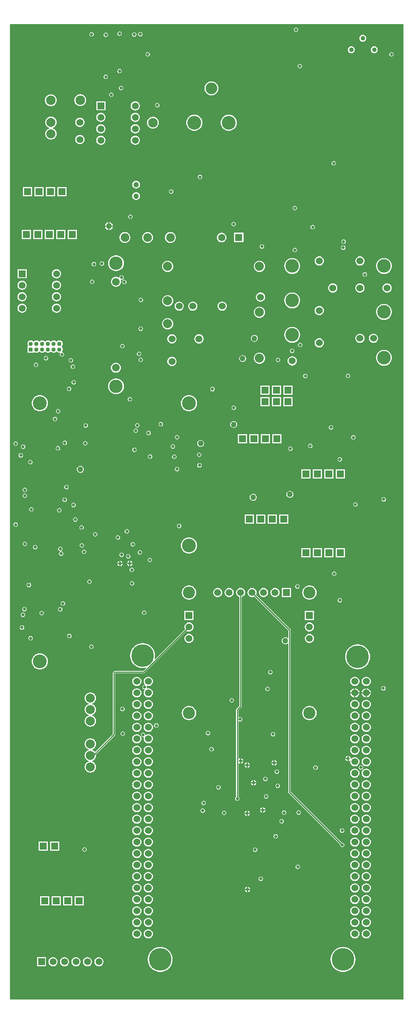
<source format=gbr>
G04 Layer_Physical_Order=3*
G04 Layer_Color=16737945*
%FSLAX26Y26*%
%MOIN*%
%TF.FileFunction,Copper,L3,Inr,Signal*%
%TF.Part,Single*%
G01*
G75*
%TA.AperFunction,Conductor*%
%ADD27C,0.010000*%
%TA.AperFunction,ComponentPad*%
%ADD29C,0.037000*%
%ADD30R,0.037000X0.037000*%
%ADD31C,0.082677*%
%ADD32C,0.078740*%
%ADD33C,0.060000*%
%ADD34C,0.117000*%
%ADD35C,0.067000*%
%ADD36C,0.078740*%
%ADD37R,0.060000X0.060000*%
%ADD38C,0.040000*%
%ADD39C,0.102000*%
%ADD40C,0.120000*%
%ADD41C,0.118110*%
%ADD42C,0.059055*%
%ADD43R,0.059055X0.059055*%
%ADD44C,0.047244*%
%TA.AperFunction,ViaPad*%
%ADD45C,0.060000*%
%TA.AperFunction,ComponentPad*%
%ADD46C,0.074803*%
%ADD47C,0.062992*%
%ADD48R,0.062992X0.062992*%
%TA.AperFunction,ViaPad*%
%ADD49C,0.196850*%
%ADD50C,0.120000*%
%ADD51C,0.105000*%
%TA.AperFunction,ComponentPad*%
%ADD52R,0.059055X0.059055*%
%TA.AperFunction,ViaPad*%
%ADD53C,0.027559*%
%ADD54C,0.050000*%
G36*
X2169518Y-2998071D02*
X-1260829Y-2998071D01*
X-1260829Y5500486D01*
X-1252170Y5501929D01*
X2169519Y5501929D01*
X2169518Y-2998071D01*
X2169518Y-2998071D02*
G37*
%LPC*%
G36*
X750585Y589279D02*
X740266Y587920D01*
X730651Y583937D01*
X722394Y577601D01*
X716058Y569344D01*
X712075Y559729D01*
X710716Y549410D01*
X712075Y539091D01*
X716058Y529476D01*
X722394Y521219D01*
X730651Y514883D01*
X740266Y510900D01*
X740389Y510884D01*
X740389Y-439077D01*
X714675Y-464790D01*
X712465Y-468098D01*
X711689Y-472000D01*
X711689Y-1230227D01*
X708346Y-1232461D01*
X704195Y-1238673D01*
X702738Y-1246000D01*
X704195Y-1253327D01*
X708346Y-1259539D01*
X714558Y-1263690D01*
X721885Y-1265147D01*
X729212Y-1263690D01*
X735424Y-1259539D01*
X739575Y-1253327D01*
X741032Y-1246000D01*
X739575Y-1238673D01*
X735424Y-1232461D01*
X732081Y-1230227D01*
X732081Y-940048D01*
X737081Y-937376D01*
X741607Y-940400D01*
X745885Y-941251D01*
X745885Y-918000D01*
X745885Y-894749D01*
X741607Y-895600D01*
X737081Y-898624D01*
X732081Y-895952D01*
X732081Y-574129D01*
X737081Y-571456D01*
X738928Y-572690D01*
X746255Y-574147D01*
X753582Y-572690D01*
X759794Y-568539D01*
X763945Y-562327D01*
X765402Y-555000D01*
X763945Y-547673D01*
X759794Y-541461D01*
X753582Y-537310D01*
X746255Y-535853D01*
X738928Y-537310D01*
X737081Y-538544D01*
X732081Y-535871D01*
X732081Y-476223D01*
X757795Y-450510D01*
X760005Y-447202D01*
X760781Y-443300D01*
X760781Y510884D01*
X760904Y510900D01*
X770519Y514883D01*
X778776Y521219D01*
X785112Y529476D01*
X789095Y539091D01*
X790454Y549410D01*
X789095Y559729D01*
X785112Y569344D01*
X778776Y577601D01*
X770519Y583937D01*
X760904Y587920D01*
X750585Y589279D01*
X750585Y589279D02*
G37*
G36*
X-559415Y-320794D02*
X-572303Y-322491D01*
X-584313Y-327465D01*
X-594626Y-335379D01*
X-602540Y-345692D01*
X-607514Y-357702D01*
X-609211Y-370590D01*
X-607514Y-383478D01*
X-602540Y-395488D01*
X-594626Y-405801D01*
X-584313Y-413715D01*
X-574247Y-417884D01*
X-574247Y-423296D01*
X-584313Y-427465D01*
X-594626Y-435379D01*
X-602540Y-445692D01*
X-607514Y-457702D01*
X-609211Y-470590D01*
X-607514Y-483478D01*
X-602540Y-495488D01*
X-594626Y-505801D01*
X-584313Y-513715D01*
X-574247Y-517884D01*
X-574247Y-523296D01*
X-584313Y-527465D01*
X-594626Y-535379D01*
X-602540Y-545692D01*
X-607514Y-557702D01*
X-609211Y-570590D01*
X-607514Y-583478D01*
X-602540Y-595488D01*
X-594626Y-605801D01*
X-584313Y-613715D01*
X-572303Y-618689D01*
X-559415Y-620386D01*
X-546527Y-618689D01*
X-534517Y-613715D01*
X-524204Y-605801D01*
X-516290Y-595488D01*
X-511316Y-583478D01*
X-509619Y-570590D01*
X-511316Y-557702D01*
X-516290Y-545692D01*
X-524204Y-535379D01*
X-534517Y-527465D01*
X-544583Y-523296D01*
X-544583Y-517884D01*
X-534517Y-513715D01*
X-524204Y-505801D01*
X-516290Y-495488D01*
X-511316Y-483478D01*
X-509619Y-470590D01*
X-511316Y-457702D01*
X-516290Y-445692D01*
X-524204Y-435379D01*
X-534517Y-427465D01*
X-544583Y-423296D01*
X-544583Y-417884D01*
X-534517Y-413715D01*
X-524204Y-405801D01*
X-516290Y-395488D01*
X-511316Y-383478D01*
X-509619Y-370590D01*
X-511316Y-357702D01*
X-516290Y-345692D01*
X-524204Y-335379D01*
X-534517Y-327465D01*
X-546527Y-322491D01*
X-559415Y-320794D01*
X-559415Y-320794D02*
G37*
G36*
X16032Y-589853D02*
X8705Y-591310D01*
X2493Y-595461D01*
X-1657Y-601673D01*
X-3115Y-609000D01*
X-1657Y-616327D01*
X2493Y-622539D01*
X8705Y-626690D01*
X16032Y-628147D01*
X23360Y-626690D01*
X29572Y-622539D01*
X33722Y-616327D01*
X35180Y-609000D01*
X33722Y-601673D01*
X29572Y-595461D01*
X23360Y-591310D01*
X16032Y-589853D01*
X16032Y-589853D02*
G37*
G36*
X1746255Y-484655D02*
X1735813Y-486029D01*
X1726082Y-490060D01*
X1717727Y-496472D01*
X1711315Y-504827D01*
X1707284Y-514558D01*
X1705910Y-525000D01*
X1707284Y-535442D01*
X1711315Y-545173D01*
X1717727Y-553528D01*
X1726082Y-559940D01*
X1735813Y-563971D01*
X1746255Y-565345D01*
X1756697Y-563971D01*
X1766428Y-559940D01*
X1774783Y-553528D01*
X1781195Y-545173D01*
X1785226Y-535442D01*
X1786600Y-525000D01*
X1785226Y-514558D01*
X1781195Y-504827D01*
X1774783Y-496472D01*
X1766428Y-490060D01*
X1756697Y-486029D01*
X1746255Y-484655D01*
X1746255Y-484655D02*
G37*
G36*
X-53745Y-484655D02*
X-64187Y-486029D01*
X-73918Y-490060D01*
X-82273Y-496472D01*
X-88685Y-504827D01*
X-92716Y-514558D01*
X-94090Y-525000D01*
X-92716Y-535442D01*
X-88685Y-545173D01*
X-82273Y-553528D01*
X-73918Y-559940D01*
X-64187Y-563971D01*
X-53745Y-565345D01*
X-43303Y-563971D01*
X-33572Y-559940D01*
X-25217Y-553528D01*
X-18805Y-545173D01*
X-14774Y-535442D01*
X-13400Y-525000D01*
X-14774Y-514558D01*
X-18805Y-504827D01*
X-25217Y-496472D01*
X-33572Y-490060D01*
X-43303Y-486029D01*
X-53745Y-484655D01*
X-53745Y-484655D02*
G37*
G36*
X-153745Y-484655D02*
X-164187Y-486029D01*
X-173918Y-490060D01*
X-182273Y-496472D01*
X-188685Y-504827D01*
X-192715Y-514558D01*
X-194090Y-525000D01*
X-192715Y-535442D01*
X-188685Y-545173D01*
X-182273Y-553528D01*
X-173918Y-559940D01*
X-164187Y-563971D01*
X-153745Y-565345D01*
X-143303Y-563971D01*
X-133572Y-559940D01*
X-125217Y-553528D01*
X-118805Y-545173D01*
X-114775Y-535442D01*
X-113400Y-525000D01*
X-114775Y-514558D01*
X-118805Y-504827D01*
X-125217Y-496472D01*
X-133572Y-490060D01*
X-143303Y-486029D01*
X-153745Y-484655D01*
X-153745Y-484655D02*
G37*
G36*
X1846255Y-584655D02*
X1835813Y-586029D01*
X1826082Y-590060D01*
X1817727Y-596472D01*
X1811315Y-604827D01*
X1807284Y-614558D01*
X1805910Y-625000D01*
X1807284Y-635442D01*
X1811315Y-645173D01*
X1817727Y-653528D01*
X1826082Y-659940D01*
X1835813Y-663971D01*
X1846255Y-665345D01*
X1856697Y-663971D01*
X1866428Y-659940D01*
X1874783Y-653528D01*
X1881195Y-645173D01*
X1885226Y-635442D01*
X1886600Y-625000D01*
X1885226Y-614558D01*
X1881195Y-604827D01*
X1874783Y-596472D01*
X1866428Y-590060D01*
X1856697Y-586029D01*
X1846255Y-584655D01*
X1846255Y-584655D02*
G37*
G36*
X466885Y-655853D02*
X459558Y-657310D01*
X453346Y-661461D01*
X449195Y-667673D01*
X447738Y-675000D01*
X449195Y-682327D01*
X453346Y-688539D01*
X459558Y-692690D01*
X466885Y-694147D01*
X474212Y-692690D01*
X480424Y-688539D01*
X484575Y-682327D01*
X486032Y-675000D01*
X484575Y-667673D01*
X480424Y-661461D01*
X474212Y-657310D01*
X466885Y-655853D01*
X466885Y-655853D02*
G37*
G36*
X-276115Y-661199D02*
X-283442Y-662656D01*
X-289654Y-666807D01*
X-293805Y-673019D01*
X-295262Y-680346D01*
X-293805Y-687673D01*
X-289654Y-693885D01*
X-283442Y-698036D01*
X-276115Y-699493D01*
X-268788Y-698036D01*
X-262576Y-693885D01*
X-258425Y-687673D01*
X-256968Y-680346D01*
X-258425Y-673019D01*
X-262576Y-666807D01*
X-268788Y-662656D01*
X-276115Y-661199D01*
X-276115Y-661199D02*
G37*
G36*
X1033885Y-665853D02*
X1026558Y-667310D01*
X1020346Y-671461D01*
X1016195Y-677673D01*
X1014738Y-685000D01*
X1016195Y-692327D01*
X1020346Y-698539D01*
X1026558Y-702690D01*
X1033885Y-704147D01*
X1041212Y-702690D01*
X1047424Y-698539D01*
X1051575Y-692327D01*
X1053032Y-685000D01*
X1051575Y-677673D01*
X1047424Y-671461D01*
X1041212Y-667310D01*
X1033885Y-665853D01*
X1033885Y-665853D02*
G37*
G36*
X1746255Y-584655D02*
X1735813Y-586029D01*
X1726082Y-590060D01*
X1717727Y-596472D01*
X1711315Y-604827D01*
X1707284Y-614558D01*
X1705910Y-625000D01*
X1707284Y-635442D01*
X1711315Y-645173D01*
X1717727Y-653528D01*
X1726082Y-659940D01*
X1735813Y-663971D01*
X1746255Y-665345D01*
X1756697Y-663971D01*
X1766428Y-659940D01*
X1774783Y-653528D01*
X1781195Y-645173D01*
X1785226Y-635442D01*
X1786600Y-625000D01*
X1785226Y-614558D01*
X1781195Y-604827D01*
X1774783Y-596472D01*
X1766428Y-590060D01*
X1756697Y-586029D01*
X1746255Y-584655D01*
X1746255Y-584655D02*
G37*
G36*
X-53745Y-584655D02*
X-64187Y-586029D01*
X-73918Y-590060D01*
X-82273Y-596472D01*
X-88685Y-604827D01*
X-92716Y-614558D01*
X-94090Y-625000D01*
X-92716Y-635442D01*
X-88685Y-645173D01*
X-82273Y-653528D01*
X-73918Y-659940D01*
X-64187Y-663971D01*
X-53745Y-665345D01*
X-43303Y-663971D01*
X-33572Y-659940D01*
X-25217Y-653528D01*
X-18805Y-645173D01*
X-14774Y-635442D01*
X-13400Y-625000D01*
X-14774Y-614558D01*
X-18805Y-604827D01*
X-25217Y-596472D01*
X-33572Y-590060D01*
X-43303Y-586029D01*
X-53745Y-584655D01*
X-53745Y-584655D02*
G37*
G36*
X-153745Y-584655D02*
X-164187Y-586029D01*
X-173918Y-590060D01*
X-182273Y-596472D01*
X-188685Y-604827D01*
X-192715Y-614558D01*
X-194090Y-625000D01*
X-192715Y-635442D01*
X-188685Y-645173D01*
X-182273Y-653528D01*
X-173918Y-659940D01*
X-164187Y-663971D01*
X-153745Y-665345D01*
X-143303Y-663971D01*
X-133572Y-659940D01*
X-125217Y-653528D01*
X-118805Y-645173D01*
X-114775Y-635442D01*
X-113400Y-625000D01*
X-114775Y-614558D01*
X-118805Y-604827D01*
X-125217Y-596472D01*
X-133572Y-590060D01*
X-143303Y-586029D01*
X-153745Y-584655D01*
X-153745Y-584655D02*
G37*
G36*
X-153745Y-284655D02*
X-164187Y-286029D01*
X-173918Y-290060D01*
X-182273Y-296472D01*
X-188685Y-304827D01*
X-192715Y-314558D01*
X-194090Y-325000D01*
X-192715Y-335442D01*
X-188685Y-345173D01*
X-182273Y-353528D01*
X-173918Y-359940D01*
X-164187Y-363971D01*
X-153745Y-365345D01*
X-143303Y-363971D01*
X-133572Y-359940D01*
X-125217Y-353528D01*
X-118805Y-345173D01*
X-114775Y-335442D01*
X-113400Y-325000D01*
X-114775Y-314558D01*
X-118805Y-304827D01*
X-125217Y-296472D01*
X-133572Y-290060D01*
X-143303Y-286029D01*
X-153745Y-284655D01*
X-153745Y-284655D02*
G37*
G36*
X673255Y-370853D02*
X665928Y-372310D01*
X659716Y-376461D01*
X655565Y-382673D01*
X654108Y-390000D01*
X655565Y-397327D01*
X659716Y-403539D01*
X665928Y-407690D01*
X673255Y-409147D01*
X680582Y-407690D01*
X686794Y-403539D01*
X690945Y-397327D01*
X692402Y-390000D01*
X690945Y-382673D01*
X686794Y-376461D01*
X680582Y-372310D01*
X673255Y-370853D01*
X673255Y-370853D02*
G37*
G36*
X1846255Y-384655D02*
X1835813Y-386029D01*
X1826082Y-390060D01*
X1817727Y-396472D01*
X1811315Y-404827D01*
X1807284Y-414558D01*
X1805910Y-425000D01*
X1807284Y-435442D01*
X1811315Y-445173D01*
X1817727Y-453528D01*
X1826082Y-459940D01*
X1835813Y-463971D01*
X1846255Y-465345D01*
X1856697Y-463971D01*
X1866428Y-459940D01*
X1874783Y-453528D01*
X1881195Y-445173D01*
X1885226Y-435442D01*
X1886600Y-425000D01*
X1885226Y-414558D01*
X1881195Y-404827D01*
X1874783Y-396472D01*
X1866428Y-390060D01*
X1856697Y-386029D01*
X1846255Y-384655D01*
X1846255Y-384655D02*
G37*
G36*
X1785942Y-330000D02*
X1751255Y-330000D01*
X1751255Y-364687D01*
X1756697Y-363971D01*
X1766428Y-359940D01*
X1774783Y-353528D01*
X1781195Y-345173D01*
X1785226Y-335442D01*
X1785942Y-330000D01*
X1785942Y-330000D02*
G37*
G36*
X1841255Y-330000D02*
X1806568Y-330000D01*
X1807284Y-335442D01*
X1811315Y-345173D01*
X1817727Y-353528D01*
X1826082Y-359940D01*
X1835813Y-363971D01*
X1841255Y-364687D01*
X1841255Y-330000D01*
X1841255Y-330000D02*
G37*
G36*
X1741255Y-330000D02*
X1706568Y-330000D01*
X1707284Y-335442D01*
X1711315Y-345173D01*
X1717727Y-353528D01*
X1726082Y-359940D01*
X1735813Y-363971D01*
X1741255Y-364687D01*
X1741255Y-330000D01*
X1741255Y-330000D02*
G37*
G36*
X1746255Y-384655D02*
X1735813Y-386029D01*
X1726082Y-390060D01*
X1717727Y-396472D01*
X1711315Y-404827D01*
X1707284Y-414558D01*
X1705910Y-425000D01*
X1707284Y-435442D01*
X1711315Y-445173D01*
X1717727Y-453528D01*
X1726082Y-459940D01*
X1735813Y-463971D01*
X1746255Y-465345D01*
X1756697Y-463971D01*
X1766428Y-459940D01*
X1774783Y-453528D01*
X1781195Y-445173D01*
X1785226Y-435442D01*
X1786600Y-425000D01*
X1785226Y-414558D01*
X1781195Y-404827D01*
X1774783Y-396472D01*
X1766428Y-390060D01*
X1756697Y-386029D01*
X1746255Y-384655D01*
X1746255Y-384655D02*
G37*
G36*
X1350585Y-437788D02*
X1338333Y-438994D01*
X1326552Y-442568D01*
X1315694Y-448372D01*
X1306177Y-456182D01*
X1298367Y-465699D01*
X1292563Y-476557D01*
X1288989Y-488338D01*
X1287783Y-500590D01*
X1288989Y-512842D01*
X1292563Y-524623D01*
X1298367Y-535481D01*
X1306177Y-544998D01*
X1315694Y-552808D01*
X1326552Y-558612D01*
X1338333Y-562186D01*
X1350585Y-563392D01*
X1362837Y-562186D01*
X1374618Y-558612D01*
X1385476Y-552808D01*
X1394993Y-544998D01*
X1402803Y-535481D01*
X1408607Y-524623D01*
X1412181Y-512842D01*
X1413387Y-500590D01*
X1412181Y-488338D01*
X1408607Y-476557D01*
X1402803Y-465699D01*
X1394993Y-456182D01*
X1385476Y-448372D01*
X1374618Y-442568D01*
X1362837Y-438994D01*
X1350585Y-437788D01*
X1350585Y-437788D02*
G37*
G36*
X300585Y-437788D02*
X288333Y-438994D01*
X276552Y-442568D01*
X265694Y-448372D01*
X256177Y-456182D01*
X248367Y-465699D01*
X242563Y-476557D01*
X238989Y-488338D01*
X237783Y-500590D01*
X238989Y-512842D01*
X242563Y-524623D01*
X248367Y-535481D01*
X256177Y-544998D01*
X265694Y-552808D01*
X276552Y-558612D01*
X288333Y-562186D01*
X300585Y-563392D01*
X312837Y-562186D01*
X324618Y-558612D01*
X335476Y-552808D01*
X344993Y-544998D01*
X352803Y-535481D01*
X358607Y-524623D01*
X362181Y-512842D01*
X363387Y-500590D01*
X362181Y-488338D01*
X358607Y-476557D01*
X352803Y-465699D01*
X344993Y-456182D01*
X335476Y-448372D01*
X324618Y-442568D01*
X312837Y-438994D01*
X300585Y-437788D01*
X300585Y-437788D02*
G37*
G36*
X1846255Y-484655D02*
X1835813Y-486029D01*
X1826082Y-490060D01*
X1817727Y-496472D01*
X1811315Y-504827D01*
X1807284Y-514558D01*
X1805910Y-525000D01*
X1807284Y-535442D01*
X1811315Y-545173D01*
X1817727Y-553528D01*
X1826082Y-559940D01*
X1835813Y-563971D01*
X1846255Y-565345D01*
X1856697Y-563971D01*
X1866428Y-559940D01*
X1874783Y-553528D01*
X1881195Y-545173D01*
X1885226Y-535442D01*
X1886600Y-525000D01*
X1885226Y-514558D01*
X1881195Y-504827D01*
X1874783Y-496472D01*
X1866428Y-490060D01*
X1856697Y-486029D01*
X1846255Y-484655D01*
X1846255Y-484655D02*
G37*
G36*
X-53745Y-384655D02*
X-64187Y-386029D01*
X-73918Y-390060D01*
X-82273Y-396472D01*
X-88685Y-404827D01*
X-92716Y-414558D01*
X-94090Y-425000D01*
X-92716Y-435442D01*
X-88685Y-445173D01*
X-82273Y-453528D01*
X-73918Y-459940D01*
X-64187Y-463971D01*
X-53745Y-465345D01*
X-43303Y-463971D01*
X-33572Y-459940D01*
X-25217Y-453528D01*
X-18805Y-445173D01*
X-14774Y-435442D01*
X-13400Y-425000D01*
X-14774Y-414558D01*
X-18805Y-404827D01*
X-25217Y-396472D01*
X-33572Y-390060D01*
X-43303Y-386029D01*
X-53745Y-384655D01*
X-53745Y-384655D02*
G37*
G36*
X-153745Y-384655D02*
X-164187Y-386029D01*
X-173918Y-390060D01*
X-182273Y-396472D01*
X-188685Y-404827D01*
X-192715Y-414558D01*
X-194090Y-425000D01*
X-192715Y-435442D01*
X-188685Y-445173D01*
X-182273Y-453528D01*
X-173918Y-459940D01*
X-164187Y-463971D01*
X-153745Y-465345D01*
X-143303Y-463971D01*
X-133572Y-459940D01*
X-125217Y-453528D01*
X-118805Y-445173D01*
X-114775Y-435442D01*
X-113400Y-425000D01*
X-114775Y-414558D01*
X-118805Y-404827D01*
X-125217Y-396472D01*
X-133572Y-390060D01*
X-143303Y-386029D01*
X-153745Y-384655D01*
X-153745Y-384655D02*
G37*
G36*
X-279115Y-445853D02*
X-286442Y-447310D01*
X-292654Y-451461D01*
X-296805Y-457673D01*
X-298262Y-465000D01*
X-296805Y-472327D01*
X-292654Y-478539D01*
X-286442Y-482690D01*
X-279115Y-484147D01*
X-271788Y-482690D01*
X-265576Y-478539D01*
X-261425Y-472327D01*
X-259968Y-465000D01*
X-261425Y-457673D01*
X-265576Y-451461D01*
X-271788Y-447310D01*
X-279115Y-445853D01*
X-279115Y-445853D02*
G37*
G36*
X1846255Y-684655D02*
X1835813Y-686029D01*
X1826082Y-690060D01*
X1817727Y-696472D01*
X1811315Y-704827D01*
X1807284Y-714558D01*
X1805910Y-725000D01*
X1807284Y-735442D01*
X1811315Y-745173D01*
X1817727Y-753528D01*
X1826082Y-759940D01*
X1835813Y-763971D01*
X1846255Y-765345D01*
X1856697Y-763971D01*
X1866428Y-759940D01*
X1874783Y-753528D01*
X1881195Y-745173D01*
X1885226Y-735442D01*
X1886600Y-725000D01*
X1885226Y-714558D01*
X1881195Y-704827D01*
X1874783Y-696472D01*
X1866428Y-690060D01*
X1856697Y-686029D01*
X1846255Y-684655D01*
X1846255Y-684655D02*
G37*
G36*
X1066058Y-939008D02*
X1047807Y-939008D01*
X1047807Y-957259D01*
X1052085Y-956408D01*
X1059951Y-951152D01*
X1065207Y-943286D01*
X1066058Y-939008D01*
X1066058Y-939008D02*
G37*
G36*
X1037807Y-939008D02*
X1019556Y-939008D01*
X1020407Y-943286D01*
X1025663Y-951152D01*
X1033529Y-956408D01*
X1037807Y-957259D01*
X1037807Y-939008D01*
X1037807Y-939008D02*
G37*
G36*
X1846255Y-884655D02*
X1835813Y-886029D01*
X1826082Y-890060D01*
X1817727Y-896472D01*
X1811315Y-904827D01*
X1807284Y-914558D01*
X1805910Y-925000D01*
X1807284Y-935442D01*
X1811315Y-945173D01*
X1817727Y-953528D01*
X1826082Y-959940D01*
X1835813Y-963971D01*
X1846255Y-965345D01*
X1856697Y-963971D01*
X1866428Y-959940D01*
X1874783Y-953528D01*
X1881195Y-945173D01*
X1885226Y-935442D01*
X1886600Y-925000D01*
X1885226Y-914558D01*
X1881195Y-904827D01*
X1874783Y-896472D01*
X1866428Y-890060D01*
X1856697Y-886029D01*
X1846255Y-884655D01*
X1846255Y-884655D02*
G37*
G36*
X774136Y-923000D02*
X755885Y-923000D01*
X755885Y-941251D01*
X760163Y-940400D01*
X768029Y-935144D01*
X773285Y-927278D01*
X774136Y-923000D01*
X774136Y-923000D02*
G37*
G36*
X812885Y-930749D02*
X812885Y-949000D01*
X831136Y-949000D01*
X830285Y-944722D01*
X825029Y-936856D01*
X817163Y-931600D01*
X812885Y-930749D01*
X812885Y-930749D02*
G37*
G36*
X802885Y-930749D02*
X798607Y-931600D01*
X790741Y-936856D01*
X785485Y-944722D01*
X784634Y-949000D01*
X802885Y-949000D01*
X802885Y-930749D01*
X802885Y-930749D02*
G37*
G36*
X1691843Y-873221D02*
X1691843Y-896472D01*
X1691843Y-919722D01*
X1696121Y-918871D01*
X1702209Y-914804D01*
X1706885Y-917593D01*
X1705910Y-925000D01*
X1707284Y-935442D01*
X1711315Y-945173D01*
X1717727Y-953528D01*
X1726082Y-959940D01*
X1735813Y-963971D01*
X1746255Y-965345D01*
X1756697Y-963971D01*
X1766428Y-959940D01*
X1774783Y-953528D01*
X1781195Y-945173D01*
X1785226Y-935442D01*
X1786600Y-925000D01*
X1785226Y-914558D01*
X1781195Y-904827D01*
X1774783Y-896472D01*
X1766428Y-890060D01*
X1756697Y-886029D01*
X1746255Y-884655D01*
X1735813Y-886029D01*
X1726082Y-890060D01*
X1717727Y-896472D01*
X1715647Y-899182D01*
X1710970Y-897063D01*
X1711088Y-896472D01*
X1709243Y-887193D01*
X1703987Y-879327D01*
X1696121Y-874072D01*
X1691843Y-873221D01*
X1691843Y-873221D02*
G37*
G36*
X802885Y-959000D02*
X784634Y-959000D01*
X785485Y-963278D01*
X790741Y-971144D01*
X798607Y-976400D01*
X802885Y-977251D01*
X802885Y-959000D01*
X802885Y-959000D02*
G37*
G36*
X1800000Y-955853D02*
X1792673Y-957310D01*
X1786461Y-961461D01*
X1782310Y-967673D01*
X1780853Y-975000D01*
X1782310Y-982327D01*
X1786461Y-988539D01*
X1792673Y-992690D01*
X1800000Y-994147D01*
X1807327Y-992690D01*
X1813539Y-988539D01*
X1817690Y-982327D01*
X1819147Y-975000D01*
X1817690Y-967673D01*
X1813539Y-961461D01*
X1807327Y-957310D01*
X1800000Y-955853D01*
X1800000Y-955853D02*
G37*
G36*
X1404043Y-956695D02*
X1396716Y-958152D01*
X1390504Y-962303D01*
X1386353Y-968515D01*
X1384896Y-975842D01*
X1386353Y-983169D01*
X1390504Y-989381D01*
X1396716Y-993532D01*
X1404043Y-994989D01*
X1411370Y-993532D01*
X1417582Y-989381D01*
X1421733Y-983169D01*
X1423190Y-975842D01*
X1421733Y-968515D01*
X1417582Y-962303D01*
X1411370Y-958152D01*
X1404043Y-956695D01*
X1404043Y-956695D02*
G37*
G36*
X-53745Y-884655D02*
X-64187Y-886029D01*
X-73918Y-890060D01*
X-82273Y-896472D01*
X-88685Y-904827D01*
X-92716Y-914558D01*
X-94090Y-925000D01*
X-92716Y-935442D01*
X-88685Y-945173D01*
X-82273Y-953528D01*
X-73918Y-959940D01*
X-64187Y-963971D01*
X-53745Y-965345D01*
X-43303Y-963971D01*
X-33572Y-959940D01*
X-25217Y-953528D01*
X-18805Y-945173D01*
X-14774Y-935442D01*
X-13400Y-925000D01*
X-14774Y-914558D01*
X-18805Y-904827D01*
X-25217Y-896472D01*
X-33572Y-890060D01*
X-43303Y-886029D01*
X-53745Y-884655D01*
X-53745Y-884655D02*
G37*
G36*
X-153745Y-884655D02*
X-164187Y-886029D01*
X-173918Y-890060D01*
X-182273Y-896472D01*
X-188685Y-904827D01*
X-192715Y-914558D01*
X-194090Y-925000D01*
X-192715Y-935442D01*
X-188685Y-945173D01*
X-182273Y-953528D01*
X-173918Y-959940D01*
X-164187Y-963971D01*
X-153745Y-965345D01*
X-143303Y-963971D01*
X-133572Y-959940D01*
X-125217Y-953528D01*
X-118805Y-945173D01*
X-114775Y-935442D01*
X-113400Y-925000D01*
X-114775Y-914558D01*
X-118805Y-904827D01*
X-125217Y-896472D01*
X-133572Y-890060D01*
X-143303Y-886029D01*
X-153745Y-884655D01*
X-153745Y-884655D02*
G37*
G36*
X831136Y-959000D02*
X812885Y-959000D01*
X812885Y-977251D01*
X817163Y-976400D01*
X825029Y-971144D01*
X830285Y-963278D01*
X831136Y-959000D01*
X831136Y-959000D02*
G37*
G36*
X497529Y-796853D02*
X490202Y-798310D01*
X483990Y-802461D01*
X479839Y-808673D01*
X478382Y-816000D01*
X479839Y-823327D01*
X483990Y-829539D01*
X490202Y-833690D01*
X497529Y-835147D01*
X504856Y-833690D01*
X511068Y-829539D01*
X515219Y-823327D01*
X516676Y-816000D01*
X515219Y-808673D01*
X511068Y-802461D01*
X504856Y-798310D01*
X497529Y-796853D01*
X497529Y-796853D02*
G37*
G36*
X1846255Y-784655D02*
X1835813Y-786029D01*
X1826082Y-790060D01*
X1817727Y-796472D01*
X1811315Y-804827D01*
X1807284Y-814558D01*
X1805910Y-825000D01*
X1807284Y-835442D01*
X1811315Y-845173D01*
X1817727Y-853528D01*
X1826082Y-859940D01*
X1835813Y-863971D01*
X1846255Y-865345D01*
X1856697Y-863971D01*
X1866428Y-859940D01*
X1874783Y-853528D01*
X1881195Y-845173D01*
X1885226Y-835442D01*
X1886600Y-825000D01*
X1885226Y-814558D01*
X1881195Y-804827D01*
X1874783Y-796472D01*
X1866428Y-790060D01*
X1856697Y-786029D01*
X1846255Y-784655D01*
X1846255Y-784655D02*
G37*
G36*
X1746255Y-784655D02*
X1735813Y-786029D01*
X1726082Y-790060D01*
X1717727Y-796472D01*
X1711315Y-804827D01*
X1707284Y-814558D01*
X1705910Y-825000D01*
X1707284Y-835442D01*
X1711315Y-845173D01*
X1717727Y-853528D01*
X1726082Y-859940D01*
X1735813Y-863971D01*
X1746255Y-865345D01*
X1756697Y-863971D01*
X1766428Y-859940D01*
X1774783Y-853528D01*
X1781195Y-845173D01*
X1785226Y-835442D01*
X1786600Y-825000D01*
X1785226Y-814558D01*
X1781195Y-804827D01*
X1774783Y-796472D01*
X1766428Y-790060D01*
X1756697Y-786029D01*
X1746255Y-784655D01*
X1746255Y-784655D02*
G37*
G36*
X1746255Y-684655D02*
X1735813Y-686029D01*
X1726082Y-690060D01*
X1717727Y-696472D01*
X1711315Y-704827D01*
X1707284Y-714558D01*
X1705910Y-725000D01*
X1707284Y-735442D01*
X1711315Y-745173D01*
X1717727Y-753528D01*
X1726082Y-759940D01*
X1735813Y-763971D01*
X1746255Y-765345D01*
X1756697Y-763971D01*
X1766428Y-759940D01*
X1774783Y-753528D01*
X1781195Y-745173D01*
X1785226Y-735442D01*
X1786600Y-725000D01*
X1785226Y-714558D01*
X1781195Y-704827D01*
X1774783Y-696472D01*
X1766428Y-690060D01*
X1756697Y-686029D01*
X1746255Y-684655D01*
X1746255Y-684655D02*
G37*
G36*
X-99115Y-670853D02*
X-106442Y-672310D01*
X-112654Y-676461D01*
X-116805Y-682673D01*
X-118262Y-690000D01*
X-116805Y-697327D01*
X-112654Y-703539D01*
X-106442Y-707690D01*
X-99115Y-709147D01*
X-95597Y-708447D01*
X-92000Y-712830D01*
X-92716Y-714558D01*
X-94090Y-725000D01*
X-92716Y-735442D01*
X-88685Y-745173D01*
X-82273Y-753528D01*
X-73918Y-759940D01*
X-64187Y-763971D01*
X-53745Y-765345D01*
X-43303Y-763971D01*
X-33572Y-759940D01*
X-25217Y-753528D01*
X-18805Y-745173D01*
X-14774Y-735442D01*
X-13400Y-725000D01*
X-14774Y-714558D01*
X-18805Y-704827D01*
X-25217Y-696472D01*
X-33572Y-690060D01*
X-43303Y-686029D01*
X-53745Y-684655D01*
X-64187Y-686029D01*
X-73918Y-690060D01*
X-75513Y-691284D01*
X-80244Y-688612D01*
X-81425Y-682673D01*
X-85576Y-676461D01*
X-91788Y-672310D01*
X-99115Y-670853D01*
X-99115Y-670853D02*
G37*
G36*
X-153745Y-684655D02*
X-164187Y-686029D01*
X-173918Y-690060D01*
X-182273Y-696472D01*
X-188685Y-704827D01*
X-192715Y-714558D01*
X-194090Y-725000D01*
X-192715Y-735442D01*
X-188685Y-745173D01*
X-182273Y-753528D01*
X-173918Y-759940D01*
X-164187Y-763971D01*
X-153745Y-765345D01*
X-143303Y-763971D01*
X-133572Y-759940D01*
X-125217Y-753528D01*
X-118805Y-745173D01*
X-114775Y-735442D01*
X-113400Y-725000D01*
X-114775Y-714558D01*
X-118805Y-704827D01*
X-125217Y-696472D01*
X-133572Y-690060D01*
X-143303Y-686029D01*
X-153745Y-684655D01*
X-153745Y-684655D02*
G37*
G36*
X-53745Y-784655D02*
X-64187Y-786029D01*
X-73918Y-790060D01*
X-82273Y-796472D01*
X-88685Y-804827D01*
X-92716Y-814558D01*
X-94090Y-825000D01*
X-92716Y-835442D01*
X-88685Y-845173D01*
X-82273Y-853528D01*
X-73918Y-859940D01*
X-64187Y-863971D01*
X-53745Y-865345D01*
X-43303Y-863971D01*
X-33572Y-859940D01*
X-25217Y-853528D01*
X-18805Y-845173D01*
X-14774Y-835442D01*
X-13400Y-825000D01*
X-14774Y-814558D01*
X-18805Y-804827D01*
X-25217Y-796472D01*
X-33572Y-790060D01*
X-43303Y-786029D01*
X-53745Y-784655D01*
X-53745Y-784655D02*
G37*
G36*
X1681843Y-901472D02*
X1663592Y-901472D01*
X1664443Y-905750D01*
X1669699Y-913616D01*
X1677564Y-918871D01*
X1681843Y-919722D01*
X1681843Y-901472D01*
X1681843Y-901472D02*
G37*
G36*
X1047807Y-910757D02*
X1047807Y-929008D01*
X1066058Y-929008D01*
X1065207Y-924730D01*
X1059951Y-916864D01*
X1052085Y-911608D01*
X1047807Y-910757D01*
X1047807Y-910757D02*
G37*
G36*
X1037807Y-910757D02*
X1033529Y-911608D01*
X1025663Y-916864D01*
X1020407Y-924730D01*
X1019556Y-929008D01*
X1037807Y-929008D01*
X1037807Y-910757D01*
X1037807Y-910757D02*
G37*
G36*
X-153745Y-784655D02*
X-164187Y-786029D01*
X-173918Y-790060D01*
X-182273Y-796472D01*
X-188685Y-804827D01*
X-192715Y-814558D01*
X-194090Y-825000D01*
X-192715Y-835442D01*
X-188685Y-845173D01*
X-182273Y-853528D01*
X-173918Y-859940D01*
X-164187Y-863971D01*
X-153745Y-865345D01*
X-143303Y-863971D01*
X-133572Y-859940D01*
X-125217Y-853528D01*
X-118805Y-845173D01*
X-114775Y-835442D01*
X-113400Y-825000D01*
X-114775Y-814558D01*
X-118805Y-804827D01*
X-125217Y-796472D01*
X-133572Y-790060D01*
X-143303Y-786029D01*
X-153745Y-784655D01*
X-153745Y-784655D02*
G37*
G36*
X1681843Y-873221D02*
X1677564Y-874072D01*
X1669699Y-879327D01*
X1664443Y-887193D01*
X1663592Y-891472D01*
X1681843Y-891472D01*
X1681843Y-873221D01*
X1681843Y-873221D02*
G37*
G36*
X755885Y-894749D02*
X755885Y-913000D01*
X774136Y-913000D01*
X773285Y-908722D01*
X768029Y-900856D01*
X760163Y-895600D01*
X755885Y-894749D01*
X755885Y-894749D02*
G37*
G36*
X1885942Y-330000D02*
X1851255Y-330000D01*
X1851255Y-364687D01*
X1856697Y-363971D01*
X1866428Y-359940D01*
X1874783Y-353528D01*
X1881195Y-345173D01*
X1885226Y-335442D01*
X1885942Y-330000D01*
X1885942Y-330000D02*
G37*
G36*
X1050585Y589279D02*
X1040266Y587920D01*
X1030651Y583937D01*
X1022394Y577601D01*
X1016058Y569344D01*
X1012075Y559729D01*
X1010716Y549410D01*
X1012075Y539091D01*
X1016058Y529476D01*
X1022394Y521219D01*
X1030651Y514883D01*
X1040266Y510900D01*
X1050585Y509541D01*
X1060904Y510900D01*
X1070519Y514883D01*
X1078776Y521219D01*
X1085112Y529476D01*
X1089095Y539091D01*
X1090454Y549410D01*
X1089095Y559729D01*
X1085112Y569344D01*
X1078776Y577601D01*
X1070519Y583937D01*
X1060904Y587920D01*
X1050585Y589279D01*
X1050585Y589279D02*
G37*
G36*
X950585Y589279D02*
X940266Y587920D01*
X930651Y583937D01*
X922394Y577601D01*
X916058Y569344D01*
X912075Y559729D01*
X910716Y549410D01*
X912075Y539091D01*
X916058Y529476D01*
X922394Y521219D01*
X930651Y514883D01*
X940266Y510900D01*
X950585Y509541D01*
X960904Y510900D01*
X970519Y514883D01*
X978776Y521219D01*
X985112Y529476D01*
X989095Y539091D01*
X990454Y549410D01*
X989095Y559729D01*
X985112Y569344D01*
X978776Y577601D01*
X970519Y583937D01*
X960904Y587920D01*
X950585Y589279D01*
X950585Y589279D02*
G37*
G36*
X650585Y589279D02*
X640266Y587920D01*
X630651Y583937D01*
X622394Y577601D01*
X616058Y569344D01*
X612075Y559729D01*
X610716Y549410D01*
X612075Y539091D01*
X616058Y529476D01*
X622394Y521219D01*
X630651Y514883D01*
X640266Y510900D01*
X650585Y509541D01*
X660904Y510900D01*
X670519Y514883D01*
X678776Y521219D01*
X685112Y529476D01*
X689095Y539091D01*
X690454Y549410D01*
X689095Y559729D01*
X685112Y569344D01*
X678776Y577601D01*
X670519Y583937D01*
X660904Y587920D01*
X650585Y589279D01*
X650585Y589279D02*
G37*
G36*
X-1094989Y634351D02*
X-1102316Y632894D01*
X-1108528Y628743D01*
X-1112679Y622531D01*
X-1114136Y615204D01*
X-1112679Y607877D01*
X-1108528Y601665D01*
X-1102316Y597514D01*
X-1094989Y596057D01*
X-1087662Y597514D01*
X-1081450Y601665D01*
X-1077299Y607877D01*
X-1075842Y615204D01*
X-1077299Y622531D01*
X-1081450Y628743D01*
X-1087662Y632894D01*
X-1094989Y634351D01*
X-1094989Y634351D02*
G37*
G36*
X1245467Y620919D02*
X1238140Y619462D01*
X1231928Y615311D01*
X1227777Y609099D01*
X1226320Y601772D01*
X1227777Y594445D01*
X1231928Y588233D01*
X1238140Y584082D01*
X1245467Y582625D01*
X1252794Y584082D01*
X1259006Y588233D01*
X1263157Y594445D01*
X1264614Y601772D01*
X1263157Y609099D01*
X1259006Y615311D01*
X1252794Y619462D01*
X1245467Y620919D01*
X1245467Y620919D02*
G37*
G36*
X1190112Y588938D02*
X1111057Y588938D01*
X1111057Y509882D01*
X1190112Y509882D01*
X1190112Y588938D01*
X1190112Y588938D02*
G37*
G36*
X550585Y589279D02*
X540266Y587920D01*
X530651Y583937D01*
X522394Y577601D01*
X516058Y569344D01*
X512075Y559729D01*
X510716Y549410D01*
X512075Y539091D01*
X516058Y529476D01*
X522394Y521219D01*
X530651Y514883D01*
X540266Y510900D01*
X550585Y509541D01*
X560904Y510900D01*
X570519Y514883D01*
X578776Y521219D01*
X585112Y529476D01*
X589095Y539091D01*
X590454Y549410D01*
X589095Y559729D01*
X585112Y569344D01*
X578776Y577601D01*
X570519Y583937D01*
X560904Y587920D01*
X550585Y589279D01*
X550585Y589279D02*
G37*
G36*
X-799115Y472935D02*
X-806442Y471478D01*
X-812654Y467327D01*
X-816805Y461115D01*
X-818262Y453788D01*
X-816805Y446461D01*
X-812654Y440249D01*
X-806442Y436098D01*
X-799115Y434641D01*
X-791788Y436098D01*
X-785576Y440249D01*
X-781425Y446461D01*
X-779968Y453788D01*
X-781425Y461115D01*
X-785576Y467327D01*
X-791788Y471478D01*
X-799115Y472935D01*
X-799115Y472935D02*
G37*
G36*
X-1133745Y424147D02*
X-1141072Y422690D01*
X-1147284Y418539D01*
X-1151435Y412327D01*
X-1152892Y405000D01*
X-1151435Y397673D01*
X-1147284Y391461D01*
X-1141072Y387310D01*
X-1133745Y385853D01*
X-1126418Y387310D01*
X-1120206Y391461D01*
X-1116055Y397673D01*
X-1114598Y405000D01*
X-1116055Y412327D01*
X-1120206Y418539D01*
X-1126418Y422690D01*
X-1133745Y424147D01*
X-1133745Y424147D02*
G37*
G36*
X-821745Y422147D02*
X-829072Y420690D01*
X-835284Y416539D01*
X-839435Y410327D01*
X-840892Y403000D01*
X-839435Y395673D01*
X-835284Y389461D01*
X-829072Y385310D01*
X-821745Y383853D01*
X-814418Y385310D01*
X-808206Y389461D01*
X-804055Y395673D01*
X-802598Y403000D01*
X-804055Y410327D01*
X-808206Y416539D01*
X-814418Y420690D01*
X-821745Y422147D01*
X-821745Y422147D02*
G37*
G36*
X1350585Y612212D02*
X1338333Y611006D01*
X1326552Y607432D01*
X1315694Y601628D01*
X1306177Y593818D01*
X1298367Y584301D01*
X1292563Y573443D01*
X1288989Y561662D01*
X1287783Y549410D01*
X1288989Y537158D01*
X1292563Y525377D01*
X1298367Y514519D01*
X1306177Y505002D01*
X1315694Y497192D01*
X1326552Y491388D01*
X1338333Y487814D01*
X1350585Y486608D01*
X1362837Y487814D01*
X1374618Y491388D01*
X1385476Y497192D01*
X1394993Y505002D01*
X1402803Y514519D01*
X1408607Y525377D01*
X1412181Y537158D01*
X1413387Y549410D01*
X1412181Y561662D01*
X1408607Y573443D01*
X1402803Y584301D01*
X1394993Y593818D01*
X1385476Y601628D01*
X1374618Y607432D01*
X1362837Y611006D01*
X1350585Y612212D01*
X1350585Y612212D02*
G37*
G36*
X300585Y612212D02*
X288333Y611006D01*
X276552Y607432D01*
X265694Y601628D01*
X256177Y593818D01*
X248367Y584301D01*
X242563Y573443D01*
X238989Y561662D01*
X237783Y549410D01*
X238989Y537158D01*
X242563Y525377D01*
X248367Y514519D01*
X256177Y505002D01*
X265694Y497192D01*
X276552Y491388D01*
X288333Y487814D01*
X300585Y486608D01*
X312837Y487814D01*
X324618Y491388D01*
X335476Y497192D01*
X344993Y505002D01*
X352803Y514519D01*
X358607Y525377D01*
X362181Y537158D01*
X363387Y549410D01*
X362181Y561662D01*
X358607Y573443D01*
X352803Y584301D01*
X344993Y593818D01*
X335476Y601628D01*
X324618Y607432D01*
X312837Y611006D01*
X300585Y612212D01*
X300585Y612212D02*
G37*
G36*
X1615885Y501147D02*
X1608558Y499690D01*
X1602346Y495539D01*
X1598195Y489327D01*
X1596738Y482000D01*
X1598195Y474673D01*
X1602346Y468461D01*
X1608558Y464310D01*
X1615885Y462853D01*
X1623212Y464310D01*
X1629424Y468461D01*
X1633575Y474673D01*
X1635032Y482000D01*
X1633575Y489327D01*
X1629424Y495539D01*
X1623212Y499690D01*
X1615885Y501147D01*
X1615885Y501147D02*
G37*
G36*
X-295697Y824479D02*
X-295697Y806228D01*
X-277446Y806228D01*
X-278297Y810506D01*
X-283553Y818372D01*
X-291419Y823628D01*
X-295697Y824479D01*
X-295697Y824479D02*
G37*
G36*
X-305697Y824479D02*
X-309975Y823628D01*
X-317841Y818372D01*
X-323097Y810506D01*
X-323948Y806228D01*
X-305697Y806228D01*
X-305697Y824479D01*
X-305697Y824479D02*
G37*
G36*
X-191864Y798000D02*
X-210115Y798000D01*
X-210115Y779749D01*
X-205837Y780600D01*
X-197971Y785856D01*
X-192715Y793722D01*
X-191864Y798000D01*
X-191864Y798000D02*
G37*
G36*
X-39745Y852147D02*
X-47072Y850690D01*
X-53284Y846539D01*
X-57435Y840327D01*
X-58892Y833000D01*
X-57435Y825673D01*
X-53284Y819461D01*
X-47072Y815310D01*
X-39745Y813853D01*
X-32418Y815310D01*
X-26206Y819461D01*
X-22055Y825673D01*
X-20598Y833000D01*
X-22055Y840327D01*
X-26206Y846539D01*
X-32418Y850690D01*
X-39745Y852147D01*
X-39745Y852147D02*
G37*
G36*
X-210115Y826251D02*
X-210115Y808000D01*
X-191864Y808000D01*
X-192715Y812278D01*
X-197971Y820144D01*
X-205837Y825400D01*
X-210115Y826251D01*
X-210115Y826251D02*
G37*
G36*
X-220115Y826251D02*
X-224393Y825400D01*
X-232259Y820144D01*
X-237515Y812278D01*
X-238366Y808000D01*
X-220115Y808000D01*
X-220115Y826251D01*
X-220115Y826251D02*
G37*
G36*
X-220115Y798000D02*
X-238366Y798000D01*
X-237515Y793722D01*
X-232259Y785856D01*
X-224393Y780600D01*
X-220115Y779749D01*
X-220115Y798000D01*
X-220115Y798000D02*
G37*
G36*
X1567255Y733147D02*
X1559928Y731690D01*
X1553716Y727539D01*
X1549565Y721327D01*
X1548108Y714000D01*
X1549565Y706673D01*
X1553716Y700461D01*
X1559928Y696310D01*
X1567255Y694853D01*
X1574582Y696310D01*
X1580794Y700461D01*
X1584945Y706673D01*
X1586402Y714000D01*
X1584945Y721327D01*
X1580794Y727539D01*
X1574582Y731690D01*
X1567255Y733147D01*
X1567255Y733147D02*
G37*
G36*
X-567115Y663147D02*
X-574442Y661690D01*
X-580654Y657539D01*
X-584805Y651327D01*
X-586262Y644000D01*
X-584805Y636673D01*
X-580654Y630461D01*
X-574442Y626310D01*
X-567115Y624853D01*
X-559788Y626310D01*
X-553576Y630461D01*
X-549425Y636673D01*
X-547968Y644000D01*
X-549425Y651327D01*
X-553576Y657539D01*
X-559788Y661690D01*
X-567115Y663147D01*
X-567115Y663147D02*
G37*
G36*
X-195659Y649147D02*
X-202986Y647690D01*
X-209198Y643539D01*
X-213349Y637327D01*
X-214806Y630000D01*
X-213349Y622673D01*
X-209198Y616461D01*
X-202986Y612310D01*
X-195659Y610853D01*
X-188332Y612310D01*
X-182120Y616461D01*
X-177969Y622673D01*
X-176512Y630000D01*
X-177969Y637327D01*
X-182120Y643539D01*
X-188332Y647690D01*
X-195659Y649147D01*
X-195659Y649147D02*
G37*
G36*
X-277446Y796228D02*
X-295697Y796228D01*
X-295697Y777977D01*
X-291419Y778828D01*
X-283553Y784084D01*
X-278297Y791950D01*
X-277446Y796228D01*
X-277446Y796228D02*
G37*
G36*
X-305697Y796228D02*
X-323948Y796228D01*
X-323097Y791950D01*
X-317841Y784084D01*
X-309975Y778828D01*
X-305697Y777977D01*
X-305697Y796228D01*
X-305697Y796228D02*
G37*
G36*
X-197351Y766241D02*
X-204678Y764784D01*
X-210890Y760633D01*
X-215041Y754421D01*
X-216498Y747094D01*
X-215041Y739767D01*
X-210890Y733555D01*
X-204678Y729404D01*
X-197351Y727947D01*
X-190024Y729404D01*
X-183812Y733555D01*
X-179661Y739767D01*
X-178204Y747094D01*
X-179661Y754421D01*
X-183812Y760633D01*
X-190024Y764784D01*
X-197351Y766241D01*
X-197351Y766241D02*
G37*
G36*
X-90115Y393147D02*
X-97442Y391690D01*
X-103654Y387539D01*
X-107805Y381327D01*
X-109262Y374000D01*
X-107805Y366673D01*
X-103654Y360461D01*
X-97442Y356310D01*
X-90115Y354853D01*
X-82788Y356310D01*
X-76576Y360461D01*
X-72425Y366673D01*
X-70968Y374000D01*
X-72425Y381327D01*
X-76576Y387539D01*
X-82788Y391690D01*
X-90115Y393147D01*
X-90115Y393147D02*
G37*
G36*
X1846255Y-184655D02*
X1835813Y-186030D01*
X1826082Y-190060D01*
X1817727Y-196472D01*
X1811315Y-204827D01*
X1807284Y-214558D01*
X1805910Y-225000D01*
X1807284Y-235442D01*
X1811315Y-245173D01*
X1817727Y-253528D01*
X1826082Y-259940D01*
X1835813Y-263971D01*
X1846255Y-265345D01*
X1856697Y-263971D01*
X1866428Y-259940D01*
X1874783Y-253528D01*
X1881195Y-245173D01*
X1885226Y-235442D01*
X1886600Y-225000D01*
X1885226Y-214558D01*
X1881195Y-204827D01*
X1874783Y-196472D01*
X1866428Y-190060D01*
X1856697Y-186030D01*
X1846255Y-184655D01*
X1846255Y-184655D02*
G37*
G36*
X1746255Y-184655D02*
X1735813Y-186030D01*
X1726082Y-190060D01*
X1717727Y-196472D01*
X1711315Y-204827D01*
X1707284Y-214558D01*
X1705910Y-225000D01*
X1707284Y-235442D01*
X1711315Y-245173D01*
X1717727Y-253528D01*
X1726082Y-259940D01*
X1735813Y-263971D01*
X1746255Y-265345D01*
X1756697Y-263971D01*
X1766428Y-259940D01*
X1774783Y-253528D01*
X1781195Y-245173D01*
X1785226Y-235442D01*
X1786600Y-225000D01*
X1785226Y-214558D01*
X1781195Y-204827D01*
X1774783Y-196472D01*
X1766428Y-190060D01*
X1756697Y-186030D01*
X1746255Y-184655D01*
X1746255Y-184655D02*
G37*
G36*
X-53745Y-184655D02*
X-64187Y-186030D01*
X-73918Y-190060D01*
X-82273Y-196472D01*
X-88685Y-204827D01*
X-92716Y-214558D01*
X-94090Y-225000D01*
X-92716Y-235442D01*
X-88685Y-245173D01*
X-84223Y-250988D01*
X-84422Y-252235D01*
X-86555Y-256162D01*
X-92327Y-257310D01*
X-98539Y-261461D01*
X-102690Y-267673D01*
X-104147Y-275000D01*
X-102690Y-282327D01*
X-98539Y-288539D01*
X-92327Y-292690D01*
X-86555Y-293838D01*
X-84422Y-297765D01*
X-84223Y-299012D01*
X-88685Y-304827D01*
X-92716Y-314558D01*
X-94090Y-325000D01*
X-92716Y-335442D01*
X-88685Y-345173D01*
X-82273Y-353528D01*
X-73918Y-359940D01*
X-64187Y-363971D01*
X-53745Y-365345D01*
X-43303Y-363971D01*
X-33572Y-359940D01*
X-25217Y-353528D01*
X-18805Y-345173D01*
X-14774Y-335442D01*
X-13400Y-325000D01*
X-14774Y-314558D01*
X-18805Y-304827D01*
X-25217Y-296472D01*
X-33572Y-290060D01*
X-43303Y-286029D01*
X-53745Y-284655D01*
X-63730Y-285969D01*
X-65305Y-284563D01*
X-67220Y-281874D01*
X-65853Y-275000D01*
X-67220Y-268126D01*
X-65305Y-265437D01*
X-63730Y-264031D01*
X-53745Y-265345D01*
X-43303Y-263971D01*
X-33572Y-259940D01*
X-25217Y-253528D01*
X-18805Y-245173D01*
X-14774Y-235442D01*
X-13400Y-225000D01*
X-14774Y-214558D01*
X-18805Y-204827D01*
X-25217Y-196472D01*
X-33572Y-190060D01*
X-43303Y-186030D01*
X-53745Y-184655D01*
X-53745Y-184655D02*
G37*
G36*
X1771153Y97981D02*
X1754139Y96641D01*
X1737544Y92657D01*
X1721777Y86126D01*
X1707225Y77209D01*
X1694248Y66125D01*
X1683164Y53148D01*
X1674247Y38596D01*
X1667716Y22829D01*
X1663732Y6234D01*
X1662392Y-10780D01*
X1663732Y-27794D01*
X1667716Y-44389D01*
X1674247Y-60156D01*
X1683164Y-74708D01*
X1694248Y-87685D01*
X1707225Y-98769D01*
X1721777Y-107686D01*
X1737544Y-114217D01*
X1754139Y-118201D01*
X1771153Y-119540D01*
X1788167Y-118201D01*
X1804762Y-114217D01*
X1820529Y-107686D01*
X1835081Y-98769D01*
X1848058Y-87685D01*
X1859142Y-74708D01*
X1868059Y-60156D01*
X1874590Y-44389D01*
X1878574Y-27794D01*
X1879914Y-10780D01*
X1878574Y6234D01*
X1874590Y22829D01*
X1868059Y38596D01*
X1859142Y53148D01*
X1848058Y66125D01*
X1835081Y77209D01*
X1820529Y86126D01*
X1804762Y92657D01*
X1788167Y96641D01*
X1771153Y97981D01*
X1771153Y97981D02*
G37*
G36*
X-999415Y19749D02*
X-1013137Y18397D01*
X-1026332Y14395D01*
X-1038493Y7894D01*
X-1049152Y-853D01*
X-1057899Y-11512D01*
X-1064399Y-23672D01*
X-1068402Y-36868D01*
X-1069754Y-50590D01*
X-1068402Y-64312D01*
X-1064399Y-77507D01*
X-1057899Y-89668D01*
X-1049152Y-100327D01*
X-1038493Y-109075D01*
X-1026332Y-115575D01*
X-1013137Y-119577D01*
X-999415Y-120929D01*
X-985693Y-119577D01*
X-972497Y-115575D01*
X-960337Y-109075D01*
X-949678Y-100327D01*
X-940931Y-89668D01*
X-934431Y-77507D01*
X-930428Y-64312D01*
X-929076Y-50590D01*
X-930428Y-36868D01*
X-934431Y-23672D01*
X-940931Y-11512D01*
X-949678Y-853D01*
X-960337Y7894D01*
X-972497Y14395D01*
X-985693Y18397D01*
X-999415Y19749D01*
X-999415Y19749D02*
G37*
G36*
X1009885Y-125853D02*
X1002558Y-127310D01*
X996346Y-131461D01*
X992195Y-137673D01*
X990738Y-145000D01*
X992195Y-152327D01*
X996346Y-158539D01*
X1002558Y-162690D01*
X1009885Y-164147D01*
X1017212Y-162690D01*
X1023424Y-158539D01*
X1027575Y-152327D01*
X1029032Y-145000D01*
X1027575Y-137673D01*
X1023424Y-131461D01*
X1017212Y-127310D01*
X1009885Y-125853D01*
X1009885Y-125853D02*
G37*
G36*
X-153745Y-184655D02*
X-164187Y-186030D01*
X-173918Y-190060D01*
X-182273Y-196472D01*
X-188685Y-204827D01*
X-192715Y-214558D01*
X-194090Y-225000D01*
X-192715Y-235442D01*
X-188685Y-245173D01*
X-182273Y-253528D01*
X-173918Y-259940D01*
X-164187Y-263971D01*
X-153745Y-265345D01*
X-143303Y-263971D01*
X-133572Y-259940D01*
X-125217Y-253528D01*
X-118805Y-245173D01*
X-114775Y-235442D01*
X-113400Y-225000D01*
X-114775Y-214558D01*
X-118805Y-204827D01*
X-125217Y-196472D01*
X-133572Y-190060D01*
X-143303Y-186030D01*
X-153745Y-184655D01*
X-153745Y-184655D02*
G37*
G36*
X1751255Y-285313D02*
X1751255Y-320000D01*
X1785942Y-320000D01*
X1785226Y-314558D01*
X1781195Y-304827D01*
X1774783Y-296472D01*
X1766428Y-290060D01*
X1756697Y-286029D01*
X1751255Y-285313D01*
X1751255Y-285313D02*
G37*
G36*
X1841255Y-285313D02*
X1835813Y-286029D01*
X1826082Y-290060D01*
X1817727Y-296472D01*
X1811315Y-304827D01*
X1807284Y-314558D01*
X1806568Y-320000D01*
X1841255Y-320000D01*
X1841255Y-285313D01*
X1841255Y-285313D02*
G37*
G36*
X1741255Y-285313D02*
X1735813Y-286029D01*
X1726082Y-290060D01*
X1717727Y-296472D01*
X1711315Y-304827D01*
X1707284Y-314558D01*
X1706568Y-320000D01*
X1741255Y-320000D01*
X1741255Y-285313D01*
X1741255Y-285313D02*
G37*
G36*
X1994885Y-265853D02*
X1987558Y-267310D01*
X1981346Y-271461D01*
X1977195Y-277673D01*
X1975738Y-285000D01*
X1977195Y-292327D01*
X1981346Y-298539D01*
X1987558Y-302690D01*
X1994885Y-304147D01*
X2002212Y-302690D01*
X2008424Y-298539D01*
X2012575Y-292327D01*
X2014032Y-285000D01*
X2012575Y-277673D01*
X2008424Y-271461D01*
X2002212Y-267310D01*
X1994885Y-265853D01*
X1994885Y-265853D02*
G37*
G36*
X985885Y-271853D02*
X978558Y-273310D01*
X972346Y-277461D01*
X968195Y-283673D01*
X966738Y-291000D01*
X968195Y-298327D01*
X972346Y-304539D01*
X978558Y-308690D01*
X985885Y-310147D01*
X993212Y-308690D01*
X999424Y-304539D01*
X1003575Y-298327D01*
X1005032Y-291000D01*
X1003575Y-283673D01*
X999424Y-277461D01*
X993212Y-273310D01*
X985885Y-271853D01*
X985885Y-271853D02*
G37*
G36*
X1851255Y-285313D02*
X1851255Y-320000D01*
X1885942Y-320000D01*
X1885226Y-314558D01*
X1881195Y-304827D01*
X1874783Y-296472D01*
X1866428Y-290060D01*
X1856697Y-286029D01*
X1851255Y-285313D01*
X1851255Y-285313D02*
G37*
G36*
X340113Y388938D02*
X261058Y388938D01*
X261058Y309882D01*
X340113Y309882D01*
X340113Y388938D01*
X340113Y388938D02*
G37*
G36*
X-1155115Y264147D02*
X-1162442Y262690D01*
X-1168654Y258539D01*
X-1172805Y252327D01*
X-1174262Y245000D01*
X-1172805Y237673D01*
X-1168654Y231461D01*
X-1162442Y227310D01*
X-1155115Y225853D01*
X-1147788Y227310D01*
X-1141576Y231461D01*
X-1137425Y237673D01*
X-1135968Y245000D01*
X-1137425Y252327D01*
X-1141576Y258539D01*
X-1147788Y262690D01*
X-1155115Y264147D01*
X-1155115Y264147D02*
G37*
G36*
X1350585Y289279D02*
X1340266Y287920D01*
X1330651Y283937D01*
X1322394Y277601D01*
X1316058Y269344D01*
X1312075Y259729D01*
X1310716Y249410D01*
X1312075Y239091D01*
X1316058Y229476D01*
X1322394Y221219D01*
X1330651Y214883D01*
X1340266Y210900D01*
X1350585Y209541D01*
X1360904Y210900D01*
X1370519Y214883D01*
X1378776Y221219D01*
X1385112Y229476D01*
X1389095Y239091D01*
X1390454Y249410D01*
X1389095Y259729D01*
X1385112Y269344D01*
X1378776Y277601D01*
X1370519Y283937D01*
X1360904Y287920D01*
X1350585Y289279D01*
X1350585Y289279D02*
G37*
G36*
X-983745Y389147D02*
X-991072Y387690D01*
X-997284Y383539D01*
X-1001435Y377327D01*
X-1002892Y370000D01*
X-1001435Y362673D01*
X-997284Y356461D01*
X-991072Y352310D01*
X-983745Y350853D01*
X-976418Y352310D01*
X-970206Y356461D01*
X-966055Y362673D01*
X-964598Y370000D01*
X-966055Y377327D01*
X-970206Y383539D01*
X-976418Y387690D01*
X-983745Y389147D01*
X-983745Y389147D02*
G37*
G36*
X-1146171Y374509D02*
X-1153498Y373052D01*
X-1159710Y368901D01*
X-1163861Y362689D01*
X-1165318Y355362D01*
X-1163861Y348035D01*
X-1159710Y341823D01*
X-1153498Y337672D01*
X-1146171Y336215D01*
X-1138844Y337672D01*
X-1132632Y341823D01*
X-1128481Y348035D01*
X-1127024Y355362D01*
X-1128481Y362689D01*
X-1132632Y368901D01*
X-1138844Y373052D01*
X-1146171Y374509D01*
X-1146171Y374509D02*
G37*
G36*
X1390112Y388938D02*
X1311057Y388938D01*
X1311057Y309882D01*
X1390112Y309882D01*
X1390112Y388938D01*
X1390112Y388938D02*
G37*
G36*
X300585Y289279D02*
X290266Y287920D01*
X280651Y283937D01*
X272394Y277601D01*
X266058Y269344D01*
X262075Y259729D01*
X260716Y249410D01*
X262075Y239091D01*
X266058Y229476D01*
X266133Y229377D01*
X5368Y-31388D01*
X835Y-28850D01*
X3676Y-17014D01*
X5016Y0D01*
X3676Y17014D01*
X-308Y33609D01*
X-6839Y49376D01*
X-15756Y63928D01*
X-26840Y76905D01*
X-39817Y87989D01*
X-54369Y96906D01*
X-70136Y103437D01*
X-86731Y107421D01*
X-103745Y108760D01*
X-120759Y107421D01*
X-137354Y103437D01*
X-153121Y96906D01*
X-167673Y87989D01*
X-180650Y76905D01*
X-191734Y63928D01*
X-200651Y49376D01*
X-207182Y33609D01*
X-211167Y17014D01*
X-212506Y0D01*
X-211167Y-17014D01*
X-207182Y-33609D01*
X-200651Y-49376D01*
X-191734Y-63928D01*
X-180650Y-76905D01*
X-167673Y-87989D01*
X-153121Y-96906D01*
X-137354Y-103437D01*
X-120759Y-107421D01*
X-103745Y-108760D01*
X-86731Y-107421D01*
X-74895Y-104580D01*
X-72357Y-109113D01*
X-98048Y-134804D01*
X-345115Y-134804D01*
X-349017Y-135580D01*
X-352325Y-137790D01*
X-359325Y-144790D01*
X-361535Y-148098D01*
X-362311Y-152000D01*
X-362311Y-684067D01*
X-516929Y-838685D01*
X-521918Y-838358D01*
X-524204Y-835379D01*
X-534517Y-827465D01*
X-544583Y-823296D01*
X-544583Y-817884D01*
X-534517Y-813715D01*
X-524204Y-805801D01*
X-516290Y-795488D01*
X-511316Y-783478D01*
X-509619Y-770590D01*
X-511316Y-757702D01*
X-516290Y-745692D01*
X-524204Y-735379D01*
X-534517Y-727465D01*
X-546527Y-722491D01*
X-559415Y-720794D01*
X-572303Y-722491D01*
X-584313Y-727465D01*
X-594626Y-735379D01*
X-602540Y-745692D01*
X-607514Y-757702D01*
X-609211Y-770590D01*
X-607514Y-783478D01*
X-602540Y-795488D01*
X-594626Y-805801D01*
X-584313Y-813715D01*
X-574247Y-817884D01*
X-574247Y-823296D01*
X-584313Y-827465D01*
X-594626Y-835379D01*
X-602540Y-845692D01*
X-607514Y-857702D01*
X-609211Y-870590D01*
X-607514Y-883478D01*
X-602540Y-895488D01*
X-594626Y-905801D01*
X-584313Y-913715D01*
X-574247Y-917884D01*
X-574247Y-923296D01*
X-584313Y-927465D01*
X-594626Y-935379D01*
X-602540Y-945692D01*
X-607514Y-957702D01*
X-609211Y-970590D01*
X-607514Y-983478D01*
X-602540Y-995488D01*
X-594626Y-1005801D01*
X-584313Y-1013715D01*
X-572303Y-1018689D01*
X-559415Y-1020386D01*
X-546527Y-1018689D01*
X-534517Y-1013715D01*
X-524204Y-1005801D01*
X-516290Y-995488D01*
X-511316Y-983478D01*
X-509619Y-970590D01*
X-511316Y-957702D01*
X-516290Y-945692D01*
X-524204Y-935379D01*
X-534517Y-927465D01*
X-544583Y-923296D01*
X-544583Y-917884D01*
X-534517Y-913715D01*
X-524204Y-905801D01*
X-516290Y-895488D01*
X-511316Y-883478D01*
X-509619Y-870590D01*
X-510826Y-861420D01*
X-344905Y-695500D01*
X-342695Y-692192D01*
X-341919Y-688290D01*
X-341919Y-156223D01*
X-340892Y-155196D01*
X-93825Y-155196D01*
X-89923Y-154420D01*
X-86615Y-152210D01*
X280552Y214958D01*
X280651Y214883D01*
X290266Y210900D01*
X300585Y209541D01*
X310904Y210900D01*
X320519Y214883D01*
X328776Y221219D01*
X335112Y229476D01*
X339095Y239091D01*
X340454Y249410D01*
X339095Y259729D01*
X335112Y269344D01*
X328776Y277601D01*
X320519Y283937D01*
X310904Y287920D01*
X300585Y289279D01*
X300585Y289279D02*
G37*
G36*
X1350585Y189279D02*
X1340266Y187920D01*
X1330651Y183937D01*
X1322394Y177601D01*
X1316058Y169344D01*
X1312075Y159729D01*
X1310716Y149410D01*
X1312075Y139091D01*
X1316058Y129476D01*
X1322394Y121219D01*
X1330651Y114883D01*
X1340266Y110900D01*
X1350585Y109541D01*
X1360904Y110900D01*
X1370519Y114883D01*
X1378776Y121219D01*
X1385112Y129476D01*
X1389095Y139091D01*
X1390454Y149410D01*
X1389095Y159729D01*
X1385112Y169344D01*
X1378776Y177601D01*
X1370519Y183937D01*
X1360904Y187920D01*
X1350585Y189279D01*
X1350585Y189279D02*
G37*
G36*
X300585Y189279D02*
X290266Y187920D01*
X280651Y183937D01*
X272394Y177601D01*
X266058Y169344D01*
X262075Y159729D01*
X260716Y149410D01*
X262075Y139091D01*
X266058Y129476D01*
X272394Y121219D01*
X280651Y114883D01*
X290266Y110900D01*
X300585Y109541D01*
X310904Y110900D01*
X320519Y114883D01*
X328776Y121219D01*
X335112Y129476D01*
X339095Y139091D01*
X340454Y149410D01*
X339095Y159729D01*
X335112Y169344D01*
X328776Y177601D01*
X320519Y183937D01*
X310904Y187920D01*
X300585Y189279D01*
X300585Y189279D02*
G37*
G36*
X-550115Y96147D02*
X-557442Y94690D01*
X-563654Y90539D01*
X-567805Y84327D01*
X-569262Y77000D01*
X-567805Y69673D01*
X-563654Y63461D01*
X-557442Y59310D01*
X-550115Y57853D01*
X-542788Y59310D01*
X-536576Y63461D01*
X-532425Y69673D01*
X-530968Y77000D01*
X-532425Y84327D01*
X-536576Y90539D01*
X-542788Y94690D01*
X-550115Y96147D01*
X-550115Y96147D02*
G37*
G36*
X-742115Y190147D02*
X-749442Y188690D01*
X-755654Y184539D01*
X-759805Y178327D01*
X-761262Y171000D01*
X-759805Y163673D01*
X-755654Y157461D01*
X-749442Y153310D01*
X-742115Y151853D01*
X-734788Y153310D01*
X-728576Y157461D01*
X-724425Y163673D01*
X-722968Y171000D01*
X-724425Y178327D01*
X-728576Y184539D01*
X-734788Y188690D01*
X-742115Y190147D01*
X-742115Y190147D02*
G37*
G36*
X850585Y589279D02*
X840266Y587920D01*
X830651Y583937D01*
X822394Y577601D01*
X816058Y569344D01*
X812075Y559729D01*
X810716Y549410D01*
X812075Y539091D01*
X816058Y529476D01*
X822394Y521219D01*
X830651Y514883D01*
X840266Y510900D01*
X850585Y509541D01*
X860904Y510900D01*
X870519Y514883D01*
X870618Y514958D01*
X1165689Y219887D01*
X1165689Y153623D01*
X1160689Y151798D01*
X1155714Y155615D01*
X1148417Y158638D01*
X1140585Y159669D01*
X1132753Y158638D01*
X1125456Y155615D01*
X1119189Y150806D01*
X1114380Y144539D01*
X1111357Y137242D01*
X1110326Y129410D01*
X1111357Y121578D01*
X1114380Y114281D01*
X1119189Y108014D01*
X1125456Y103205D01*
X1132753Y100182D01*
X1140585Y99151D01*
X1148417Y100182D01*
X1155714Y103205D01*
X1160689Y107022D01*
X1165689Y105197D01*
X1165689Y-1189000D01*
X1166465Y-1192902D01*
X1168675Y-1196210D01*
X1618522Y-1646056D01*
X1617738Y-1650000D01*
X1619195Y-1657327D01*
X1623346Y-1663539D01*
X1629558Y-1667690D01*
X1636885Y-1669147D01*
X1644212Y-1667690D01*
X1650424Y-1663539D01*
X1654575Y-1657327D01*
X1656032Y-1650000D01*
X1654575Y-1642673D01*
X1650424Y-1636461D01*
X1644212Y-1632310D01*
X1636885Y-1630853D01*
X1632941Y-1631637D01*
X1186081Y-1184777D01*
X1186081Y224110D01*
X1185305Y228012D01*
X1183095Y231320D01*
X885037Y529377D01*
X885112Y529476D01*
X889095Y539091D01*
X890454Y549410D01*
X889095Y559729D01*
X885112Y569344D01*
X878776Y577601D01*
X870519Y583937D01*
X860904Y587920D01*
X850585Y589279D01*
X850585Y589279D02*
G37*
G36*
X-1080115Y170147D02*
X-1087442Y168690D01*
X-1093654Y164539D01*
X-1097805Y158327D01*
X-1099262Y151000D01*
X-1097805Y143673D01*
X-1093654Y137461D01*
X-1087442Y133310D01*
X-1080115Y131853D01*
X-1072788Y133310D01*
X-1066576Y137461D01*
X-1062425Y143673D01*
X-1060968Y151000D01*
X-1062425Y158327D01*
X-1066576Y164539D01*
X-1072788Y168690D01*
X-1080115Y170147D01*
X-1080115Y170147D02*
G37*
G36*
X-153745Y-1884655D02*
X-164187Y-1886030D01*
X-173918Y-1890060D01*
X-182273Y-1896472D01*
X-188685Y-1904827D01*
X-192715Y-1914558D01*
X-194090Y-1925000D01*
X-192715Y-1935442D01*
X-188685Y-1945173D01*
X-182273Y-1953528D01*
X-173918Y-1959940D01*
X-164187Y-1963970D01*
X-153745Y-1965345D01*
X-143303Y-1963970D01*
X-133572Y-1959940D01*
X-125217Y-1953528D01*
X-118805Y-1945173D01*
X-114775Y-1935442D01*
X-113400Y-1925000D01*
X-114775Y-1914558D01*
X-118805Y-1904827D01*
X-125217Y-1896472D01*
X-133572Y-1890060D01*
X-143303Y-1886030D01*
X-153745Y-1884655D01*
X-153745Y-1884655D02*
G37*
G36*
X815885Y-2015087D02*
X815885Y-2033338D01*
X834136Y-2033338D01*
X833285Y-2029060D01*
X828029Y-2021194D01*
X820163Y-2015938D01*
X815885Y-2015087D01*
X815885Y-2015087D02*
G37*
G36*
X805885Y-2015087D02*
X801607Y-2015938D01*
X793741Y-2021194D01*
X788485Y-2029060D01*
X787634Y-2033338D01*
X805885Y-2033338D01*
X805885Y-2015087D01*
X805885Y-2015087D02*
G37*
G36*
X1846255Y-1884655D02*
X1835813Y-1886030D01*
X1826082Y-1890060D01*
X1817727Y-1896472D01*
X1811315Y-1904827D01*
X1807284Y-1914558D01*
X1805910Y-1925000D01*
X1807284Y-1935442D01*
X1811315Y-1945173D01*
X1817727Y-1953528D01*
X1826082Y-1959940D01*
X1835813Y-1963970D01*
X1846255Y-1965345D01*
X1856697Y-1963970D01*
X1866428Y-1959940D01*
X1874783Y-1953528D01*
X1881195Y-1945173D01*
X1885226Y-1935442D01*
X1886600Y-1925000D01*
X1885226Y-1914558D01*
X1881195Y-1904827D01*
X1874783Y-1896472D01*
X1866428Y-1890060D01*
X1856697Y-1886030D01*
X1846255Y-1884655D01*
X1846255Y-1884655D02*
G37*
G36*
X1746255Y-1884655D02*
X1735813Y-1886030D01*
X1726082Y-1890060D01*
X1717727Y-1896472D01*
X1711315Y-1904827D01*
X1707284Y-1914558D01*
X1705910Y-1925000D01*
X1707284Y-1935442D01*
X1711315Y-1945173D01*
X1717727Y-1953528D01*
X1726082Y-1959940D01*
X1735813Y-1963970D01*
X1746255Y-1965345D01*
X1756697Y-1963970D01*
X1766428Y-1959940D01*
X1774783Y-1953528D01*
X1781195Y-1945173D01*
X1785226Y-1935442D01*
X1786600Y-1925000D01*
X1785226Y-1914558D01*
X1781195Y-1904827D01*
X1774783Y-1896472D01*
X1766428Y-1890060D01*
X1756697Y-1886030D01*
X1746255Y-1884655D01*
X1746255Y-1884655D02*
G37*
G36*
X-53745Y-1884655D02*
X-64187Y-1886030D01*
X-73918Y-1890060D01*
X-82273Y-1896472D01*
X-88685Y-1904827D01*
X-92716Y-1914558D01*
X-94090Y-1925000D01*
X-92716Y-1935442D01*
X-88685Y-1945173D01*
X-82273Y-1953528D01*
X-73918Y-1959940D01*
X-64187Y-1963970D01*
X-53745Y-1965345D01*
X-43303Y-1963970D01*
X-33572Y-1959940D01*
X-25217Y-1953528D01*
X-18805Y-1945173D01*
X-14774Y-1935442D01*
X-13400Y-1925000D01*
X-14774Y-1914558D01*
X-18805Y-1904827D01*
X-25217Y-1896472D01*
X-33572Y-1890060D01*
X-43303Y-1886030D01*
X-53745Y-1884655D01*
X-53745Y-1884655D02*
G37*
G36*
X834136Y-2043338D02*
X815885Y-2043338D01*
X815885Y-2061589D01*
X820163Y-2060738D01*
X828029Y-2055482D01*
X833285Y-2047616D01*
X834136Y-2043338D01*
X834136Y-2043338D02*
G37*
G36*
X-53745Y-1984655D02*
X-64187Y-1986030D01*
X-73918Y-1990060D01*
X-82273Y-1996472D01*
X-88685Y-2004827D01*
X-92716Y-2014558D01*
X-94090Y-2025000D01*
X-92716Y-2035442D01*
X-88685Y-2045173D01*
X-82273Y-2053528D01*
X-73918Y-2059940D01*
X-64187Y-2063970D01*
X-53745Y-2065345D01*
X-43303Y-2063970D01*
X-33572Y-2059940D01*
X-25217Y-2053528D01*
X-18805Y-2045173D01*
X-14774Y-2035442D01*
X-13400Y-2025000D01*
X-14774Y-2014558D01*
X-18805Y-2004827D01*
X-25217Y-1996472D01*
X-33572Y-1990060D01*
X-43303Y-1986030D01*
X-53745Y-1984655D01*
X-53745Y-1984655D02*
G37*
G36*
X-153745Y-1984655D02*
X-164187Y-1986030D01*
X-173918Y-1990060D01*
X-182273Y-1996472D01*
X-188685Y-2004827D01*
X-192715Y-2014558D01*
X-194090Y-2025000D01*
X-192715Y-2035442D01*
X-188685Y-2045173D01*
X-182273Y-2053528D01*
X-173918Y-2059940D01*
X-164187Y-2063970D01*
X-153745Y-2065345D01*
X-143303Y-2063970D01*
X-133572Y-2059940D01*
X-125217Y-2053528D01*
X-118805Y-2045173D01*
X-114775Y-2035442D01*
X-113400Y-2025000D01*
X-114775Y-2014558D01*
X-118805Y-2004827D01*
X-125217Y-1996472D01*
X-133572Y-1990060D01*
X-143303Y-1986030D01*
X-153745Y-1984655D01*
X-153745Y-1984655D02*
G37*
G36*
X1846255Y-2084655D02*
X1835813Y-2086030D01*
X1826082Y-2090060D01*
X1817727Y-2096472D01*
X1811315Y-2104827D01*
X1807284Y-2114558D01*
X1805910Y-2125000D01*
X1807284Y-2135442D01*
X1811315Y-2145173D01*
X1817727Y-2153528D01*
X1826082Y-2159940D01*
X1835813Y-2163970D01*
X1846255Y-2165345D01*
X1856697Y-2163970D01*
X1866428Y-2159940D01*
X1874783Y-2153528D01*
X1881195Y-2145173D01*
X1885226Y-2135442D01*
X1886600Y-2125000D01*
X1885226Y-2114558D01*
X1881195Y-2104827D01*
X1874783Y-2096472D01*
X1866428Y-2090060D01*
X1856697Y-2086030D01*
X1846255Y-2084655D01*
X1846255Y-2084655D02*
G37*
G36*
X805885Y-2043338D02*
X787634Y-2043338D01*
X788485Y-2047616D01*
X793741Y-2055482D01*
X801607Y-2060738D01*
X805885Y-2061589D01*
X805885Y-2043338D01*
X805885Y-2043338D02*
G37*
G36*
X1846255Y-1984655D02*
X1835813Y-1986030D01*
X1826082Y-1990060D01*
X1817727Y-1996472D01*
X1811315Y-2004827D01*
X1807284Y-2014558D01*
X1805910Y-2025000D01*
X1807284Y-2035442D01*
X1811315Y-2045173D01*
X1817727Y-2053528D01*
X1826082Y-2059940D01*
X1835813Y-2063970D01*
X1846255Y-2065345D01*
X1856697Y-2063970D01*
X1866428Y-2059940D01*
X1874783Y-2053528D01*
X1881195Y-2045173D01*
X1885226Y-2035442D01*
X1886600Y-2025000D01*
X1885226Y-2014558D01*
X1881195Y-2004827D01*
X1874783Y-1996472D01*
X1866428Y-1990060D01*
X1856697Y-1986030D01*
X1846255Y-1984655D01*
X1846255Y-1984655D02*
G37*
G36*
X1746255Y-1984655D02*
X1735813Y-1986030D01*
X1726082Y-1990060D01*
X1717727Y-1996472D01*
X1711315Y-2004827D01*
X1707284Y-2014558D01*
X1705910Y-2025000D01*
X1707284Y-2035442D01*
X1711315Y-2045173D01*
X1717727Y-2053528D01*
X1726082Y-2059940D01*
X1735813Y-2063970D01*
X1746255Y-2065345D01*
X1756697Y-2063970D01*
X1766428Y-2059940D01*
X1774783Y-2053528D01*
X1781195Y-2045173D01*
X1785226Y-2035442D01*
X1786600Y-2025000D01*
X1785226Y-2014558D01*
X1781195Y-2004827D01*
X1774783Y-1996472D01*
X1766428Y-1990060D01*
X1756697Y-1986030D01*
X1746255Y-1984655D01*
X1746255Y-1984655D02*
G37*
G36*
X1846255Y-1684655D02*
X1835813Y-1686030D01*
X1826082Y-1690060D01*
X1817727Y-1696472D01*
X1811315Y-1704827D01*
X1807284Y-1714558D01*
X1805910Y-1725000D01*
X1807284Y-1735442D01*
X1811315Y-1745173D01*
X1817727Y-1753528D01*
X1826082Y-1759940D01*
X1835813Y-1763970D01*
X1846255Y-1765345D01*
X1856697Y-1763970D01*
X1866428Y-1759940D01*
X1874783Y-1753528D01*
X1881195Y-1745173D01*
X1885226Y-1735442D01*
X1886600Y-1725000D01*
X1885226Y-1714558D01*
X1881195Y-1704827D01*
X1874783Y-1696472D01*
X1866428Y-1690060D01*
X1856697Y-1686030D01*
X1846255Y-1684655D01*
X1846255Y-1684655D02*
G37*
G36*
X1746255Y-1684655D02*
X1735813Y-1686030D01*
X1726082Y-1690060D01*
X1717727Y-1696472D01*
X1711315Y-1704827D01*
X1707284Y-1714558D01*
X1705910Y-1725000D01*
X1707284Y-1735442D01*
X1711315Y-1745173D01*
X1717727Y-1753528D01*
X1726082Y-1759940D01*
X1735813Y-1763970D01*
X1746255Y-1765345D01*
X1756697Y-1763970D01*
X1766428Y-1759940D01*
X1774783Y-1753528D01*
X1781195Y-1745173D01*
X1785226Y-1735442D01*
X1786600Y-1725000D01*
X1785226Y-1714558D01*
X1781195Y-1704827D01*
X1774783Y-1696472D01*
X1766428Y-1690060D01*
X1756697Y-1686030D01*
X1746255Y-1684655D01*
X1746255Y-1684655D02*
G37*
G36*
X-53745Y-1684655D02*
X-64187Y-1686030D01*
X-73918Y-1690060D01*
X-82273Y-1696472D01*
X-88685Y-1704827D01*
X-92716Y-1714558D01*
X-94090Y-1725000D01*
X-92716Y-1735442D01*
X-88685Y-1745173D01*
X-82273Y-1753528D01*
X-73918Y-1759940D01*
X-64187Y-1763970D01*
X-53745Y-1765345D01*
X-43303Y-1763970D01*
X-33572Y-1759940D01*
X-25217Y-1753528D01*
X-18805Y-1745173D01*
X-14774Y-1735442D01*
X-13400Y-1725000D01*
X-14774Y-1714558D01*
X-18805Y-1704827D01*
X-25217Y-1696472D01*
X-33572Y-1690060D01*
X-43303Y-1686030D01*
X-53745Y-1684655D01*
X-53745Y-1684655D02*
G37*
G36*
X-929413Y-1620590D02*
X-1009413Y-1620590D01*
X-1009413Y-1700590D01*
X-929413Y-1700590D01*
X-929413Y-1620590D01*
X-929413Y-1620590D02*
G37*
G36*
X-609415Y-1671443D02*
X-616742Y-1672900D01*
X-622954Y-1677051D01*
X-627105Y-1683263D01*
X-628562Y-1690590D01*
X-627105Y-1697917D01*
X-622954Y-1704129D01*
X-616742Y-1708280D01*
X-609415Y-1709737D01*
X-602088Y-1708280D01*
X-595876Y-1704129D01*
X-591725Y-1697917D01*
X-590268Y-1690590D01*
X-591725Y-1683263D01*
X-595876Y-1677051D01*
X-602088Y-1672900D01*
X-609415Y-1671443D01*
X-609415Y-1671443D02*
G37*
G36*
X877885Y-1672853D02*
X870558Y-1674310D01*
X864346Y-1678461D01*
X860195Y-1684673D01*
X858738Y-1692000D01*
X860195Y-1699327D01*
X864346Y-1705539D01*
X870558Y-1709690D01*
X877885Y-1711147D01*
X885212Y-1709690D01*
X891424Y-1705539D01*
X895575Y-1699327D01*
X897032Y-1692000D01*
X895575Y-1684673D01*
X891424Y-1678461D01*
X885212Y-1674310D01*
X877885Y-1672853D01*
X877885Y-1672853D02*
G37*
G36*
X-153745Y-1684655D02*
X-164187Y-1686030D01*
X-173918Y-1690060D01*
X-182273Y-1696472D01*
X-188685Y-1704827D01*
X-192715Y-1714558D01*
X-194090Y-1725000D01*
X-192715Y-1735442D01*
X-188685Y-1745173D01*
X-182273Y-1753528D01*
X-173918Y-1759940D01*
X-164187Y-1763970D01*
X-153745Y-1765345D01*
X-143303Y-1763970D01*
X-133572Y-1759940D01*
X-125217Y-1753528D01*
X-118805Y-1745173D01*
X-114775Y-1735442D01*
X-113400Y-1725000D01*
X-114775Y-1714558D01*
X-118805Y-1704827D01*
X-125217Y-1696472D01*
X-133572Y-1690060D01*
X-143303Y-1686030D01*
X-153745Y-1684655D01*
X-153745Y-1684655D02*
G37*
G36*
X-53745Y-1784655D02*
X-64187Y-1786030D01*
X-73918Y-1790060D01*
X-82273Y-1796472D01*
X-88685Y-1804827D01*
X-92716Y-1814558D01*
X-94090Y-1825000D01*
X-92716Y-1835442D01*
X-88685Y-1845173D01*
X-82273Y-1853528D01*
X-73918Y-1859940D01*
X-64187Y-1863970D01*
X-53745Y-1865345D01*
X-43303Y-1863970D01*
X-33572Y-1859940D01*
X-25217Y-1853528D01*
X-18805Y-1845173D01*
X-14774Y-1835442D01*
X-13400Y-1825000D01*
X-14774Y-1814558D01*
X-18805Y-1804827D01*
X-25217Y-1796472D01*
X-33572Y-1790060D01*
X-43303Y-1786030D01*
X-53745Y-1784655D01*
X-53745Y-1784655D02*
G37*
G36*
X-153745Y-1784655D02*
X-164187Y-1786030D01*
X-173918Y-1790060D01*
X-182273Y-1796472D01*
X-188685Y-1804827D01*
X-192715Y-1814558D01*
X-194090Y-1825000D01*
X-192715Y-1835442D01*
X-188685Y-1845173D01*
X-182273Y-1853528D01*
X-173918Y-1859940D01*
X-164187Y-1863970D01*
X-153745Y-1865345D01*
X-143303Y-1863970D01*
X-133572Y-1859940D01*
X-125217Y-1853528D01*
X-118805Y-1845173D01*
X-114775Y-1835442D01*
X-113400Y-1825000D01*
X-114775Y-1814558D01*
X-118805Y-1804827D01*
X-125217Y-1796472D01*
X-133572Y-1790060D01*
X-143303Y-1786030D01*
X-153745Y-1784655D01*
X-153745Y-1784655D02*
G37*
G36*
X926303Y-1925853D02*
X918976Y-1927310D01*
X912764Y-1931461D01*
X908613Y-1937673D01*
X907156Y-1945000D01*
X908613Y-1952327D01*
X912764Y-1958539D01*
X918976Y-1962690D01*
X926303Y-1964147D01*
X933630Y-1962690D01*
X939842Y-1958539D01*
X943993Y-1952327D01*
X945450Y-1945000D01*
X943993Y-1937673D01*
X939842Y-1931461D01*
X933630Y-1927310D01*
X926303Y-1925853D01*
X926303Y-1925853D02*
G37*
G36*
X1248909Y-1821829D02*
X1241582Y-1823286D01*
X1235370Y-1827437D01*
X1231219Y-1833649D01*
X1229762Y-1840976D01*
X1231219Y-1848303D01*
X1235370Y-1854515D01*
X1241582Y-1858666D01*
X1248909Y-1860123D01*
X1256236Y-1858666D01*
X1262448Y-1854515D01*
X1266599Y-1848303D01*
X1268056Y-1840976D01*
X1266599Y-1833649D01*
X1262448Y-1827437D01*
X1256236Y-1823286D01*
X1248909Y-1821829D01*
X1248909Y-1821829D02*
G37*
G36*
X1846255Y-1784655D02*
X1835813Y-1786030D01*
X1826082Y-1790060D01*
X1817727Y-1796472D01*
X1811315Y-1804827D01*
X1807284Y-1814558D01*
X1805910Y-1825000D01*
X1807284Y-1835442D01*
X1811315Y-1845173D01*
X1817727Y-1853528D01*
X1826082Y-1859940D01*
X1835813Y-1863970D01*
X1846255Y-1865345D01*
X1856697Y-1863970D01*
X1866428Y-1859940D01*
X1874783Y-1853528D01*
X1881195Y-1845173D01*
X1885226Y-1835442D01*
X1886600Y-1825000D01*
X1885226Y-1814558D01*
X1881195Y-1804827D01*
X1874783Y-1796472D01*
X1866428Y-1790060D01*
X1856697Y-1786030D01*
X1846255Y-1784655D01*
X1846255Y-1784655D02*
G37*
G36*
X1746255Y-1784655D02*
X1735813Y-1786030D01*
X1726082Y-1790060D01*
X1717727Y-1796472D01*
X1711315Y-1804827D01*
X1707284Y-1814558D01*
X1705910Y-1825000D01*
X1707284Y-1835442D01*
X1711315Y-1845173D01*
X1717727Y-1853528D01*
X1726082Y-1859940D01*
X1735813Y-1863970D01*
X1746255Y-1865345D01*
X1756697Y-1863970D01*
X1766428Y-1859940D01*
X1774783Y-1853528D01*
X1781195Y-1845173D01*
X1785226Y-1835442D01*
X1786600Y-1825000D01*
X1785226Y-1814558D01*
X1781195Y-1804827D01*
X1774783Y-1796472D01*
X1766428Y-1790060D01*
X1756697Y-1786030D01*
X1746255Y-1784655D01*
X1746255Y-1784655D02*
G37*
G36*
X1746255Y-2084655D02*
X1735813Y-2086030D01*
X1726082Y-2090060D01*
X1717727Y-2096472D01*
X1711315Y-2104827D01*
X1707284Y-2114558D01*
X1705910Y-2125000D01*
X1707284Y-2135442D01*
X1711315Y-2145173D01*
X1717727Y-2153528D01*
X1726082Y-2159940D01*
X1735813Y-2163970D01*
X1746255Y-2165345D01*
X1756697Y-2163970D01*
X1766428Y-2159940D01*
X1774783Y-2153528D01*
X1781195Y-2145173D01*
X1785226Y-2135442D01*
X1786600Y-2125000D01*
X1785226Y-2114558D01*
X1781195Y-2104827D01*
X1774783Y-2096472D01*
X1766428Y-2090060D01*
X1756697Y-2086030D01*
X1746255Y-2084655D01*
X1746255Y-2084655D02*
G37*
G36*
X-53745Y-2384655D02*
X-64187Y-2386030D01*
X-73918Y-2390060D01*
X-82273Y-2396472D01*
X-88685Y-2404827D01*
X-92716Y-2414558D01*
X-94090Y-2425000D01*
X-92716Y-2435442D01*
X-88685Y-2445173D01*
X-82273Y-2453528D01*
X-73918Y-2459940D01*
X-64187Y-2463970D01*
X-53745Y-2465345D01*
X-43303Y-2463970D01*
X-33572Y-2459940D01*
X-25217Y-2453528D01*
X-18805Y-2445173D01*
X-14774Y-2435442D01*
X-13400Y-2425000D01*
X-14774Y-2414558D01*
X-18805Y-2404827D01*
X-25217Y-2396472D01*
X-33572Y-2390060D01*
X-43303Y-2386030D01*
X-53745Y-2384655D01*
X-53745Y-2384655D02*
G37*
G36*
X-153745Y-2384655D02*
X-164187Y-2386030D01*
X-173918Y-2390060D01*
X-182273Y-2396472D01*
X-188685Y-2404827D01*
X-192715Y-2414558D01*
X-194090Y-2425000D01*
X-192715Y-2435442D01*
X-188685Y-2445173D01*
X-182273Y-2453528D01*
X-173918Y-2459940D01*
X-164187Y-2463970D01*
X-153745Y-2465345D01*
X-143303Y-2463970D01*
X-133572Y-2459940D01*
X-125217Y-2453528D01*
X-118805Y-2445173D01*
X-114775Y-2435442D01*
X-113400Y-2425000D01*
X-114775Y-2414558D01*
X-118805Y-2404827D01*
X-125217Y-2396472D01*
X-133572Y-2390060D01*
X-143303Y-2386030D01*
X-153745Y-2384655D01*
X-153745Y-2384655D02*
G37*
G36*
X-945227Y-2628733D02*
X-1024283Y-2628733D01*
X-1024283Y-2707787D01*
X-945227Y-2707787D01*
X-945227Y-2628733D01*
X-945227Y-2628733D02*
G37*
G36*
X-153745Y-2284655D02*
X-164187Y-2286030D01*
X-173918Y-2290060D01*
X-182273Y-2296472D01*
X-188685Y-2304827D01*
X-192715Y-2314558D01*
X-194090Y-2325000D01*
X-192715Y-2335442D01*
X-188685Y-2345173D01*
X-182273Y-2353528D01*
X-173918Y-2359940D01*
X-164187Y-2363970D01*
X-153745Y-2365345D01*
X-143303Y-2363970D01*
X-133572Y-2359940D01*
X-125217Y-2353528D01*
X-118805Y-2345173D01*
X-114775Y-2335442D01*
X-113400Y-2325000D01*
X-114775Y-2314558D01*
X-118805Y-2304827D01*
X-125217Y-2296472D01*
X-133572Y-2290060D01*
X-143303Y-2286030D01*
X-153745Y-2284655D01*
X-153745Y-2284655D02*
G37*
G36*
X1846255Y-2384655D02*
X1835813Y-2386030D01*
X1826082Y-2390060D01*
X1817727Y-2396472D01*
X1811315Y-2404827D01*
X1807284Y-2414558D01*
X1805910Y-2425000D01*
X1807284Y-2435442D01*
X1811315Y-2445173D01*
X1817727Y-2453528D01*
X1826082Y-2459940D01*
X1835813Y-2463970D01*
X1846255Y-2465345D01*
X1856697Y-2463970D01*
X1866428Y-2459940D01*
X1874783Y-2453528D01*
X1881195Y-2445173D01*
X1885226Y-2435442D01*
X1886600Y-2425000D01*
X1885226Y-2414558D01*
X1881195Y-2404827D01*
X1874783Y-2396472D01*
X1866428Y-2390060D01*
X1856697Y-2386030D01*
X1846255Y-2384655D01*
X1846255Y-2384655D02*
G37*
G36*
X1746255Y-2384655D02*
X1735813Y-2386030D01*
X1726082Y-2390060D01*
X1717727Y-2396472D01*
X1711315Y-2404827D01*
X1707284Y-2414558D01*
X1705910Y-2425000D01*
X1707284Y-2435442D01*
X1711315Y-2445173D01*
X1717727Y-2453528D01*
X1726082Y-2459940D01*
X1735813Y-2463970D01*
X1746255Y-2465345D01*
X1756697Y-2463970D01*
X1766428Y-2459940D01*
X1774783Y-2453528D01*
X1781195Y-2445173D01*
X1785226Y-2435442D01*
X1786600Y-2425000D01*
X1785226Y-2414558D01*
X1781195Y-2404827D01*
X1774783Y-2396472D01*
X1766428Y-2390060D01*
X1756697Y-2386030D01*
X1746255Y-2384655D01*
X1746255Y-2384655D02*
G37*
G36*
X-484755Y-2628391D02*
X-495074Y-2629750D01*
X-504689Y-2633733D01*
X-512946Y-2640069D01*
X-519282Y-2648326D01*
X-523265Y-2657941D01*
X-524624Y-2668260D01*
X-523265Y-2678579D01*
X-519282Y-2688194D01*
X-512946Y-2696451D01*
X-504689Y-2702787D01*
X-495074Y-2706770D01*
X-484755Y-2708129D01*
X-474436Y-2706770D01*
X-464821Y-2702787D01*
X-456564Y-2696451D01*
X-450228Y-2688194D01*
X-446245Y-2678579D01*
X-444886Y-2668260D01*
X-446245Y-2657941D01*
X-450228Y-2648326D01*
X-456564Y-2640069D01*
X-464821Y-2633733D01*
X-474436Y-2629750D01*
X-484755Y-2628391D01*
X-484755Y-2628391D02*
G37*
G36*
X-884755Y-2628391D02*
X-895074Y-2629750D01*
X-904689Y-2633733D01*
X-912946Y-2640069D01*
X-919282Y-2648326D01*
X-923265Y-2657941D01*
X-924624Y-2668260D01*
X-923265Y-2678579D01*
X-919282Y-2688194D01*
X-912946Y-2696451D01*
X-904689Y-2702787D01*
X-895074Y-2706770D01*
X-884755Y-2708129D01*
X-874436Y-2706770D01*
X-864821Y-2702787D01*
X-856564Y-2696451D01*
X-850228Y-2688194D01*
X-846245Y-2678579D01*
X-844886Y-2668260D01*
X-846245Y-2657941D01*
X-850228Y-2648326D01*
X-856564Y-2640069D01*
X-864821Y-2633733D01*
X-874436Y-2629750D01*
X-884755Y-2628391D01*
X-884755Y-2628391D02*
G37*
G36*
X1643201Y-2539814D02*
X1626187Y-2541153D01*
X1609592Y-2545137D01*
X1593825Y-2551668D01*
X1579273Y-2560585D01*
X1566296Y-2571669D01*
X1555212Y-2584646D01*
X1546295Y-2599198D01*
X1539764Y-2614965D01*
X1535780Y-2631560D01*
X1534440Y-2648574D01*
X1535780Y-2665588D01*
X1539764Y-2682183D01*
X1546295Y-2697950D01*
X1555212Y-2712502D01*
X1566296Y-2725479D01*
X1579273Y-2736563D01*
X1593825Y-2745480D01*
X1609592Y-2752011D01*
X1626187Y-2755995D01*
X1643201Y-2757334D01*
X1660215Y-2755995D01*
X1676810Y-2752011D01*
X1692577Y-2745480D01*
X1707129Y-2736563D01*
X1720106Y-2725479D01*
X1731190Y-2712502D01*
X1740107Y-2697950D01*
X1746638Y-2682183D01*
X1750622Y-2665588D01*
X1751961Y-2648574D01*
X1750622Y-2631560D01*
X1746638Y-2614965D01*
X1740107Y-2599198D01*
X1731190Y-2584646D01*
X1720106Y-2571669D01*
X1707129Y-2560585D01*
X1692577Y-2551668D01*
X1676810Y-2545137D01*
X1660215Y-2541153D01*
X1643201Y-2539814D01*
X1643201Y-2539814D02*
G37*
G36*
X49309Y-2539814D02*
X32295Y-2541153D01*
X15700Y-2545137D01*
X-67Y-2551668D01*
X-14619Y-2560585D01*
X-27596Y-2571669D01*
X-38680Y-2584646D01*
X-47597Y-2599198D01*
X-54128Y-2614965D01*
X-58112Y-2631560D01*
X-59452Y-2648574D01*
X-58112Y-2665588D01*
X-54128Y-2682183D01*
X-47597Y-2697950D01*
X-38680Y-2712502D01*
X-27596Y-2725479D01*
X-14619Y-2736563D01*
X-67Y-2745480D01*
X15700Y-2752011D01*
X32295Y-2755995D01*
X49309Y-2757334D01*
X66323Y-2755995D01*
X82918Y-2752011D01*
X98685Y-2745480D01*
X113237Y-2736563D01*
X126214Y-2725479D01*
X137298Y-2712502D01*
X146215Y-2697950D01*
X152746Y-2682183D01*
X156731Y-2665588D01*
X158070Y-2648574D01*
X156731Y-2631560D01*
X152746Y-2614965D01*
X146215Y-2599198D01*
X137298Y-2584646D01*
X126214Y-2571669D01*
X113237Y-2560585D01*
X98685Y-2551668D01*
X82918Y-2545137D01*
X66323Y-2541153D01*
X49309Y-2539814D01*
X49309Y-2539814D02*
G37*
G36*
X-584755Y-2628391D02*
X-595074Y-2629750D01*
X-604689Y-2633733D01*
X-612946Y-2640069D01*
X-619282Y-2648326D01*
X-623265Y-2657941D01*
X-624624Y-2668260D01*
X-623265Y-2678579D01*
X-619282Y-2688194D01*
X-612946Y-2696451D01*
X-604689Y-2702787D01*
X-595074Y-2706770D01*
X-584755Y-2708129D01*
X-574436Y-2706770D01*
X-564821Y-2702787D01*
X-556564Y-2696451D01*
X-550228Y-2688194D01*
X-546245Y-2678579D01*
X-544886Y-2668260D01*
X-546245Y-2657941D01*
X-550228Y-2648326D01*
X-556564Y-2640069D01*
X-564821Y-2633733D01*
X-574436Y-2629750D01*
X-584755Y-2628391D01*
X-584755Y-2628391D02*
G37*
G36*
X-684755Y-2628391D02*
X-695074Y-2629750D01*
X-704689Y-2633733D01*
X-712946Y-2640069D01*
X-719282Y-2648326D01*
X-723265Y-2657941D01*
X-724624Y-2668260D01*
X-723265Y-2678579D01*
X-719282Y-2688194D01*
X-712946Y-2696451D01*
X-704689Y-2702787D01*
X-695074Y-2706770D01*
X-684755Y-2708129D01*
X-674436Y-2706770D01*
X-664821Y-2702787D01*
X-656564Y-2696451D01*
X-650228Y-2688194D01*
X-646245Y-2678579D01*
X-644886Y-2668260D01*
X-646245Y-2657941D01*
X-650228Y-2648326D01*
X-656564Y-2640069D01*
X-664821Y-2633733D01*
X-674436Y-2629750D01*
X-684755Y-2628391D01*
X-684755Y-2628391D02*
G37*
G36*
X-784755Y-2628391D02*
X-795074Y-2629750D01*
X-804689Y-2633733D01*
X-812946Y-2640069D01*
X-819282Y-2648326D01*
X-823265Y-2657941D01*
X-824624Y-2668260D01*
X-823265Y-2678579D01*
X-819282Y-2688194D01*
X-812946Y-2696451D01*
X-804689Y-2702787D01*
X-795074Y-2706770D01*
X-784755Y-2708129D01*
X-774436Y-2706770D01*
X-764821Y-2702787D01*
X-756564Y-2696451D01*
X-750228Y-2688194D01*
X-746245Y-2678579D01*
X-744886Y-2668260D01*
X-746245Y-2657941D01*
X-750228Y-2648326D01*
X-756564Y-2640069D01*
X-764821Y-2633733D01*
X-774436Y-2629750D01*
X-784755Y-2628391D01*
X-784755Y-2628391D02*
G37*
G36*
X-715815Y-2097748D02*
X-795815Y-2097748D01*
X-795815Y-2177748D01*
X-715815Y-2177748D01*
X-715815Y-2097748D01*
X-715815Y-2097748D02*
G37*
G36*
X-815815Y-2097748D02*
X-895815Y-2097748D01*
X-895815Y-2177748D01*
X-815815Y-2177748D01*
X-815815Y-2097748D01*
X-815815Y-2097748D02*
G37*
G36*
X-915815Y-2097748D02*
X-995815Y-2097748D01*
X-995815Y-2177748D01*
X-915815Y-2177748D01*
X-915815Y-2097748D01*
X-915815Y-2097748D02*
G37*
G36*
X-53745Y-2084655D02*
X-64187Y-2086030D01*
X-73918Y-2090060D01*
X-82273Y-2096472D01*
X-88685Y-2104827D01*
X-92716Y-2114558D01*
X-94090Y-2125000D01*
X-92716Y-2135442D01*
X-88685Y-2145173D01*
X-82273Y-2153528D01*
X-73918Y-2159940D01*
X-64187Y-2163970D01*
X-53745Y-2165345D01*
X-43303Y-2163970D01*
X-33572Y-2159940D01*
X-25217Y-2153528D01*
X-18805Y-2145173D01*
X-14774Y-2135442D01*
X-13400Y-2125000D01*
X-14774Y-2114558D01*
X-18805Y-2104827D01*
X-25217Y-2096472D01*
X-33572Y-2090060D01*
X-43303Y-2086030D01*
X-53745Y-2084655D01*
X-53745Y-2084655D02*
G37*
G36*
X-153745Y-2084655D02*
X-164187Y-2086030D01*
X-173918Y-2090060D01*
X-182273Y-2096472D01*
X-188685Y-2104827D01*
X-192715Y-2114558D01*
X-194090Y-2125000D01*
X-192715Y-2135442D01*
X-188685Y-2145173D01*
X-182273Y-2153528D01*
X-173918Y-2159940D01*
X-164187Y-2163970D01*
X-153745Y-2165345D01*
X-143303Y-2163970D01*
X-133572Y-2159940D01*
X-125217Y-2153528D01*
X-118805Y-2145173D01*
X-114775Y-2135442D01*
X-113400Y-2125000D01*
X-114775Y-2114558D01*
X-118805Y-2104827D01*
X-125217Y-2096472D01*
X-133572Y-2090060D01*
X-143303Y-2086030D01*
X-153745Y-2084655D01*
X-153745Y-2084655D02*
G37*
G36*
X-615815Y-2097748D02*
X-695815Y-2097748D01*
X-695815Y-2177748D01*
X-615815Y-2177748D01*
X-615815Y-2097748D01*
X-615815Y-2097748D02*
G37*
G36*
X1846255Y-2184655D02*
X1835813Y-2186030D01*
X1826082Y-2190060D01*
X1817727Y-2196472D01*
X1811315Y-2204827D01*
X1807284Y-2214558D01*
X1805910Y-2225000D01*
X1807284Y-2235442D01*
X1811315Y-2245173D01*
X1817727Y-2253528D01*
X1826082Y-2259940D01*
X1835813Y-2263970D01*
X1846255Y-2265345D01*
X1856697Y-2263970D01*
X1866428Y-2259940D01*
X1874783Y-2253528D01*
X1881195Y-2245173D01*
X1885226Y-2235442D01*
X1886600Y-2225000D01*
X1885226Y-2214558D01*
X1881195Y-2204827D01*
X1874783Y-2196472D01*
X1866428Y-2190060D01*
X1856697Y-2186030D01*
X1846255Y-2184655D01*
X1846255Y-2184655D02*
G37*
G36*
X1846255Y-2284655D02*
X1835813Y-2286030D01*
X1826082Y-2290060D01*
X1817727Y-2296472D01*
X1811315Y-2304827D01*
X1807284Y-2314558D01*
X1805910Y-2325000D01*
X1807284Y-2335442D01*
X1811315Y-2345173D01*
X1817727Y-2353528D01*
X1826082Y-2359940D01*
X1835813Y-2363970D01*
X1846255Y-2365345D01*
X1856697Y-2363970D01*
X1866428Y-2359940D01*
X1874783Y-2353528D01*
X1881195Y-2345173D01*
X1885226Y-2335442D01*
X1886600Y-2325000D01*
X1885226Y-2314558D01*
X1881195Y-2304827D01*
X1874783Y-2296472D01*
X1866428Y-2290060D01*
X1856697Y-2286030D01*
X1846255Y-2284655D01*
X1846255Y-2284655D02*
G37*
G36*
X1746255Y-2284655D02*
X1735813Y-2286030D01*
X1726082Y-2290060D01*
X1717727Y-2296472D01*
X1711315Y-2304827D01*
X1707284Y-2314558D01*
X1705910Y-2325000D01*
X1707284Y-2335442D01*
X1711315Y-2345173D01*
X1717727Y-2353528D01*
X1726082Y-2359940D01*
X1735813Y-2363970D01*
X1746255Y-2365345D01*
X1756697Y-2363970D01*
X1766428Y-2359940D01*
X1774783Y-2353528D01*
X1781195Y-2345173D01*
X1785226Y-2335442D01*
X1786600Y-2325000D01*
X1785226Y-2314558D01*
X1781195Y-2304827D01*
X1774783Y-2296472D01*
X1766428Y-2290060D01*
X1756697Y-2286030D01*
X1746255Y-2284655D01*
X1746255Y-2284655D02*
G37*
G36*
X-53745Y-2284655D02*
X-64187Y-2286030D01*
X-73918Y-2290060D01*
X-82273Y-2296472D01*
X-88685Y-2304827D01*
X-92716Y-2314558D01*
X-94090Y-2325000D01*
X-92716Y-2335442D01*
X-88685Y-2345173D01*
X-82273Y-2353528D01*
X-73918Y-2359940D01*
X-64187Y-2363970D01*
X-53745Y-2365345D01*
X-43303Y-2363970D01*
X-33572Y-2359940D01*
X-25217Y-2353528D01*
X-18805Y-2345173D01*
X-14774Y-2335442D01*
X-13400Y-2325000D01*
X-14774Y-2314558D01*
X-18805Y-2304827D01*
X-25217Y-2296472D01*
X-33572Y-2290060D01*
X-43303Y-2286030D01*
X-53745Y-2284655D01*
X-53745Y-2284655D02*
G37*
G36*
X1746255Y-2184655D02*
X1735813Y-2186030D01*
X1726082Y-2190060D01*
X1717727Y-2196472D01*
X1711315Y-2204827D01*
X1707284Y-2214558D01*
X1705910Y-2225000D01*
X1707284Y-2235442D01*
X1711315Y-2245173D01*
X1717727Y-2253528D01*
X1726082Y-2259940D01*
X1735813Y-2263970D01*
X1746255Y-2265345D01*
X1756697Y-2263970D01*
X1766428Y-2259940D01*
X1774783Y-2253528D01*
X1781195Y-2245173D01*
X1785226Y-2235442D01*
X1786600Y-2225000D01*
X1785226Y-2214558D01*
X1781195Y-2204827D01*
X1774783Y-2196472D01*
X1766428Y-2190060D01*
X1756697Y-2186030D01*
X1746255Y-2184655D01*
X1746255Y-2184655D02*
G37*
G36*
X-53745Y-2184655D02*
X-64187Y-2186030D01*
X-73918Y-2190060D01*
X-82273Y-2196472D01*
X-88685Y-2204827D01*
X-92716Y-2214558D01*
X-94090Y-2225000D01*
X-92716Y-2235442D01*
X-88685Y-2245173D01*
X-82273Y-2253528D01*
X-73918Y-2259940D01*
X-64187Y-2263970D01*
X-53745Y-2265345D01*
X-43303Y-2263970D01*
X-33572Y-2259940D01*
X-25217Y-2253528D01*
X-18805Y-2245173D01*
X-14774Y-2235442D01*
X-13400Y-2225000D01*
X-14774Y-2214558D01*
X-18805Y-2204827D01*
X-25217Y-2196472D01*
X-33572Y-2190060D01*
X-43303Y-2186030D01*
X-53745Y-2184655D01*
X-53745Y-2184655D02*
G37*
G36*
X-153745Y-2184655D02*
X-164187Y-2186030D01*
X-173918Y-2190060D01*
X-182273Y-2196472D01*
X-188685Y-2204827D01*
X-192715Y-2214558D01*
X-194090Y-2225000D01*
X-192715Y-2235442D01*
X-188685Y-2245173D01*
X-182273Y-2253528D01*
X-173918Y-2259940D01*
X-164187Y-2263970D01*
X-153745Y-2265345D01*
X-143303Y-2263970D01*
X-133572Y-2259940D01*
X-125217Y-2253528D01*
X-118805Y-2245173D01*
X-114775Y-2235442D01*
X-113400Y-2225000D01*
X-114775Y-2214558D01*
X-118805Y-2204827D01*
X-125217Y-2196472D01*
X-133572Y-2190060D01*
X-143303Y-2186030D01*
X-153745Y-2184655D01*
X-153745Y-2184655D02*
G37*
G36*
X-829413Y-1620590D02*
X-909413Y-1620590D01*
X-909413Y-1700590D01*
X-829413Y-1700590D01*
X-829413Y-1620590D01*
X-829413Y-1620590D02*
G37*
G36*
X973255Y-1208853D02*
X965928Y-1210310D01*
X959716Y-1214461D01*
X955565Y-1220673D01*
X954108Y-1228000D01*
X955565Y-1235327D01*
X959716Y-1241539D01*
X965928Y-1245690D01*
X973255Y-1247147D01*
X980582Y-1245690D01*
X986794Y-1241539D01*
X990945Y-1235327D01*
X992402Y-1228000D01*
X990945Y-1220673D01*
X986794Y-1214461D01*
X980582Y-1210310D01*
X973255Y-1208853D01*
X973255Y-1208853D02*
G37*
G36*
X1846255Y-1184655D02*
X1835813Y-1186030D01*
X1826082Y-1190060D01*
X1817727Y-1196472D01*
X1811315Y-1204827D01*
X1807284Y-1214558D01*
X1805910Y-1225000D01*
X1807284Y-1235442D01*
X1811315Y-1245173D01*
X1817727Y-1253528D01*
X1826082Y-1259940D01*
X1835813Y-1263970D01*
X1846255Y-1265345D01*
X1856697Y-1263970D01*
X1866428Y-1259940D01*
X1874783Y-1253528D01*
X1881195Y-1245173D01*
X1885226Y-1235442D01*
X1886600Y-1225000D01*
X1885226Y-1214558D01*
X1881195Y-1204827D01*
X1874783Y-1196472D01*
X1866428Y-1190060D01*
X1856697Y-1186030D01*
X1846255Y-1184655D01*
X1846255Y-1184655D02*
G37*
G36*
X1746255Y-1184655D02*
X1735813Y-1186030D01*
X1726082Y-1190060D01*
X1717727Y-1196472D01*
X1711315Y-1204827D01*
X1707284Y-1214558D01*
X1705910Y-1225000D01*
X1707284Y-1235442D01*
X1711315Y-1245173D01*
X1717727Y-1253528D01*
X1726082Y-1259940D01*
X1735813Y-1263970D01*
X1746255Y-1265345D01*
X1756697Y-1263970D01*
X1766428Y-1259940D01*
X1774783Y-1253528D01*
X1781195Y-1245173D01*
X1785226Y-1235442D01*
X1786600Y-1225000D01*
X1785226Y-1214558D01*
X1781195Y-1204827D01*
X1774783Y-1196472D01*
X1766428Y-1190060D01*
X1756697Y-1186030D01*
X1746255Y-1184655D01*
X1746255Y-1184655D02*
G37*
G36*
X-53745Y-1084655D02*
X-64187Y-1086030D01*
X-73918Y-1090060D01*
X-82273Y-1096472D01*
X-88685Y-1104827D01*
X-92716Y-1114558D01*
X-94090Y-1125000D01*
X-92716Y-1135442D01*
X-88685Y-1145173D01*
X-82273Y-1153528D01*
X-73918Y-1159940D01*
X-64187Y-1163970D01*
X-53745Y-1165345D01*
X-43303Y-1163970D01*
X-33572Y-1159940D01*
X-25217Y-1153528D01*
X-18805Y-1145173D01*
X-14774Y-1135442D01*
X-13400Y-1125000D01*
X-14774Y-1114558D01*
X-18805Y-1104827D01*
X-25217Y-1096472D01*
X-33572Y-1090060D01*
X-43303Y-1086030D01*
X-53745Y-1084655D01*
X-53745Y-1084655D02*
G37*
G36*
X-153745Y-1084655D02*
X-164187Y-1086030D01*
X-173918Y-1090060D01*
X-182273Y-1096472D01*
X-188685Y-1104827D01*
X-192715Y-1114558D01*
X-194090Y-1125000D01*
X-192715Y-1135442D01*
X-188685Y-1145173D01*
X-182273Y-1153528D01*
X-173918Y-1159940D01*
X-164187Y-1163970D01*
X-153745Y-1165345D01*
X-143303Y-1163970D01*
X-133572Y-1159940D01*
X-125217Y-1153528D01*
X-118805Y-1145173D01*
X-114775Y-1135442D01*
X-113400Y-1125000D01*
X-114775Y-1114558D01*
X-118805Y-1104827D01*
X-125217Y-1096472D01*
X-133572Y-1090060D01*
X-143303Y-1086030D01*
X-153745Y-1084655D01*
X-153745Y-1084655D02*
G37*
G36*
X557949Y-1129081D02*
X550622Y-1130538D01*
X544410Y-1134689D01*
X540259Y-1140901D01*
X538802Y-1148228D01*
X540259Y-1155555D01*
X544410Y-1161767D01*
X550622Y-1165918D01*
X557949Y-1167375D01*
X565276Y-1165918D01*
X571488Y-1161767D01*
X575639Y-1155555D01*
X577096Y-1148228D01*
X575639Y-1140901D01*
X571488Y-1134689D01*
X565276Y-1130538D01*
X557949Y-1129081D01*
X557949Y-1129081D02*
G37*
G36*
X-53745Y-1184655D02*
X-64187Y-1186030D01*
X-73918Y-1190060D01*
X-82273Y-1196472D01*
X-88685Y-1204827D01*
X-92716Y-1214558D01*
X-94090Y-1225000D01*
X-92716Y-1235442D01*
X-88685Y-1245173D01*
X-82273Y-1253528D01*
X-73918Y-1259940D01*
X-64187Y-1263970D01*
X-53745Y-1265345D01*
X-43303Y-1263970D01*
X-33572Y-1259940D01*
X-25217Y-1253528D01*
X-18805Y-1245173D01*
X-14774Y-1235442D01*
X-13400Y-1225000D01*
X-14774Y-1214558D01*
X-18805Y-1204827D01*
X-25217Y-1196472D01*
X-33572Y-1190060D01*
X-43303Y-1186030D01*
X-53745Y-1184655D01*
X-53745Y-1184655D02*
G37*
G36*
X937885Y-1322427D02*
X933607Y-1323278D01*
X925741Y-1328534D01*
X920485Y-1336400D01*
X919634Y-1340678D01*
X937885Y-1340678D01*
X937885Y-1322427D01*
X937885Y-1322427D02*
G37*
G36*
X1846255Y-1284655D02*
X1835813Y-1286030D01*
X1826082Y-1290060D01*
X1817727Y-1296472D01*
X1811315Y-1304827D01*
X1807284Y-1314558D01*
X1805910Y-1325000D01*
X1807284Y-1335442D01*
X1811315Y-1345173D01*
X1817727Y-1353528D01*
X1826082Y-1359940D01*
X1835813Y-1363970D01*
X1846255Y-1365345D01*
X1856697Y-1363970D01*
X1866428Y-1359940D01*
X1874783Y-1353528D01*
X1881195Y-1345173D01*
X1885226Y-1335442D01*
X1886600Y-1325000D01*
X1885226Y-1314558D01*
X1881195Y-1304827D01*
X1874783Y-1296472D01*
X1866428Y-1290060D01*
X1856697Y-1286030D01*
X1846255Y-1284655D01*
X1846255Y-1284655D02*
G37*
G36*
X1746255Y-1284655D02*
X1735813Y-1286030D01*
X1726082Y-1290060D01*
X1717727Y-1296472D01*
X1711315Y-1304827D01*
X1707284Y-1314558D01*
X1705910Y-1325000D01*
X1707284Y-1335442D01*
X1711315Y-1345173D01*
X1717727Y-1353528D01*
X1726082Y-1359940D01*
X1735813Y-1363970D01*
X1746255Y-1365345D01*
X1756697Y-1363970D01*
X1766428Y-1359940D01*
X1774783Y-1353528D01*
X1781195Y-1345173D01*
X1785226Y-1335442D01*
X1786600Y-1325000D01*
X1785226Y-1314558D01*
X1781195Y-1304827D01*
X1774783Y-1296472D01*
X1766428Y-1290060D01*
X1756697Y-1286030D01*
X1746255Y-1284655D01*
X1746255Y-1284655D02*
G37*
G36*
X-153745Y-1184655D02*
X-164187Y-1186030D01*
X-173918Y-1190060D01*
X-182273Y-1196472D01*
X-188685Y-1204827D01*
X-192715Y-1214558D01*
X-194090Y-1225000D01*
X-192715Y-1235442D01*
X-188685Y-1245173D01*
X-182273Y-1253528D01*
X-173918Y-1259940D01*
X-164187Y-1263970D01*
X-153745Y-1265345D01*
X-143303Y-1263970D01*
X-133572Y-1259940D01*
X-125217Y-1253528D01*
X-118805Y-1245173D01*
X-114775Y-1235442D01*
X-113400Y-1225000D01*
X-114775Y-1214558D01*
X-118805Y-1204827D01*
X-125217Y-1196472D01*
X-133572Y-1190060D01*
X-143303Y-1186030D01*
X-153745Y-1184655D01*
X-153745Y-1184655D02*
G37*
G36*
X428633Y-1265255D02*
X421306Y-1266712D01*
X415094Y-1270863D01*
X410943Y-1277075D01*
X409486Y-1284402D01*
X410943Y-1291729D01*
X415094Y-1297941D01*
X421306Y-1302092D01*
X428633Y-1303549D01*
X435960Y-1302092D01*
X442172Y-1297941D01*
X446323Y-1291729D01*
X447780Y-1284402D01*
X446323Y-1277075D01*
X442172Y-1270863D01*
X435960Y-1266712D01*
X428633Y-1265255D01*
X428633Y-1265255D02*
G37*
G36*
X947885Y-1322427D02*
X947885Y-1340678D01*
X966136Y-1340678D01*
X965285Y-1336400D01*
X960029Y-1328534D01*
X952163Y-1323278D01*
X947885Y-1322427D01*
X947885Y-1322427D02*
G37*
G36*
X-53745Y-984655D02*
X-64187Y-986029D01*
X-73918Y-990060D01*
X-82273Y-996472D01*
X-88685Y-1004827D01*
X-92716Y-1014558D01*
X-94090Y-1025000D01*
X-92716Y-1035442D01*
X-88685Y-1045173D01*
X-82273Y-1053528D01*
X-73918Y-1059940D01*
X-64187Y-1063970D01*
X-53745Y-1065345D01*
X-43303Y-1063970D01*
X-33572Y-1059940D01*
X-25217Y-1053528D01*
X-18805Y-1045173D01*
X-14774Y-1035442D01*
X-13400Y-1025000D01*
X-14774Y-1014558D01*
X-18805Y-1004827D01*
X-25217Y-996472D01*
X-33572Y-990060D01*
X-43303Y-986029D01*
X-53745Y-984655D01*
X-53745Y-984655D02*
G37*
G36*
X-153745Y-984655D02*
X-164187Y-986029D01*
X-173918Y-990060D01*
X-182273Y-996472D01*
X-188685Y-1004827D01*
X-192715Y-1014558D01*
X-194090Y-1025000D01*
X-192715Y-1035442D01*
X-188685Y-1045173D01*
X-182273Y-1053528D01*
X-173918Y-1059940D01*
X-164187Y-1063970D01*
X-153745Y-1065345D01*
X-143303Y-1063970D01*
X-133572Y-1059940D01*
X-125217Y-1053528D01*
X-118805Y-1045173D01*
X-114775Y-1035442D01*
X-113400Y-1025000D01*
X-114775Y-1014558D01*
X-118805Y-1004827D01*
X-125217Y-996472D01*
X-133572Y-990060D01*
X-143303Y-986029D01*
X-153745Y-984655D01*
X-153745Y-984655D02*
G37*
G36*
X966885Y-1055853D02*
X959558Y-1057310D01*
X953346Y-1061461D01*
X949195Y-1067673D01*
X947738Y-1075000D01*
X949195Y-1082327D01*
X953346Y-1088539D01*
X959558Y-1092690D01*
X966885Y-1094147D01*
X974212Y-1092690D01*
X980424Y-1088539D01*
X984575Y-1082327D01*
X986032Y-1075000D01*
X984575Y-1067673D01*
X980424Y-1061461D01*
X974212Y-1057310D01*
X966885Y-1055853D01*
X966885Y-1055853D02*
G37*
G36*
X1066885Y-992853D02*
X1059558Y-994310D01*
X1053346Y-998461D01*
X1049195Y-1004673D01*
X1047738Y-1012000D01*
X1049195Y-1019327D01*
X1053346Y-1025539D01*
X1059558Y-1029690D01*
X1066885Y-1031147D01*
X1074212Y-1029690D01*
X1080424Y-1025539D01*
X1084575Y-1019327D01*
X1086032Y-1012000D01*
X1084575Y-1004673D01*
X1080424Y-998461D01*
X1074212Y-994310D01*
X1066885Y-992853D01*
X1066885Y-992853D02*
G37*
G36*
X1846255Y-984655D02*
X1835813Y-986029D01*
X1826082Y-990060D01*
X1817727Y-996472D01*
X1811315Y-1004827D01*
X1807284Y-1014558D01*
X1805910Y-1025000D01*
X1807284Y-1035442D01*
X1811315Y-1045173D01*
X1817727Y-1053528D01*
X1826082Y-1059940D01*
X1835813Y-1063970D01*
X1846255Y-1065345D01*
X1856697Y-1063970D01*
X1866428Y-1059940D01*
X1874783Y-1053528D01*
X1881195Y-1045173D01*
X1885226Y-1035442D01*
X1886600Y-1025000D01*
X1885226Y-1014558D01*
X1881195Y-1004827D01*
X1874783Y-996472D01*
X1866428Y-990060D01*
X1856697Y-986029D01*
X1846255Y-984655D01*
X1846255Y-984655D02*
G37*
G36*
X1746255Y-984655D02*
X1735813Y-986029D01*
X1726082Y-990060D01*
X1717727Y-996472D01*
X1711315Y-1004827D01*
X1707284Y-1014558D01*
X1705910Y-1025000D01*
X1707284Y-1035442D01*
X1711315Y-1045173D01*
X1717727Y-1053528D01*
X1726082Y-1059940D01*
X1735813Y-1063970D01*
X1746255Y-1065345D01*
X1756697Y-1063970D01*
X1766428Y-1059940D01*
X1774783Y-1053528D01*
X1781195Y-1045173D01*
X1785226Y-1035442D01*
X1786600Y-1025000D01*
X1785226Y-1014558D01*
X1781195Y-1004827D01*
X1774783Y-996472D01*
X1766428Y-990060D01*
X1756697Y-986029D01*
X1746255Y-984655D01*
X1746255Y-984655D02*
G37*
G36*
X867949Y-1084977D02*
X867949Y-1103228D01*
X886200Y-1103228D01*
X885349Y-1098950D01*
X880093Y-1091084D01*
X872227Y-1085828D01*
X867949Y-1084977D01*
X867949Y-1084977D02*
G37*
G36*
X1074303Y-1115649D02*
X1066976Y-1117106D01*
X1060764Y-1121257D01*
X1056613Y-1127469D01*
X1055156Y-1134796D01*
X1056613Y-1142123D01*
X1060764Y-1148335D01*
X1066976Y-1152486D01*
X1074303Y-1153943D01*
X1081630Y-1152486D01*
X1087842Y-1148335D01*
X1091993Y-1142123D01*
X1093450Y-1134796D01*
X1091993Y-1127469D01*
X1087842Y-1121257D01*
X1081630Y-1117106D01*
X1074303Y-1115649D01*
X1074303Y-1115649D02*
G37*
G36*
X1846255Y-1084655D02*
X1835813Y-1086030D01*
X1826082Y-1090060D01*
X1817727Y-1096472D01*
X1811315Y-1104827D01*
X1807284Y-1114558D01*
X1805910Y-1125000D01*
X1807284Y-1135442D01*
X1811315Y-1145173D01*
X1817727Y-1153528D01*
X1826082Y-1159940D01*
X1835813Y-1163970D01*
X1846255Y-1165345D01*
X1856697Y-1163970D01*
X1866428Y-1159940D01*
X1874783Y-1153528D01*
X1881195Y-1145173D01*
X1885226Y-1135442D01*
X1886600Y-1125000D01*
X1885226Y-1114558D01*
X1881195Y-1104827D01*
X1874783Y-1096472D01*
X1866428Y-1090060D01*
X1856697Y-1086030D01*
X1846255Y-1084655D01*
X1846255Y-1084655D02*
G37*
G36*
X1746255Y-1084655D02*
X1735813Y-1086030D01*
X1726082Y-1090060D01*
X1717727Y-1096472D01*
X1711315Y-1104827D01*
X1707284Y-1114558D01*
X1705910Y-1125000D01*
X1707284Y-1135442D01*
X1711315Y-1145173D01*
X1717727Y-1153528D01*
X1726082Y-1159940D01*
X1735813Y-1163970D01*
X1746255Y-1165345D01*
X1756697Y-1163970D01*
X1766428Y-1159940D01*
X1774783Y-1153528D01*
X1781195Y-1145173D01*
X1785226Y-1135442D01*
X1786600Y-1125000D01*
X1785226Y-1114558D01*
X1781195Y-1104827D01*
X1774783Y-1096472D01*
X1766428Y-1090060D01*
X1756697Y-1086030D01*
X1746255Y-1084655D01*
X1746255Y-1084655D02*
G37*
G36*
X857949Y-1084977D02*
X853671Y-1085828D01*
X845805Y-1091084D01*
X840549Y-1098950D01*
X839698Y-1103228D01*
X857949Y-1103228D01*
X857949Y-1084977D01*
X857949Y-1084977D02*
G37*
G36*
X886200Y-1113228D02*
X867949Y-1113228D01*
X867949Y-1131479D01*
X872227Y-1130628D01*
X880093Y-1125372D01*
X885349Y-1117506D01*
X886200Y-1113228D01*
X886200Y-1113228D02*
G37*
G36*
X857949Y-1113228D02*
X839698Y-1113228D01*
X840549Y-1117506D01*
X845805Y-1125372D01*
X853671Y-1130628D01*
X857949Y-1131479D01*
X857949Y-1113228D01*
X857949Y-1113228D02*
G37*
G36*
X-53745Y-1284655D02*
X-64187Y-1286030D01*
X-73918Y-1290060D01*
X-82273Y-1296472D01*
X-88685Y-1304827D01*
X-92716Y-1314558D01*
X-94090Y-1325000D01*
X-92716Y-1335442D01*
X-88685Y-1345173D01*
X-82273Y-1353528D01*
X-73918Y-1359940D01*
X-64187Y-1363970D01*
X-53745Y-1365345D01*
X-43303Y-1363970D01*
X-33572Y-1359940D01*
X-25217Y-1353528D01*
X-18805Y-1345173D01*
X-14774Y-1335442D01*
X-13400Y-1325000D01*
X-14774Y-1314558D01*
X-18805Y-1304827D01*
X-25217Y-1296472D01*
X-33572Y-1290060D01*
X-43303Y-1286030D01*
X-53745Y-1284655D01*
X-53745Y-1284655D02*
G37*
G36*
X1635231Y-1506199D02*
X1627904Y-1507656D01*
X1621692Y-1511807D01*
X1617541Y-1518019D01*
X1616084Y-1525346D01*
X1617541Y-1532673D01*
X1621692Y-1538885D01*
X1627904Y-1543036D01*
X1635231Y-1544493D01*
X1642558Y-1543036D01*
X1648770Y-1538885D01*
X1652921Y-1532673D01*
X1654378Y-1525346D01*
X1652921Y-1518019D01*
X1648770Y-1511807D01*
X1642558Y-1507656D01*
X1635231Y-1506199D01*
X1635231Y-1506199D02*
G37*
G36*
X1846255Y-1484655D02*
X1835813Y-1486030D01*
X1826082Y-1490060D01*
X1817727Y-1496472D01*
X1811315Y-1504827D01*
X1807284Y-1514558D01*
X1805910Y-1525000D01*
X1807284Y-1535442D01*
X1811315Y-1545173D01*
X1817727Y-1553528D01*
X1826082Y-1559940D01*
X1835813Y-1563970D01*
X1846255Y-1565345D01*
X1856697Y-1563970D01*
X1866428Y-1559940D01*
X1874783Y-1553528D01*
X1881195Y-1545173D01*
X1885226Y-1535442D01*
X1886600Y-1525000D01*
X1885226Y-1514558D01*
X1881195Y-1504827D01*
X1874783Y-1496472D01*
X1866428Y-1490060D01*
X1856697Y-1486030D01*
X1846255Y-1484655D01*
X1846255Y-1484655D02*
G37*
G36*
X1746255Y-1484655D02*
X1735813Y-1486030D01*
X1726082Y-1490060D01*
X1717727Y-1496472D01*
X1711315Y-1504827D01*
X1707284Y-1514558D01*
X1705910Y-1525000D01*
X1707284Y-1535442D01*
X1711315Y-1545173D01*
X1717727Y-1553528D01*
X1726082Y-1559940D01*
X1735813Y-1563970D01*
X1746255Y-1565345D01*
X1756697Y-1563970D01*
X1766428Y-1559940D01*
X1774783Y-1553528D01*
X1781195Y-1545173D01*
X1785226Y-1535442D01*
X1786600Y-1525000D01*
X1785226Y-1514558D01*
X1781195Y-1504827D01*
X1774783Y-1496472D01*
X1766428Y-1490060D01*
X1756697Y-1486030D01*
X1746255Y-1484655D01*
X1746255Y-1484655D02*
G37*
G36*
X1746255Y-1384655D02*
X1735813Y-1386030D01*
X1726082Y-1390060D01*
X1717727Y-1396472D01*
X1711315Y-1404827D01*
X1707284Y-1414558D01*
X1705910Y-1425000D01*
X1707284Y-1435442D01*
X1711315Y-1445173D01*
X1717727Y-1453528D01*
X1726082Y-1459940D01*
X1735813Y-1463970D01*
X1746255Y-1465345D01*
X1756697Y-1463970D01*
X1766428Y-1459940D01*
X1774783Y-1453528D01*
X1781195Y-1445173D01*
X1785226Y-1435442D01*
X1786600Y-1425000D01*
X1785226Y-1414558D01*
X1781195Y-1404827D01*
X1774783Y-1396472D01*
X1766428Y-1390060D01*
X1756697Y-1386030D01*
X1746255Y-1384655D01*
X1746255Y-1384655D02*
G37*
G36*
X-53745Y-1384655D02*
X-64187Y-1386030D01*
X-73918Y-1390060D01*
X-82273Y-1396472D01*
X-88685Y-1404827D01*
X-92716Y-1414558D01*
X-94090Y-1425000D01*
X-92716Y-1435442D01*
X-88685Y-1445173D01*
X-82273Y-1453528D01*
X-73918Y-1459940D01*
X-64187Y-1463970D01*
X-53745Y-1465345D01*
X-43303Y-1463970D01*
X-33572Y-1459940D01*
X-25217Y-1453528D01*
X-18805Y-1445173D01*
X-14774Y-1435442D01*
X-13400Y-1425000D01*
X-14774Y-1414558D01*
X-18805Y-1404827D01*
X-25217Y-1396472D01*
X-33572Y-1390060D01*
X-43303Y-1386030D01*
X-53745Y-1384655D01*
X-53745Y-1384655D02*
G37*
G36*
X-153745Y-1384655D02*
X-164187Y-1386030D01*
X-173918Y-1390060D01*
X-182273Y-1396472D01*
X-188685Y-1404827D01*
X-192715Y-1414558D01*
X-194090Y-1425000D01*
X-192715Y-1435442D01*
X-188685Y-1445173D01*
X-182273Y-1453528D01*
X-173918Y-1459940D01*
X-164187Y-1463970D01*
X-153745Y-1465345D01*
X-143303Y-1463970D01*
X-133572Y-1459940D01*
X-125217Y-1453528D01*
X-118805Y-1445173D01*
X-114775Y-1435442D01*
X-113400Y-1425000D01*
X-114775Y-1414558D01*
X-118805Y-1404827D01*
X-125217Y-1396472D01*
X-133572Y-1390060D01*
X-143303Y-1386030D01*
X-153745Y-1384655D01*
X-153745Y-1384655D02*
G37*
G36*
X-53745Y-1484655D02*
X-64187Y-1486030D01*
X-73918Y-1490060D01*
X-82273Y-1496472D01*
X-88685Y-1504827D01*
X-92716Y-1514558D01*
X-94090Y-1525000D01*
X-92716Y-1535442D01*
X-88685Y-1545173D01*
X-82273Y-1553528D01*
X-73918Y-1559940D01*
X-64187Y-1563970D01*
X-53745Y-1565345D01*
X-43303Y-1563970D01*
X-33572Y-1559940D01*
X-25217Y-1553528D01*
X-18805Y-1545173D01*
X-14774Y-1535442D01*
X-13400Y-1525000D01*
X-14774Y-1514558D01*
X-18805Y-1504827D01*
X-25217Y-1496472D01*
X-33572Y-1490060D01*
X-43303Y-1486030D01*
X-53745Y-1484655D01*
X-53745Y-1484655D02*
G37*
G36*
X1746255Y-1584655D02*
X1735813Y-1586030D01*
X1726082Y-1590060D01*
X1717727Y-1596472D01*
X1711315Y-1604827D01*
X1707284Y-1614558D01*
X1705910Y-1625000D01*
X1707284Y-1635442D01*
X1711315Y-1645173D01*
X1717727Y-1653528D01*
X1726082Y-1659940D01*
X1735813Y-1663970D01*
X1746255Y-1665345D01*
X1756697Y-1663970D01*
X1766428Y-1659940D01*
X1774783Y-1653528D01*
X1781195Y-1645173D01*
X1785226Y-1635442D01*
X1786600Y-1625000D01*
X1785226Y-1614558D01*
X1781195Y-1604827D01*
X1774783Y-1596472D01*
X1766428Y-1590060D01*
X1756697Y-1586030D01*
X1746255Y-1584655D01*
X1746255Y-1584655D02*
G37*
G36*
X-53745Y-1584655D02*
X-64187Y-1586030D01*
X-73918Y-1590060D01*
X-82273Y-1596472D01*
X-88685Y-1604827D01*
X-92716Y-1614558D01*
X-94090Y-1625000D01*
X-92716Y-1635442D01*
X-88685Y-1645173D01*
X-82273Y-1653528D01*
X-73918Y-1659940D01*
X-64187Y-1663970D01*
X-53745Y-1665345D01*
X-43303Y-1663970D01*
X-33572Y-1659940D01*
X-25217Y-1653528D01*
X-18805Y-1645173D01*
X-14774Y-1635442D01*
X-13400Y-1625000D01*
X-14774Y-1614558D01*
X-18805Y-1604827D01*
X-25217Y-1596472D01*
X-33572Y-1590060D01*
X-43303Y-1586030D01*
X-53745Y-1584655D01*
X-53745Y-1584655D02*
G37*
G36*
X-153745Y-1584655D02*
X-164187Y-1586030D01*
X-173918Y-1590060D01*
X-182273Y-1596472D01*
X-188685Y-1604827D01*
X-192715Y-1614558D01*
X-194090Y-1625000D01*
X-192715Y-1635442D01*
X-188685Y-1645173D01*
X-182273Y-1653528D01*
X-173918Y-1659940D01*
X-164187Y-1663970D01*
X-153745Y-1665345D01*
X-143303Y-1663970D01*
X-133572Y-1659940D01*
X-125217Y-1653528D01*
X-118805Y-1645173D01*
X-114775Y-1635442D01*
X-113400Y-1625000D01*
X-114775Y-1614558D01*
X-118805Y-1604827D01*
X-125217Y-1596472D01*
X-133572Y-1590060D01*
X-143303Y-1586030D01*
X-153745Y-1584655D01*
X-153745Y-1584655D02*
G37*
G36*
X-153745Y-1484655D02*
X-164187Y-1486030D01*
X-173918Y-1490060D01*
X-182273Y-1496472D01*
X-188685Y-1504827D01*
X-192715Y-1514558D01*
X-194090Y-1525000D01*
X-192715Y-1535442D01*
X-188685Y-1545173D01*
X-182273Y-1553528D01*
X-173918Y-1559940D01*
X-164187Y-1563970D01*
X-153745Y-1565345D01*
X-143303Y-1563970D01*
X-133572Y-1559940D01*
X-125217Y-1553528D01*
X-118805Y-1545173D01*
X-114775Y-1535442D01*
X-113400Y-1525000D01*
X-114775Y-1514558D01*
X-118805Y-1504827D01*
X-125217Y-1496472D01*
X-133572Y-1490060D01*
X-143303Y-1486030D01*
X-153745Y-1484655D01*
X-153745Y-1484655D02*
G37*
G36*
X1056587Y-1556595D02*
X1049260Y-1558052D01*
X1043048Y-1562203D01*
X1038897Y-1568415D01*
X1037440Y-1575742D01*
X1038897Y-1583069D01*
X1043048Y-1589281D01*
X1049260Y-1593432D01*
X1056587Y-1594889D01*
X1063914Y-1593432D01*
X1070126Y-1589281D01*
X1074277Y-1583069D01*
X1075734Y-1575742D01*
X1074277Y-1568415D01*
X1070126Y-1562203D01*
X1063914Y-1558052D01*
X1056587Y-1556595D01*
X1056587Y-1556595D02*
G37*
G36*
X1846255Y-1584655D02*
X1835813Y-1586030D01*
X1826082Y-1590060D01*
X1817727Y-1596472D01*
X1811315Y-1604827D01*
X1807284Y-1614558D01*
X1805910Y-1625000D01*
X1807284Y-1635442D01*
X1811315Y-1645173D01*
X1817727Y-1653528D01*
X1826082Y-1659940D01*
X1835813Y-1663970D01*
X1846255Y-1665345D01*
X1856697Y-1663970D01*
X1866428Y-1659940D01*
X1874783Y-1653528D01*
X1881195Y-1645173D01*
X1885226Y-1635442D01*
X1886600Y-1625000D01*
X1885226Y-1614558D01*
X1881195Y-1604827D01*
X1874783Y-1596472D01*
X1866428Y-1590060D01*
X1856697Y-1586030D01*
X1846255Y-1584655D01*
X1846255Y-1584655D02*
G37*
G36*
X813255Y-1351749D02*
X813255Y-1370000D01*
X831506Y-1370000D01*
X830655Y-1365722D01*
X825399Y-1357856D01*
X817533Y-1352600D01*
X813255Y-1351749D01*
X813255Y-1351749D02*
G37*
G36*
X803255Y-1351749D02*
X798977Y-1352600D01*
X791111Y-1357856D01*
X785855Y-1365722D01*
X785004Y-1370000D01*
X803255Y-1370000D01*
X803255Y-1351749D01*
X803255Y-1351749D02*
G37*
G36*
X420759Y-1332183D02*
X413432Y-1333640D01*
X407220Y-1337791D01*
X403069Y-1344003D01*
X401612Y-1351330D01*
X403069Y-1358657D01*
X407220Y-1364869D01*
X413432Y-1369020D01*
X420759Y-1370477D01*
X428086Y-1369020D01*
X434298Y-1364869D01*
X438449Y-1358657D01*
X439906Y-1351330D01*
X438449Y-1344003D01*
X434298Y-1337791D01*
X428086Y-1333640D01*
X420759Y-1332183D01*
X420759Y-1332183D02*
G37*
G36*
X-153745Y-1284655D02*
X-164187Y-1286030D01*
X-173918Y-1290060D01*
X-182273Y-1296472D01*
X-188685Y-1304827D01*
X-192715Y-1314558D01*
X-194090Y-1325000D01*
X-192715Y-1335442D01*
X-188685Y-1345173D01*
X-182273Y-1353528D01*
X-173918Y-1359940D01*
X-164187Y-1363970D01*
X-153745Y-1365345D01*
X-143303Y-1363970D01*
X-133572Y-1359940D01*
X-125217Y-1353528D01*
X-118805Y-1345173D01*
X-114775Y-1335442D01*
X-113400Y-1325000D01*
X-114775Y-1314558D01*
X-118805Y-1304827D01*
X-125217Y-1296472D01*
X-133572Y-1290060D01*
X-143303Y-1286030D01*
X-153745Y-1284655D01*
X-153745Y-1284655D02*
G37*
G36*
X966136Y-1350678D02*
X947885Y-1350678D01*
X947885Y-1368929D01*
X952163Y-1368078D01*
X960029Y-1362822D01*
X965285Y-1354956D01*
X966136Y-1350678D01*
X966136Y-1350678D02*
G37*
G36*
X937885Y-1350678D02*
X919634Y-1350678D01*
X920485Y-1354956D01*
X925741Y-1362822D01*
X933607Y-1368078D01*
X937885Y-1368929D01*
X937885Y-1350678D01*
X937885Y-1350678D02*
G37*
G36*
X1256255Y-1348853D02*
X1248928Y-1350310D01*
X1242716Y-1354461D01*
X1238565Y-1360673D01*
X1237108Y-1368000D01*
X1238565Y-1375327D01*
X1242716Y-1381539D01*
X1248928Y-1385690D01*
X1256255Y-1387147D01*
X1263582Y-1385690D01*
X1269794Y-1381539D01*
X1273945Y-1375327D01*
X1275402Y-1368000D01*
X1273945Y-1360673D01*
X1269794Y-1354461D01*
X1263582Y-1350310D01*
X1256255Y-1348853D01*
X1256255Y-1348853D02*
G37*
G36*
X803255Y-1380000D02*
X785004Y-1380000D01*
X785855Y-1384278D01*
X791111Y-1392144D01*
X798977Y-1397400D01*
X803255Y-1398251D01*
X803255Y-1380000D01*
X803255Y-1380000D02*
G37*
G36*
X1108255Y-1424853D02*
X1100928Y-1426310D01*
X1094716Y-1430461D01*
X1090565Y-1436673D01*
X1089108Y-1444000D01*
X1090565Y-1451327D01*
X1094716Y-1457539D01*
X1100928Y-1461690D01*
X1108255Y-1463147D01*
X1115582Y-1461690D01*
X1121794Y-1457539D01*
X1125945Y-1451327D01*
X1127402Y-1444000D01*
X1125945Y-1436673D01*
X1121794Y-1430461D01*
X1115582Y-1426310D01*
X1108255Y-1424853D01*
X1108255Y-1424853D02*
G37*
G36*
X1846255Y-1384655D02*
X1835813Y-1386030D01*
X1826082Y-1390060D01*
X1817727Y-1396472D01*
X1811315Y-1404827D01*
X1807284Y-1414558D01*
X1805910Y-1425000D01*
X1807284Y-1435442D01*
X1811315Y-1445173D01*
X1817727Y-1453528D01*
X1826082Y-1459940D01*
X1835813Y-1463970D01*
X1846255Y-1465345D01*
X1856697Y-1463970D01*
X1866428Y-1459940D01*
X1874783Y-1453528D01*
X1881195Y-1445173D01*
X1885226Y-1435442D01*
X1886600Y-1425000D01*
X1885226Y-1414558D01*
X1881195Y-1404827D01*
X1874783Y-1396472D01*
X1866428Y-1390060D01*
X1856697Y-1386030D01*
X1846255Y-1384655D01*
X1846255Y-1384655D02*
G37*
G36*
X1130255Y-1349853D02*
X1122928Y-1351310D01*
X1116716Y-1355461D01*
X1112565Y-1361673D01*
X1111108Y-1369000D01*
X1112565Y-1376327D01*
X1116716Y-1382539D01*
X1122928Y-1386690D01*
X1130255Y-1388147D01*
X1137582Y-1386690D01*
X1143794Y-1382539D01*
X1147945Y-1376327D01*
X1149402Y-1369000D01*
X1147945Y-1361673D01*
X1143794Y-1355461D01*
X1137582Y-1351310D01*
X1130255Y-1349853D01*
X1130255Y-1349853D02*
G37*
G36*
X607255Y-1350853D02*
X599928Y-1352310D01*
X593716Y-1356461D01*
X589565Y-1362673D01*
X588108Y-1370000D01*
X589565Y-1377327D01*
X593716Y-1383539D01*
X599928Y-1387690D01*
X607255Y-1389147D01*
X614582Y-1387690D01*
X620794Y-1383539D01*
X624945Y-1377327D01*
X626402Y-1370000D01*
X624945Y-1362673D01*
X620794Y-1356461D01*
X614582Y-1352310D01*
X607255Y-1350853D01*
X607255Y-1350853D02*
G37*
G36*
X831506Y-1380000D02*
X813255Y-1380000D01*
X813255Y-1398251D01*
X817533Y-1397400D01*
X825399Y-1392144D01*
X830655Y-1384278D01*
X831506Y-1380000D01*
X831506Y-1380000D02*
G37*
G36*
X914853Y3440986D02*
X901965Y3439289D01*
X889955Y3434315D01*
X879642Y3426401D01*
X871728Y3416088D01*
X866754Y3404078D01*
X865057Y3391190D01*
X866754Y3378302D01*
X871728Y3366292D01*
X879642Y3355979D01*
X889955Y3348065D01*
X901965Y3343091D01*
X914853Y3341394D01*
X927741Y3343091D01*
X939751Y3348065D01*
X950064Y3355979D01*
X957978Y3366292D01*
X962952Y3378302D01*
X964649Y3391190D01*
X962952Y3404078D01*
X957978Y3416088D01*
X950064Y3426401D01*
X939751Y3434315D01*
X927741Y3439289D01*
X914853Y3440986D01*
X914853Y3440986D02*
G37*
G36*
X114853Y3440986D02*
X101965Y3439289D01*
X89955Y3434315D01*
X79642Y3426401D01*
X71728Y3416088D01*
X66754Y3404078D01*
X65057Y3391190D01*
X66754Y3378302D01*
X71728Y3366292D01*
X79642Y3355979D01*
X89955Y3348065D01*
X101965Y3343091D01*
X114853Y3341394D01*
X127741Y3343091D01*
X139751Y3348065D01*
X150064Y3355979D01*
X157978Y3366292D01*
X162952Y3378302D01*
X164649Y3391190D01*
X162952Y3404078D01*
X157978Y3416088D01*
X150064Y3426401D01*
X139751Y3434315D01*
X127741Y3439289D01*
X114853Y3440986D01*
X114853Y3440986D02*
G37*
G36*
X2000287Y3464121D02*
X1986750Y3462788D01*
X1973733Y3458839D01*
X1961736Y3452427D01*
X1951221Y3443798D01*
X1942592Y3433283D01*
X1936180Y3421286D01*
X1932231Y3408269D01*
X1930898Y3394732D01*
X1932231Y3381195D01*
X1936180Y3368178D01*
X1942592Y3356181D01*
X1951221Y3345666D01*
X1961736Y3337037D01*
X1973733Y3330625D01*
X1986750Y3326676D01*
X2000287Y3325343D01*
X2013824Y3326676D01*
X2026841Y3330625D01*
X2038838Y3337037D01*
X2049353Y3345666D01*
X2057982Y3356181D01*
X2064394Y3368178D01*
X2068343Y3381195D01*
X2069676Y3394732D01*
X2068343Y3408269D01*
X2064394Y3421286D01*
X2057982Y3433283D01*
X2049353Y3443798D01*
X2038838Y3452427D01*
X2026841Y3458839D01*
X2013824Y3462788D01*
X2000287Y3464121D01*
X2000287Y3464121D02*
G37*
G36*
X-458481Y3435077D02*
X-465808Y3433620D01*
X-472020Y3429469D01*
X-476171Y3423257D01*
X-477628Y3415930D01*
X-476171Y3408603D01*
X-472020Y3402391D01*
X-465808Y3398240D01*
X-458481Y3396783D01*
X-451154Y3398240D01*
X-444942Y3402391D01*
X-440791Y3408603D01*
X-439334Y3415930D01*
X-440791Y3423257D01*
X-444942Y3429469D01*
X-451154Y3433620D01*
X-458481Y3435077D01*
X-458481Y3435077D02*
G37*
G36*
X-527481Y3430077D02*
X-534808Y3428620D01*
X-541020Y3424469D01*
X-545171Y3418257D01*
X-546628Y3410930D01*
X-545171Y3403603D01*
X-541020Y3397391D01*
X-534808Y3393240D01*
X-527481Y3391783D01*
X-520154Y3393240D01*
X-513942Y3397391D01*
X-509791Y3403603D01*
X-508334Y3410930D01*
X-509791Y3418257D01*
X-513942Y3424469D01*
X-520154Y3428620D01*
X-527481Y3430077D01*
X-527481Y3430077D02*
G37*
G36*
X-335147Y3487953D02*
X-348575Y3486631D01*
X-361488Y3482714D01*
X-373388Y3476353D01*
X-383818Y3467793D01*
X-392378Y3457363D01*
X-398739Y3445463D01*
X-402656Y3432550D01*
X-403978Y3419122D01*
X-402656Y3405694D01*
X-398739Y3392781D01*
X-392378Y3380881D01*
X-383818Y3370451D01*
X-373388Y3361891D01*
X-361488Y3355530D01*
X-348575Y3351613D01*
X-335147Y3350291D01*
X-321719Y3351613D01*
X-308806Y3355530D01*
X-296906Y3361891D01*
X-286476Y3370451D01*
X-277916Y3380881D01*
X-271555Y3392781D01*
X-267638Y3405694D01*
X-266316Y3419122D01*
X-267638Y3432550D01*
X-271555Y3445463D01*
X-277916Y3457363D01*
X-286476Y3467793D01*
X-296906Y3476353D01*
X-308806Y3482714D01*
X-321719Y3486631D01*
X-335147Y3487953D01*
X-335147Y3487953D02*
G37*
G36*
X1200287Y3464121D02*
X1186750Y3462788D01*
X1173733Y3458839D01*
X1161736Y3452427D01*
X1151221Y3443798D01*
X1142592Y3433283D01*
X1136180Y3421286D01*
X1132231Y3408269D01*
X1130898Y3394732D01*
X1132231Y3381195D01*
X1136180Y3368178D01*
X1142592Y3356181D01*
X1151221Y3345666D01*
X1161736Y3337037D01*
X1173733Y3330625D01*
X1186750Y3326676D01*
X1200287Y3325343D01*
X1213824Y3326676D01*
X1226841Y3330625D01*
X1238838Y3337037D01*
X1249353Y3345666D01*
X1257982Y3356181D01*
X1264394Y3368178D01*
X1268343Y3381195D01*
X1269676Y3394732D01*
X1268343Y3408269D01*
X1264394Y3421286D01*
X1257982Y3433283D01*
X1249353Y3443798D01*
X1238838Y3452427D01*
X1226841Y3458839D01*
X1213824Y3462788D01*
X1200287Y3464121D01*
X1200287Y3464121D02*
G37*
G36*
X-854435Y3367475D02*
X-864754Y3366116D01*
X-874369Y3362133D01*
X-882626Y3355797D01*
X-888962Y3347540D01*
X-892945Y3337925D01*
X-894304Y3327606D01*
X-892945Y3317287D01*
X-888962Y3307672D01*
X-882626Y3299415D01*
X-874369Y3293079D01*
X-864754Y3289096D01*
X-854435Y3287737D01*
X-844116Y3289096D01*
X-834501Y3293079D01*
X-826244Y3299415D01*
X-819908Y3307672D01*
X-815925Y3317287D01*
X-814566Y3327606D01*
X-815925Y3337925D01*
X-819908Y3347540D01*
X-826244Y3355797D01*
X-834501Y3362133D01*
X-844116Y3366116D01*
X-854435Y3367475D01*
X-854435Y3367475D02*
G37*
G36*
X-543807Y3276085D02*
X-551134Y3274628D01*
X-557346Y3270477D01*
X-561497Y3264265D01*
X-562954Y3256938D01*
X-561497Y3249611D01*
X-557346Y3243399D01*
X-551134Y3239248D01*
X-543807Y3237791D01*
X-536480Y3239248D01*
X-530268Y3243399D01*
X-526117Y3249611D01*
X-524660Y3256938D01*
X-526117Y3264265D01*
X-530268Y3270477D01*
X-536480Y3274628D01*
X-543807Y3276085D01*
X-543807Y3276085D02*
G37*
G36*
X-262311Y3275147D02*
X-269638Y3273690D01*
X-275850Y3269539D01*
X-280001Y3263327D01*
X-281458Y3256000D01*
X-280001Y3248673D01*
X-275850Y3242461D01*
X-269638Y3238310D01*
X-262311Y3236853D01*
X-254984Y3238310D01*
X-248772Y3242461D01*
X-244621Y3248673D01*
X-243164Y3256000D01*
X-244621Y3263327D01*
X-248772Y3269539D01*
X-254984Y3273690D01*
X-262311Y3275147D01*
X-262311Y3275147D02*
G37*
G36*
X1832885Y3340147D02*
X1825558Y3338690D01*
X1819346Y3334539D01*
X1815195Y3328327D01*
X1813738Y3321000D01*
X1815195Y3313673D01*
X1819346Y3307461D01*
X1825558Y3303310D01*
X1832885Y3301853D01*
X1840212Y3303310D01*
X1846424Y3307461D01*
X1850575Y3313673D01*
X1852032Y3321000D01*
X1850575Y3328327D01*
X1846424Y3334539D01*
X1840212Y3338690D01*
X1832885Y3340147D01*
X1832885Y3340147D02*
G37*
G36*
X-287115Y3314147D02*
X-294442Y3312690D01*
X-300654Y3308539D01*
X-304805Y3302327D01*
X-306057Y3296033D01*
X-310621Y3293233D01*
X-313209Y3295219D01*
X-323791Y3299602D01*
X-335147Y3301097D01*
X-346503Y3299602D01*
X-357085Y3295219D01*
X-366172Y3288247D01*
X-373144Y3279160D01*
X-377527Y3268578D01*
X-379022Y3257222D01*
X-377527Y3245866D01*
X-373144Y3235284D01*
X-366172Y3226197D01*
X-357085Y3219225D01*
X-346503Y3214842D01*
X-335147Y3213347D01*
X-323791Y3214842D01*
X-313209Y3219225D01*
X-304122Y3226197D01*
X-297150Y3235284D01*
X-292767Y3245866D01*
X-291272Y3257222D01*
X-292767Y3268578D01*
X-294257Y3272175D01*
X-290660Y3276558D01*
X-287115Y3275853D01*
X-279788Y3277310D01*
X-273576Y3281461D01*
X-269425Y3287673D01*
X-267968Y3295000D01*
X-269425Y3302327D01*
X-273576Y3308539D01*
X-279788Y3312690D01*
X-287115Y3314147D01*
X-287115Y3314147D02*
G37*
G36*
X-1114908Y3367133D02*
X-1193963Y3367133D01*
X-1193963Y3288079D01*
X-1114908Y3288079D01*
X-1114908Y3367133D01*
X-1114908Y3367133D02*
G37*
G36*
X585129Y3685012D02*
X574296Y3683586D01*
X564202Y3679405D01*
X555534Y3672753D01*
X548882Y3664085D01*
X544701Y3653991D01*
X543275Y3643158D01*
X544701Y3632325D01*
X548882Y3622231D01*
X555534Y3613563D01*
X564202Y3606911D01*
X574296Y3602730D01*
X585129Y3601304D01*
X595962Y3602730D01*
X606056Y3606911D01*
X614724Y3613563D01*
X621376Y3622231D01*
X625557Y3632325D01*
X626983Y3643158D01*
X625557Y3653991D01*
X621376Y3664085D01*
X614724Y3672753D01*
X606056Y3679405D01*
X595962Y3683586D01*
X585129Y3685012D01*
X585129Y3685012D02*
G37*
G36*
X138671Y3690968D02*
X126297Y3689339D01*
X114766Y3684563D01*
X104864Y3676965D01*
X97266Y3667063D01*
X92490Y3655532D01*
X90861Y3643158D01*
X92490Y3630784D01*
X97266Y3619253D01*
X104864Y3609351D01*
X114766Y3601753D01*
X126297Y3596977D01*
X138671Y3595347D01*
X151045Y3596977D01*
X162576Y3601753D01*
X172478Y3609351D01*
X180076Y3619253D01*
X184852Y3630784D01*
X186482Y3643158D01*
X184852Y3655532D01*
X180076Y3667063D01*
X172478Y3676965D01*
X162576Y3684563D01*
X151045Y3689339D01*
X138671Y3690968D01*
X138671Y3690968D02*
G37*
G36*
X-59753Y3690968D02*
X-72127Y3689339D01*
X-83658Y3684563D01*
X-93560Y3676965D01*
X-101158Y3667063D01*
X-105934Y3655532D01*
X-107564Y3643158D01*
X-105934Y3630784D01*
X-101158Y3619253D01*
X-93560Y3609351D01*
X-83658Y3601753D01*
X-72127Y3596977D01*
X-59753Y3595347D01*
X-47379Y3596977D01*
X-35848Y3601753D01*
X-25946Y3609351D01*
X-18348Y3619253D01*
X-13572Y3630784D01*
X-11943Y3643158D01*
X-13572Y3655532D01*
X-18348Y3667063D01*
X-25946Y3676965D01*
X-35848Y3684563D01*
X-47379Y3689339D01*
X-59753Y3690968D01*
X-59753Y3690968D02*
G37*
G36*
X-976051Y3708158D02*
X-1056051Y3708158D01*
X-1056051Y3628158D01*
X-976051Y3628158D01*
X-976051Y3708158D01*
X-976051Y3708158D02*
G37*
G36*
X-1076051Y3708158D02*
X-1156051Y3708158D01*
X-1156051Y3628158D01*
X-1076051Y3628158D01*
X-1076051Y3708158D01*
X-1076051Y3708158D02*
G37*
G36*
X775443Y3684654D02*
X692451Y3684654D01*
X692451Y3601662D01*
X775443Y3601662D01*
X775443Y3684654D01*
X775443Y3684654D02*
G37*
G36*
X-258179Y3690968D02*
X-270553Y3689339D01*
X-282084Y3684563D01*
X-291986Y3676965D01*
X-299584Y3667063D01*
X-304360Y3655532D01*
X-305990Y3643158D01*
X-304360Y3630784D01*
X-299584Y3619253D01*
X-291986Y3609351D01*
X-282084Y3601753D01*
X-270553Y3596977D01*
X-258179Y3595347D01*
X-245805Y3596977D01*
X-234274Y3601753D01*
X-224372Y3609351D01*
X-216774Y3619253D01*
X-211998Y3630784D01*
X-210369Y3643158D01*
X-211998Y3655532D01*
X-216774Y3667063D01*
X-224372Y3676965D01*
X-234274Y3684563D01*
X-245805Y3689339D01*
X-258179Y3690968D01*
X-258179Y3690968D02*
G37*
G36*
X1223885Y3553147D02*
X1216558Y3551690D01*
X1210346Y3547539D01*
X1206195Y3541327D01*
X1204738Y3534000D01*
X1206195Y3526673D01*
X1210346Y3520461D01*
X1216558Y3516310D01*
X1223885Y3514853D01*
X1231212Y3516310D01*
X1237424Y3520461D01*
X1241575Y3526673D01*
X1243032Y3534000D01*
X1241575Y3541327D01*
X1237424Y3547539D01*
X1231212Y3551690D01*
X1223885Y3553147D01*
X1223885Y3553147D02*
G37*
G36*
X1790837Y3479447D02*
X1780395Y3478073D01*
X1770664Y3474042D01*
X1762309Y3467630D01*
X1755897Y3459275D01*
X1751867Y3449544D01*
X1750492Y3439102D01*
X1751867Y3428660D01*
X1755897Y3418929D01*
X1762309Y3410574D01*
X1770664Y3404162D01*
X1780395Y3400131D01*
X1790837Y3398757D01*
X1801279Y3400131D01*
X1811010Y3404162D01*
X1819365Y3410574D01*
X1825777Y3418929D01*
X1829807Y3428660D01*
X1831182Y3439102D01*
X1829807Y3449544D01*
X1825777Y3459275D01*
X1819365Y3467630D01*
X1811010Y3474042D01*
X1801279Y3478073D01*
X1790837Y3479447D01*
X1790837Y3479447D02*
G37*
G36*
X1436507Y3479447D02*
X1426065Y3478073D01*
X1416334Y3474042D01*
X1407979Y3467630D01*
X1401567Y3459275D01*
X1397536Y3449544D01*
X1396162Y3439102D01*
X1397536Y3428660D01*
X1401567Y3418929D01*
X1407979Y3410574D01*
X1416334Y3404162D01*
X1426065Y3400131D01*
X1436507Y3398757D01*
X1446949Y3400131D01*
X1456680Y3404162D01*
X1465035Y3410574D01*
X1471447Y3418929D01*
X1475477Y3428660D01*
X1476852Y3439102D01*
X1475477Y3449544D01*
X1471447Y3459275D01*
X1465035Y3467630D01*
X1456680Y3474042D01*
X1446949Y3478073D01*
X1436507Y3479447D01*
X1436507Y3479447D02*
G37*
G36*
X1648255Y3626147D02*
X1640928Y3624690D01*
X1634716Y3620539D01*
X1630565Y3614327D01*
X1629108Y3607000D01*
X1630565Y3599673D01*
X1634716Y3593461D01*
X1640928Y3589310D01*
X1648255Y3587853D01*
X1655582Y3589310D01*
X1661794Y3593461D01*
X1665945Y3599673D01*
X1667402Y3607000D01*
X1665945Y3614327D01*
X1661794Y3620539D01*
X1655582Y3624690D01*
X1648255Y3626147D01*
X1648255Y3626147D02*
G37*
G36*
X936255Y3584147D02*
X928928Y3582690D01*
X922716Y3578539D01*
X918565Y3572327D01*
X917108Y3565000D01*
X918565Y3557673D01*
X922716Y3551461D01*
X928928Y3547310D01*
X936255Y3545853D01*
X943582Y3547310D01*
X949794Y3551461D01*
X953945Y3557673D01*
X955402Y3565000D01*
X953945Y3572327D01*
X949794Y3578539D01*
X943582Y3582690D01*
X936255Y3584147D01*
X936255Y3584147D02*
G37*
G36*
X1644885Y3574147D02*
X1637558Y3572690D01*
X1631346Y3568539D01*
X1627195Y3562327D01*
X1625738Y3555000D01*
X1627195Y3547673D01*
X1631346Y3541461D01*
X1637558Y3537310D01*
X1644885Y3535853D01*
X1652212Y3537310D01*
X1658424Y3541461D01*
X1662575Y3547673D01*
X1664032Y3555000D01*
X1662575Y3562327D01*
X1658424Y3568539D01*
X1652212Y3572690D01*
X1644885Y3574147D01*
X1644885Y3574147D02*
G37*
G36*
X-854435Y3267475D02*
X-864754Y3266116D01*
X-874369Y3262133D01*
X-882626Y3255797D01*
X-888962Y3247540D01*
X-892945Y3237925D01*
X-894304Y3227606D01*
X-892945Y3217287D01*
X-888962Y3207672D01*
X-882626Y3199415D01*
X-874369Y3193079D01*
X-864754Y3189096D01*
X-854435Y3187737D01*
X-844116Y3189096D01*
X-834501Y3193079D01*
X-826244Y3199415D01*
X-819908Y3207672D01*
X-815925Y3217287D01*
X-814566Y3227606D01*
X-815925Y3237925D01*
X-819908Y3247540D01*
X-826244Y3255797D01*
X-834501Y3262133D01*
X-844116Y3266116D01*
X-854435Y3267475D01*
X-854435Y3267475D02*
G37*
G36*
X914853Y3040986D02*
X901965Y3039289D01*
X889955Y3034315D01*
X879642Y3026401D01*
X871728Y3016088D01*
X866754Y3004078D01*
X865057Y2991190D01*
X866754Y2978302D01*
X871728Y2966292D01*
X879642Y2955979D01*
X889955Y2948065D01*
X901965Y2943091D01*
X914853Y2941394D01*
X927741Y2943091D01*
X939751Y2948065D01*
X950064Y2955979D01*
X957978Y2966292D01*
X962952Y2978302D01*
X964649Y2991190D01*
X962952Y3004078D01*
X957978Y3016088D01*
X950064Y3026401D01*
X939751Y3034315D01*
X927741Y3039289D01*
X914853Y3040986D01*
X914853Y3040986D02*
G37*
G36*
X2000287Y3064121D02*
X1986750Y3062788D01*
X1973733Y3058839D01*
X1961736Y3052427D01*
X1951221Y3043798D01*
X1942592Y3033283D01*
X1936180Y3021286D01*
X1932231Y3008269D01*
X1930898Y2994732D01*
X1932231Y2981195D01*
X1936180Y2968178D01*
X1942592Y2956181D01*
X1951221Y2945666D01*
X1961736Y2937037D01*
X1973733Y2930625D01*
X1986750Y2926676D01*
X2000287Y2925343D01*
X2013824Y2926676D01*
X2026841Y2930625D01*
X2038838Y2937037D01*
X2049353Y2945666D01*
X2057982Y2956181D01*
X2064394Y2968178D01*
X2068343Y2981195D01*
X2069676Y2994732D01*
X2068343Y3008269D01*
X2064394Y3021286D01*
X2057982Y3033283D01*
X2049353Y3043798D01*
X2038838Y3052427D01*
X2026841Y3058839D01*
X2013824Y3062788D01*
X2000287Y3064121D01*
X2000287Y3064121D02*
G37*
G36*
X114853Y2940986D02*
X101965Y2939289D01*
X89955Y2934315D01*
X79642Y2926401D01*
X71728Y2916088D01*
X66754Y2904078D01*
X65057Y2891190D01*
X66754Y2878302D01*
X71728Y2866292D01*
X79642Y2855979D01*
X89955Y2848065D01*
X101965Y2843091D01*
X114853Y2841394D01*
X127741Y2843091D01*
X139751Y2848065D01*
X150064Y2855979D01*
X157978Y2866292D01*
X162952Y2878302D01*
X164649Y2891190D01*
X162952Y2904078D01*
X157978Y2916088D01*
X150064Y2926401D01*
X139751Y2934315D01*
X127741Y2939289D01*
X114853Y2940986D01*
X114853Y2940986D02*
G37*
G36*
X-854435Y3067475D02*
X-864754Y3066116D01*
X-874369Y3062133D01*
X-882626Y3055797D01*
X-888962Y3047540D01*
X-892945Y3037925D01*
X-894304Y3027606D01*
X-892945Y3017287D01*
X-888962Y3007672D01*
X-882626Y2999415D01*
X-874369Y2993079D01*
X-864754Y2989096D01*
X-854435Y2987737D01*
X-844116Y2989096D01*
X-834501Y2993079D01*
X-826244Y2999415D01*
X-819908Y3007672D01*
X-815925Y3017287D01*
X-814566Y3027606D01*
X-815925Y3037925D01*
X-819908Y3047540D01*
X-826244Y3055797D01*
X-834501Y3062133D01*
X-844116Y3066116D01*
X-854435Y3067475D01*
X-854435Y3067475D02*
G37*
G36*
X-1154435Y3067475D02*
X-1164754Y3066116D01*
X-1174369Y3062133D01*
X-1182626Y3055797D01*
X-1188962Y3047540D01*
X-1192945Y3037925D01*
X-1194304Y3027606D01*
X-1192945Y3017287D01*
X-1188962Y3007672D01*
X-1182626Y2999415D01*
X-1174369Y2993079D01*
X-1164754Y2989096D01*
X-1154435Y2987737D01*
X-1144116Y2989096D01*
X-1134501Y2993079D01*
X-1126244Y2999415D01*
X-1119908Y3007672D01*
X-1115925Y3017287D01*
X-1114566Y3027606D01*
X-1115925Y3037925D01*
X-1119908Y3047540D01*
X-1126244Y3055797D01*
X-1134501Y3062133D01*
X-1144116Y3066116D01*
X-1154435Y3067475D01*
X-1154435Y3067475D02*
G37*
G36*
X1436507Y3046377D02*
X1426065Y3045003D01*
X1416334Y3040972D01*
X1407979Y3034560D01*
X1401567Y3026205D01*
X1397536Y3016474D01*
X1396162Y3006032D01*
X1397536Y2995590D01*
X1401567Y2985859D01*
X1407979Y2977504D01*
X1416334Y2971092D01*
X1426065Y2967061D01*
X1436507Y2965687D01*
X1446949Y2967061D01*
X1456680Y2971092D01*
X1465035Y2977504D01*
X1471447Y2985859D01*
X1475477Y2995590D01*
X1476852Y3006032D01*
X1475477Y3016474D01*
X1471447Y3026205D01*
X1465035Y3034560D01*
X1456680Y3040972D01*
X1446949Y3045003D01*
X1436507Y3046377D01*
X1436507Y3046377D02*
G37*
G36*
X-120115Y2867147D02*
X-127442Y2865690D01*
X-133654Y2861539D01*
X-137805Y2855327D01*
X-139262Y2848000D01*
X-137805Y2840673D01*
X-133654Y2834461D01*
X-127442Y2830310D01*
X-120115Y2828853D01*
X-112788Y2830310D01*
X-106576Y2834461D01*
X-102425Y2840673D01*
X-100968Y2848000D01*
X-102425Y2855327D01*
X-106576Y2861539D01*
X-112788Y2865690D01*
X-120115Y2867147D01*
X-120115Y2867147D02*
G37*
G36*
X1908949Y2805157D02*
X1898507Y2803782D01*
X1888776Y2799752D01*
X1880421Y2793340D01*
X1874009Y2784985D01*
X1869978Y2775254D01*
X1868604Y2764812D01*
X1869978Y2754370D01*
X1874009Y2744639D01*
X1880421Y2736284D01*
X1888776Y2729872D01*
X1898507Y2725841D01*
X1908949Y2724467D01*
X1919391Y2725841D01*
X1929122Y2729872D01*
X1937477Y2736284D01*
X1943889Y2744639D01*
X1947919Y2754370D01*
X1949294Y2764812D01*
X1947919Y2775254D01*
X1943889Y2784985D01*
X1937477Y2793340D01*
X1929122Y2799752D01*
X1919391Y2803782D01*
X1908949Y2805157D01*
X1908949Y2805157D02*
G37*
G36*
X1790837Y2805157D02*
X1780395Y2803782D01*
X1770664Y2799752D01*
X1762309Y2793340D01*
X1755897Y2784985D01*
X1751867Y2775254D01*
X1750492Y2764812D01*
X1751867Y2754370D01*
X1755897Y2744639D01*
X1762309Y2736284D01*
X1770664Y2729872D01*
X1780395Y2725841D01*
X1790837Y2724467D01*
X1801279Y2725841D01*
X1811010Y2729872D01*
X1819365Y2736284D01*
X1825777Y2744639D01*
X1829807Y2754370D01*
X1831182Y2764812D01*
X1829807Y2775254D01*
X1825777Y2784985D01*
X1819365Y2793340D01*
X1811010Y2799752D01*
X1801279Y2803782D01*
X1790837Y2805157D01*
X1790837Y2805157D02*
G37*
G36*
X388199Y2800157D02*
X377757Y2798782D01*
X368026Y2794752D01*
X359671Y2788340D01*
X353259Y2779985D01*
X349228Y2770254D01*
X347854Y2759812D01*
X349228Y2749370D01*
X353259Y2739639D01*
X359671Y2731284D01*
X368026Y2724872D01*
X377757Y2720841D01*
X388199Y2719467D01*
X398641Y2720841D01*
X408372Y2724872D01*
X416727Y2731284D01*
X423139Y2739639D01*
X427170Y2749370D01*
X428544Y2759812D01*
X427170Y2770254D01*
X423139Y2779985D01*
X416727Y2788340D01*
X408372Y2794752D01*
X398641Y2798782D01*
X388199Y2800157D01*
X388199Y2800157D02*
G37*
G36*
X-828493Y2746313D02*
X-835933Y2745333D01*
X-842866Y2742462D01*
X-848819Y2737893D01*
X-850342Y2735910D01*
X-856644Y2735910D01*
X-858167Y2737893D01*
X-864120Y2742462D01*
X-871053Y2745333D01*
X-878493Y2746313D01*
X-885933Y2745333D01*
X-892866Y2742462D01*
X-898819Y2737893D01*
X-900342Y2735910D01*
X-906644Y2735910D01*
X-908167Y2737893D01*
X-914120Y2742462D01*
X-921053Y2745333D01*
X-928493Y2746313D01*
X-935933Y2745333D01*
X-942866Y2742462D01*
X-948819Y2737893D01*
X-950342Y2735910D01*
X-956644Y2735910D01*
X-958167Y2737893D01*
X-964120Y2742462D01*
X-971053Y2745333D01*
X-978493Y2746313D01*
X-985933Y2745333D01*
X-992866Y2742462D01*
X-998819Y2737893D01*
X-1000342Y2735910D01*
X-1006644Y2735910D01*
X-1008167Y2737893D01*
X-1014120Y2742462D01*
X-1021053Y2745333D01*
X-1028493Y2746313D01*
X-1035933Y2745333D01*
X-1042866Y2742462D01*
X-1048819Y2737893D01*
X-1050342Y2735910D01*
X-1056644Y2735910D01*
X-1058167Y2737893D01*
X-1064120Y2742462D01*
X-1071053Y2745333D01*
X-1078493Y2746313D01*
X-1085933Y2745333D01*
X-1092866Y2742462D01*
X-1098819Y2737893D01*
X-1103388Y2731940D01*
X-1106259Y2725007D01*
X-1107239Y2717567D01*
X-1106259Y2710127D01*
X-1103388Y2703194D01*
X-1101755Y2701067D01*
X-1104221Y2696067D01*
X-1106993Y2696067D01*
X-1106993Y2639067D01*
X-1049993Y2639067D01*
X-1049993Y2641839D01*
X-1044993Y2644305D01*
X-1042866Y2642672D01*
X-1035933Y2639801D01*
X-1028493Y2638821D01*
X-1021053Y2639801D01*
X-1014120Y2642672D01*
X-1008167Y2647241D01*
X-1006644Y2649224D01*
X-1000342Y2649224D01*
X-998819Y2647241D01*
X-992866Y2642672D01*
X-985933Y2639801D01*
X-978493Y2638821D01*
X-971053Y2639801D01*
X-964120Y2642672D01*
X-958167Y2647241D01*
X-956644Y2649224D01*
X-950342Y2649224D01*
X-948819Y2647241D01*
X-942866Y2642672D01*
X-935933Y2639801D01*
X-928493Y2638821D01*
X-921053Y2639801D01*
X-914120Y2642672D01*
X-908167Y2647241D01*
X-906644Y2649224D01*
X-900342Y2649224D01*
X-898819Y2647241D01*
X-892866Y2642672D01*
X-885933Y2639801D01*
X-878493Y2638821D01*
X-871053Y2639801D01*
X-864120Y2642672D01*
X-858167Y2647241D01*
X-856644Y2649224D01*
X-850342Y2649224D01*
X-848819Y2647241D01*
X-842866Y2642672D01*
X-835933Y2639801D01*
X-828493Y2638821D01*
X-824456Y2639352D01*
X-821558Y2634691D01*
X-823805Y2631327D01*
X-825262Y2624000D01*
X-823805Y2616673D01*
X-819654Y2610461D01*
X-813442Y2606310D01*
X-806115Y2604853D01*
X-798788Y2606310D01*
X-792576Y2610461D01*
X-788425Y2616673D01*
X-786968Y2624000D01*
X-788425Y2631327D01*
X-792576Y2637539D01*
X-798788Y2641690D01*
X-805458Y2643017D01*
X-806668Y2644905D01*
X-807626Y2647945D01*
X-803598Y2653194D01*
X-800726Y2660127D01*
X-799747Y2667567D01*
X-800726Y2675007D01*
X-803598Y2681940D01*
X-808167Y2687893D01*
X-810150Y2689416D01*
X-810150Y2695718D01*
X-808167Y2697241D01*
X-803598Y2703194D01*
X-800726Y2710127D01*
X-799747Y2717567D01*
X-800726Y2725007D01*
X-803598Y2731940D01*
X-808167Y2737893D01*
X-814120Y2742462D01*
X-821053Y2745333D01*
X-828493Y2746313D01*
X-828493Y2746313D02*
G37*
G36*
X871255Y2794259D02*
X863423Y2793228D01*
X856126Y2790205D01*
X849859Y2785396D01*
X845050Y2779129D01*
X842027Y2771832D01*
X840996Y2764000D01*
X842027Y2756168D01*
X845050Y2748871D01*
X849859Y2742604D01*
X856126Y2737795D01*
X863423Y2734772D01*
X871255Y2733741D01*
X879087Y2734772D01*
X886384Y2737795D01*
X892651Y2742604D01*
X897460Y2748871D01*
X900483Y2756168D01*
X901514Y2764000D01*
X900483Y2771832D01*
X897460Y2779129D01*
X892651Y2785396D01*
X886384Y2790205D01*
X879087Y2793228D01*
X871255Y2794259D01*
X871255Y2794259D02*
G37*
G36*
X1200287Y2864121D02*
X1186750Y2862788D01*
X1173733Y2858839D01*
X1161736Y2852427D01*
X1151221Y2843798D01*
X1142592Y2833283D01*
X1136180Y2821286D01*
X1132231Y2808269D01*
X1130898Y2794732D01*
X1132231Y2781195D01*
X1136180Y2768178D01*
X1142592Y2756181D01*
X1151221Y2745666D01*
X1161736Y2737037D01*
X1173733Y2730625D01*
X1186750Y2726676D01*
X1200287Y2725343D01*
X1213824Y2726676D01*
X1226841Y2730625D01*
X1238838Y2737037D01*
X1249353Y2745666D01*
X1257982Y2756181D01*
X1264394Y2768178D01*
X1268343Y2781195D01*
X1269676Y2794732D01*
X1268343Y2808269D01*
X1264394Y2821286D01*
X1257982Y2833283D01*
X1249353Y2843798D01*
X1238838Y2852427D01*
X1226841Y2858839D01*
X1213824Y2862788D01*
X1200287Y2864121D01*
X1200287Y2864121D02*
G37*
G36*
X1554617Y3243227D02*
X1544175Y3241852D01*
X1534444Y3237822D01*
X1526089Y3231410D01*
X1519677Y3223055D01*
X1515647Y3213324D01*
X1514272Y3202882D01*
X1515647Y3192440D01*
X1519677Y3182709D01*
X1526089Y3174354D01*
X1534444Y3167942D01*
X1544175Y3163912D01*
X1554617Y3162537D01*
X1565059Y3163912D01*
X1574790Y3167942D01*
X1583145Y3174354D01*
X1589557Y3182709D01*
X1593588Y3192440D01*
X1594962Y3202882D01*
X1593588Y3213324D01*
X1589557Y3223055D01*
X1583145Y3231410D01*
X1574790Y3237822D01*
X1565059Y3241852D01*
X1554617Y3243227D01*
X1554617Y3243227D02*
G37*
G36*
X-854435Y3167475D02*
X-864754Y3166116D01*
X-874369Y3162133D01*
X-882626Y3155797D01*
X-888962Y3147540D01*
X-892945Y3137925D01*
X-894304Y3127606D01*
X-892945Y3117287D01*
X-888962Y3107672D01*
X-882626Y3099415D01*
X-874369Y3093079D01*
X-864754Y3089096D01*
X-854435Y3087737D01*
X-844116Y3089096D01*
X-834501Y3093079D01*
X-826244Y3099415D01*
X-819908Y3107672D01*
X-815925Y3117287D01*
X-814566Y3127606D01*
X-815925Y3137925D01*
X-819908Y3147540D01*
X-826244Y3155797D01*
X-834501Y3162133D01*
X-844116Y3166116D01*
X-854435Y3167475D01*
X-854435Y3167475D02*
G37*
G36*
X-1154435Y3167475D02*
X-1164754Y3166116D01*
X-1174369Y3162133D01*
X-1182626Y3155797D01*
X-1188962Y3147540D01*
X-1192945Y3137925D01*
X-1194304Y3127606D01*
X-1192945Y3117287D01*
X-1188962Y3107672D01*
X-1182626Y3099415D01*
X-1174369Y3093079D01*
X-1164754Y3089096D01*
X-1154435Y3087737D01*
X-1144116Y3089096D01*
X-1134501Y3093079D01*
X-1126244Y3099415D01*
X-1119908Y3107672D01*
X-1115925Y3117287D01*
X-1114566Y3127606D01*
X-1115925Y3137925D01*
X-1119908Y3147540D01*
X-1126244Y3155797D01*
X-1134501Y3162133D01*
X-1144116Y3166116D01*
X-1154435Y3167475D01*
X-1154435Y3167475D02*
G37*
G36*
X-1154435Y3267475D02*
X-1164754Y3266116D01*
X-1174369Y3262133D01*
X-1182626Y3255797D01*
X-1188962Y3247540D01*
X-1192945Y3237925D01*
X-1194304Y3227606D01*
X-1192945Y3217287D01*
X-1188962Y3207672D01*
X-1182626Y3199415D01*
X-1174369Y3193079D01*
X-1164754Y3189096D01*
X-1154435Y3187737D01*
X-1144116Y3189096D01*
X-1134501Y3193079D01*
X-1126244Y3199415D01*
X-1119908Y3207672D01*
X-1115925Y3217287D01*
X-1114566Y3227606D01*
X-1115925Y3237925D01*
X-1119908Y3247540D01*
X-1126244Y3255797D01*
X-1134501Y3262133D01*
X-1144116Y3266116D01*
X-1154435Y3267475D01*
X-1154435Y3267475D02*
G37*
G36*
X2027057Y3243227D02*
X2016615Y3241852D01*
X2006884Y3237822D01*
X1998529Y3231410D01*
X1992117Y3223055D01*
X1988086Y3213324D01*
X1986712Y3202882D01*
X1988086Y3192440D01*
X1992117Y3182709D01*
X1998529Y3174354D01*
X2006884Y3167942D01*
X2016615Y3163912D01*
X2027057Y3162537D01*
X2037499Y3163912D01*
X2047230Y3167942D01*
X2055585Y3174354D01*
X2061997Y3182709D01*
X2066028Y3192440D01*
X2067402Y3202882D01*
X2066028Y3213324D01*
X2061997Y3223055D01*
X2055585Y3231410D01*
X2047230Y3237822D01*
X2037499Y3241852D01*
X2027057Y3243227D01*
X2027057Y3243227D02*
G37*
G36*
X1790837Y3243227D02*
X1780395Y3241852D01*
X1770664Y3237822D01*
X1762309Y3231410D01*
X1755897Y3223055D01*
X1751867Y3213324D01*
X1750492Y3202882D01*
X1751867Y3192440D01*
X1755897Y3182709D01*
X1762309Y3174354D01*
X1770664Y3167942D01*
X1780395Y3163912D01*
X1790837Y3162537D01*
X1801279Y3163912D01*
X1811010Y3167942D01*
X1819365Y3174354D01*
X1825777Y3182709D01*
X1829807Y3192440D01*
X1831182Y3202882D01*
X1829807Y3213324D01*
X1825777Y3223055D01*
X1819365Y3231410D01*
X1811010Y3237822D01*
X1801279Y3241852D01*
X1790837Y3243227D01*
X1790837Y3243227D02*
G37*
G36*
X924695Y3164487D02*
X914253Y3163113D01*
X904522Y3159082D01*
X896167Y3152670D01*
X889755Y3144315D01*
X885725Y3134584D01*
X884350Y3124142D01*
X885725Y3113700D01*
X889755Y3103969D01*
X896167Y3095614D01*
X904522Y3089202D01*
X914253Y3085171D01*
X924695Y3083797D01*
X935137Y3085171D01*
X944868Y3089202D01*
X953223Y3095614D01*
X959635Y3103969D01*
X963665Y3113700D01*
X965040Y3124142D01*
X963665Y3134584D01*
X959635Y3144315D01*
X953223Y3152670D01*
X944868Y3159082D01*
X935137Y3163113D01*
X924695Y3164487D01*
X924695Y3164487D02*
G37*
G36*
X590049Y3085747D02*
X579607Y3084372D01*
X569876Y3080342D01*
X561521Y3073930D01*
X555109Y3065575D01*
X551078Y3055844D01*
X549704Y3045402D01*
X551078Y3034960D01*
X555109Y3025229D01*
X561521Y3016874D01*
X569876Y3010462D01*
X579607Y3006432D01*
X590049Y3005057D01*
X600491Y3006432D01*
X610222Y3010462D01*
X618577Y3016874D01*
X624989Y3025229D01*
X629019Y3034960D01*
X630394Y3045402D01*
X629019Y3055844D01*
X624989Y3065575D01*
X618577Y3073930D01*
X610222Y3080342D01*
X600491Y3084372D01*
X590049Y3085747D01*
X590049Y3085747D02*
G37*
G36*
X334145Y3085747D02*
X323703Y3084372D01*
X313972Y3080342D01*
X305617Y3073930D01*
X299205Y3065575D01*
X295175Y3055844D01*
X293800Y3045402D01*
X295175Y3034960D01*
X299205Y3025229D01*
X305617Y3016874D01*
X313972Y3010462D01*
X323703Y3006432D01*
X334145Y3005057D01*
X344587Y3006432D01*
X354318Y3010462D01*
X362673Y3016874D01*
X369085Y3025229D01*
X373115Y3034960D01*
X374490Y3045402D01*
X373115Y3055844D01*
X369085Y3065575D01*
X362673Y3073930D01*
X354318Y3080342D01*
X344587Y3084372D01*
X334145Y3085747D01*
X334145Y3085747D02*
G37*
G36*
X216035Y3085747D02*
X205593Y3084372D01*
X195862Y3080342D01*
X187507Y3073930D01*
X181095Y3065575D01*
X177065Y3055844D01*
X175690Y3045402D01*
X177065Y3034960D01*
X181095Y3025229D01*
X187507Y3016874D01*
X195862Y3010462D01*
X205593Y3006432D01*
X216035Y3005057D01*
X226477Y3006432D01*
X236208Y3010462D01*
X244563Y3016874D01*
X250975Y3025229D01*
X255006Y3034960D01*
X256380Y3045402D01*
X255006Y3055844D01*
X250975Y3065575D01*
X244563Y3073930D01*
X236208Y3080342D01*
X226477Y3084372D01*
X216035Y3085747D01*
X216035Y3085747D02*
G37*
G36*
X-118611Y3118603D02*
X-125938Y3117146D01*
X-132150Y3112995D01*
X-136301Y3106783D01*
X-137758Y3099456D01*
X-136301Y3092129D01*
X-132150Y3085917D01*
X-125938Y3081766D01*
X-118611Y3080309D01*
X-111284Y3081766D01*
X-105072Y3085917D01*
X-100921Y3092129D01*
X-99464Y3099456D01*
X-100921Y3106783D01*
X-105072Y3112995D01*
X-111284Y3117146D01*
X-118611Y3118603D01*
X-118611Y3118603D02*
G37*
G36*
X114853Y3140986D02*
X101965Y3139289D01*
X89955Y3134315D01*
X79642Y3126401D01*
X71728Y3116088D01*
X66754Y3104078D01*
X65057Y3091190D01*
X66754Y3078302D01*
X71728Y3066292D01*
X79642Y3055979D01*
X89955Y3048065D01*
X101965Y3043091D01*
X114853Y3041394D01*
X127741Y3043091D01*
X139751Y3048065D01*
X150064Y3055979D01*
X157978Y3066292D01*
X162952Y3078302D01*
X164649Y3091190D01*
X162952Y3104078D01*
X157978Y3116088D01*
X150064Y3126401D01*
X139751Y3134315D01*
X127741Y3139289D01*
X114853Y3140986D01*
X114853Y3140986D02*
G37*
G36*
X1200287Y3164121D02*
X1186750Y3162788D01*
X1173733Y3158839D01*
X1161736Y3152427D01*
X1151221Y3143798D01*
X1142592Y3133283D01*
X1136180Y3121286D01*
X1132231Y3108269D01*
X1130898Y3094732D01*
X1132231Y3081195D01*
X1136180Y3068178D01*
X1142592Y3056181D01*
X1151221Y3045666D01*
X1161736Y3037037D01*
X1173733Y3030625D01*
X1186750Y3026676D01*
X1200287Y3025343D01*
X1213824Y3026676D01*
X1226841Y3030625D01*
X1238838Y3037037D01*
X1249353Y3045666D01*
X1257982Y3056181D01*
X1264394Y3068178D01*
X1268343Y3081195D01*
X1269676Y3094732D01*
X1268343Y3108269D01*
X1264394Y3121286D01*
X1257982Y3133283D01*
X1249353Y3143798D01*
X1238838Y3152427D01*
X1226841Y3158839D01*
X1213824Y3162788D01*
X1200287Y3164121D01*
X1200287Y3164121D02*
G37*
G36*
X-876051Y3708158D02*
X-956051Y3708158D01*
X-956051Y3628158D01*
X-876051Y3628158D01*
X-876051Y3708158D01*
X-876051Y3708158D02*
G37*
G36*
X-377115Y4906147D02*
X-384442Y4904690D01*
X-390654Y4900539D01*
X-394805Y4894327D01*
X-396262Y4887000D01*
X-394805Y4879673D01*
X-390654Y4873461D01*
X-384442Y4869310D01*
X-377115Y4867853D01*
X-369788Y4869310D01*
X-363576Y4873461D01*
X-359425Y4879673D01*
X-357968Y4887000D01*
X-359425Y4894327D01*
X-363576Y4900539D01*
X-369788Y4904690D01*
X-377115Y4906147D01*
X-377115Y4906147D02*
G37*
G36*
X-647115Y4891782D02*
X-660517Y4890017D01*
X-673006Y4884844D01*
X-683730Y4876615D01*
X-691959Y4865891D01*
X-697132Y4853402D01*
X-698897Y4840000D01*
X-697132Y4826598D01*
X-691959Y4814109D01*
X-683730Y4803385D01*
X-673006Y4795156D01*
X-660517Y4789983D01*
X-647115Y4788218D01*
X-633713Y4789983D01*
X-621224Y4795156D01*
X-610500Y4803385D01*
X-602271Y4814109D01*
X-597098Y4826598D01*
X-595333Y4840000D01*
X-597098Y4853402D01*
X-602271Y4865891D01*
X-610500Y4876615D01*
X-621224Y4884844D01*
X-633713Y4890017D01*
X-647115Y4891782D01*
X-647115Y4891782D02*
G37*
G36*
X-904115Y4890782D02*
X-917517Y4889017D01*
X-930006Y4883844D01*
X-940730Y4875615D01*
X-948959Y4864891D01*
X-954132Y4852402D01*
X-955897Y4839000D01*
X-954132Y4825598D01*
X-948959Y4813109D01*
X-940730Y4802385D01*
X-930006Y4794156D01*
X-917517Y4788983D01*
X-904115Y4787218D01*
X-890713Y4788983D01*
X-878224Y4794156D01*
X-867500Y4802385D01*
X-859271Y4813109D01*
X-854098Y4825598D01*
X-852333Y4839000D01*
X-854098Y4852402D01*
X-859271Y4864891D01*
X-867500Y4875615D01*
X-878224Y4883844D01*
X-890713Y4889017D01*
X-904115Y4890782D01*
X-904115Y4890782D02*
G37*
G36*
X-424415Y5062847D02*
X-431742Y5061390D01*
X-437954Y5057239D01*
X-442105Y5051027D01*
X-443562Y5043700D01*
X-442105Y5036373D01*
X-437954Y5030161D01*
X-431742Y5026010D01*
X-424415Y5024553D01*
X-417088Y5026010D01*
X-410876Y5030161D01*
X-406725Y5036373D01*
X-405268Y5043700D01*
X-406725Y5051027D01*
X-410876Y5057239D01*
X-417088Y5061390D01*
X-424415Y5062847D01*
X-424415Y5062847D02*
G37*
G36*
X-291115Y4965061D02*
X-298442Y4963604D01*
X-304654Y4959453D01*
X-308805Y4953241D01*
X-310262Y4945914D01*
X-308805Y4938587D01*
X-304654Y4932375D01*
X-298442Y4928224D01*
X-291115Y4926767D01*
X-283788Y4928224D01*
X-277576Y4932375D01*
X-273425Y4938587D01*
X-271968Y4945914D01*
X-273425Y4953241D01*
X-277576Y4959453D01*
X-283788Y4963604D01*
X-291115Y4965061D01*
X-291115Y4965061D02*
G37*
G36*
X496885Y5004295D02*
X484927Y5003117D01*
X473428Y4999629D01*
X462831Y4993965D01*
X453543Y4986342D01*
X445920Y4977054D01*
X440256Y4966457D01*
X436768Y4954958D01*
X435590Y4943000D01*
X436768Y4931042D01*
X440256Y4919543D01*
X445920Y4908946D01*
X453543Y4899658D01*
X462831Y4892035D01*
X473428Y4886371D01*
X484927Y4882883D01*
X496885Y4881705D01*
X508843Y4882883D01*
X520342Y4886371D01*
X530939Y4892035D01*
X540227Y4899658D01*
X547850Y4908946D01*
X553514Y4919543D01*
X557002Y4931042D01*
X558180Y4943000D01*
X557002Y4954958D01*
X553514Y4966457D01*
X547850Y4977054D01*
X540227Y4986342D01*
X530939Y4993965D01*
X520342Y4999629D01*
X508843Y5003117D01*
X496885Y5004295D01*
X496885Y5004295D02*
G37*
G36*
X24579Y4815453D02*
X17252Y4813996D01*
X11040Y4809845D01*
X6889Y4803633D01*
X5432Y4796306D01*
X6889Y4788979D01*
X11040Y4782767D01*
X17252Y4778616D01*
X24579Y4777159D01*
X31906Y4778616D01*
X38118Y4782767D01*
X42269Y4788979D01*
X43726Y4796306D01*
X42269Y4803633D01*
X38118Y4809845D01*
X31906Y4813996D01*
X24579Y4815453D01*
X24579Y4815453D02*
G37*
G36*
X-467429Y4730665D02*
X-477748Y4729306D01*
X-487363Y4725323D01*
X-495620Y4718987D01*
X-501956Y4710730D01*
X-505939Y4701115D01*
X-507298Y4690796D01*
X-505939Y4680477D01*
X-501956Y4670862D01*
X-495620Y4662605D01*
X-487363Y4656269D01*
X-477748Y4652286D01*
X-467429Y4650927D01*
X-457110Y4652286D01*
X-447495Y4656269D01*
X-439238Y4662605D01*
X-432902Y4670862D01*
X-428919Y4680477D01*
X-427560Y4690796D01*
X-428919Y4701115D01*
X-432902Y4710730D01*
X-439238Y4718987D01*
X-447495Y4725323D01*
X-457110Y4729306D01*
X-467429Y4730665D01*
X-467429Y4730665D02*
G37*
G36*
X-650107Y4687045D02*
X-660549Y4685671D01*
X-670280Y4681640D01*
X-678635Y4675228D01*
X-685047Y4666873D01*
X-689077Y4657142D01*
X-690452Y4646700D01*
X-689077Y4636258D01*
X-685047Y4626527D01*
X-678635Y4618172D01*
X-670280Y4611760D01*
X-660549Y4607730D01*
X-650107Y4606355D01*
X-639665Y4607730D01*
X-629934Y4611760D01*
X-621579Y4618172D01*
X-615167Y4626527D01*
X-611136Y4636258D01*
X-609762Y4646700D01*
X-611136Y4657142D01*
X-615167Y4666873D01*
X-621579Y4675228D01*
X-629934Y4681640D01*
X-639665Y4685671D01*
X-650107Y4687045D01*
X-650107Y4687045D02*
G37*
G36*
X-14115Y4695782D02*
X-27517Y4694017D01*
X-40006Y4688844D01*
X-50730Y4680615D01*
X-58959Y4669891D01*
X-64132Y4657402D01*
X-65897Y4644000D01*
X-64132Y4630598D01*
X-58959Y4618109D01*
X-50730Y4607385D01*
X-40006Y4599156D01*
X-27517Y4593983D01*
X-14115Y4592218D01*
X-713Y4593983D01*
X11776Y4599156D01*
X22500Y4607385D01*
X30729Y4618109D01*
X35902Y4630598D01*
X37667Y4644000D01*
X35902Y4657402D01*
X30729Y4669891D01*
X22500Y4680615D01*
X11776Y4688844D01*
X-713Y4694017D01*
X-14115Y4695782D01*
X-14115Y4695782D02*
G37*
G36*
X-427901Y4830324D02*
X-506957Y4830324D01*
X-506957Y4751269D01*
X-427901Y4751269D01*
X-427901Y4830324D01*
X-427901Y4830324D02*
G37*
G36*
X-167429Y4830665D02*
X-177748Y4829306D01*
X-187363Y4825323D01*
X-195620Y4818987D01*
X-201956Y4810730D01*
X-205939Y4801115D01*
X-207298Y4790796D01*
X-205939Y4780477D01*
X-201956Y4770862D01*
X-195620Y4762605D01*
X-187363Y4756269D01*
X-177748Y4752286D01*
X-167429Y4750927D01*
X-157110Y4752286D01*
X-147495Y4756269D01*
X-139238Y4762605D01*
X-132902Y4770862D01*
X-128919Y4780477D01*
X-127560Y4790796D01*
X-128919Y4801115D01*
X-132902Y4810730D01*
X-139238Y4818987D01*
X-147495Y4825323D01*
X-157110Y4829306D01*
X-167429Y4830665D01*
X-167429Y4830665D02*
G37*
G36*
X-167429Y4730665D02*
X-177748Y4729306D01*
X-187363Y4725323D01*
X-195620Y4718987D01*
X-201956Y4710730D01*
X-205939Y4701115D01*
X-207298Y4690796D01*
X-205939Y4680477D01*
X-201956Y4670862D01*
X-195620Y4662605D01*
X-187363Y4656269D01*
X-177748Y4652286D01*
X-167429Y4650927D01*
X-157110Y4652286D01*
X-147495Y4656269D01*
X-139238Y4662605D01*
X-132902Y4670862D01*
X-128919Y4680477D01*
X-127560Y4690796D01*
X-128919Y4701115D01*
X-132902Y4710730D01*
X-139238Y4718987D01*
X-147495Y4725323D01*
X-157110Y4729306D01*
X-167429Y4730665D01*
X-167429Y4730665D02*
G37*
G36*
X-549115Y5433147D02*
X-556442Y5431690D01*
X-562654Y5427539D01*
X-566805Y5421327D01*
X-568262Y5414000D01*
X-566805Y5406673D01*
X-562654Y5400461D01*
X-556442Y5396310D01*
X-549115Y5394853D01*
X-541788Y5396310D01*
X-535576Y5400461D01*
X-531425Y5406673D01*
X-529968Y5414000D01*
X-531425Y5421327D01*
X-535576Y5427539D01*
X-541788Y5431690D01*
X-549115Y5433147D01*
X-549115Y5433147D02*
G37*
G36*
X-177087Y5430867D02*
X-184414Y5429410D01*
X-190626Y5425259D01*
X-194777Y5419047D01*
X-196234Y5411720D01*
X-194777Y5404393D01*
X-190626Y5398181D01*
X-184414Y5394030D01*
X-177087Y5392573D01*
X-169760Y5394030D01*
X-163548Y5398181D01*
X-159397Y5404393D01*
X-157940Y5411720D01*
X-159397Y5419047D01*
X-163548Y5425259D01*
X-169760Y5429410D01*
X-177087Y5430867D01*
X-177087Y5430867D02*
G37*
G36*
X-424415Y5428557D02*
X-431742Y5427100D01*
X-437954Y5422949D01*
X-442105Y5416737D01*
X-443562Y5409410D01*
X-442105Y5402083D01*
X-437954Y5395871D01*
X-431742Y5391720D01*
X-424415Y5390263D01*
X-417088Y5391720D01*
X-410876Y5395871D01*
X-406725Y5402083D01*
X-405268Y5409410D01*
X-406725Y5416737D01*
X-410876Y5422949D01*
X-417088Y5427100D01*
X-424415Y5428557D01*
X-424415Y5428557D02*
G37*
G36*
X1232767Y5472343D02*
X1225440Y5470886D01*
X1219228Y5466735D01*
X1215077Y5460523D01*
X1213620Y5453196D01*
X1215077Y5445869D01*
X1219228Y5439657D01*
X1225440Y5435506D01*
X1232767Y5434049D01*
X1240094Y5435506D01*
X1246306Y5439657D01*
X1250457Y5445869D01*
X1251914Y5453196D01*
X1250457Y5460523D01*
X1246306Y5466735D01*
X1240094Y5470886D01*
X1232767Y5472343D01*
X1232767Y5472343D02*
G37*
G36*
X-304415Y5438557D02*
X-311742Y5437100D01*
X-317954Y5432949D01*
X-322105Y5426737D01*
X-323562Y5419410D01*
X-322105Y5412083D01*
X-317954Y5405871D01*
X-311742Y5401720D01*
X-304415Y5400263D01*
X-297088Y5401720D01*
X-290876Y5405871D01*
X-286725Y5412083D01*
X-285268Y5419410D01*
X-286725Y5426737D01*
X-290876Y5432949D01*
X-297088Y5437100D01*
X-304415Y5438557D01*
X-304415Y5438557D02*
G37*
G36*
X-123415Y5433557D02*
X-130742Y5432100D01*
X-136954Y5427949D01*
X-141105Y5421737D01*
X-142562Y5414410D01*
X-141105Y5407083D01*
X-136954Y5400871D01*
X-130742Y5396720D01*
X-123415Y5395263D01*
X-116088Y5396720D01*
X-109876Y5400871D01*
X-105725Y5407083D01*
X-104268Y5414410D01*
X-105725Y5421737D01*
X-109876Y5427949D01*
X-116088Y5432100D01*
X-123415Y5433557D01*
X-123415Y5433557D02*
G37*
G36*
X1815585Y5409669D02*
X1807753Y5408638D01*
X1800456Y5405615D01*
X1794189Y5400806D01*
X1789380Y5394539D01*
X1786357Y5387242D01*
X1785326Y5379410D01*
X1786357Y5371578D01*
X1789380Y5364281D01*
X1794189Y5358014D01*
X1800456Y5353205D01*
X1807753Y5350182D01*
X1815585Y5349151D01*
X1823417Y5350182D01*
X1830714Y5353205D01*
X1836981Y5358014D01*
X1841790Y5364281D01*
X1844813Y5371578D01*
X1845844Y5379410D01*
X1844813Y5387242D01*
X1841790Y5394539D01*
X1836981Y5400806D01*
X1830714Y5405615D01*
X1823417Y5408638D01*
X1815585Y5409669D01*
X1815585Y5409669D02*
G37*
G36*
X-59115Y5258147D02*
X-66442Y5256690D01*
X-72654Y5252539D01*
X-76805Y5246327D01*
X-78262Y5239000D01*
X-76805Y5231673D01*
X-72654Y5225461D01*
X-66442Y5221310D01*
X-59115Y5219853D01*
X-51788Y5221310D01*
X-45576Y5225461D01*
X-41425Y5231673D01*
X-39968Y5239000D01*
X-41425Y5246327D01*
X-45576Y5252539D01*
X-51788Y5256690D01*
X-59115Y5258147D01*
X-59115Y5258147D02*
G37*
G36*
X1266885Y5155147D02*
X1259558Y5153690D01*
X1253346Y5149539D01*
X1249195Y5143327D01*
X1247738Y5136000D01*
X1249195Y5128673D01*
X1253346Y5122461D01*
X1259558Y5118310D01*
X1266885Y5116853D01*
X1274212Y5118310D01*
X1280424Y5122461D01*
X1284575Y5128673D01*
X1286032Y5136000D01*
X1284575Y5143327D01*
X1280424Y5149539D01*
X1274212Y5153690D01*
X1266885Y5155147D01*
X1266885Y5155147D02*
G37*
G36*
X-304415Y5112847D02*
X-311742Y5111390D01*
X-317954Y5107239D01*
X-322105Y5101027D01*
X-323562Y5093700D01*
X-322105Y5086373D01*
X-317954Y5080161D01*
X-311742Y5076010D01*
X-304415Y5074553D01*
X-297088Y5076010D01*
X-290876Y5080161D01*
X-286725Y5086373D01*
X-285268Y5093700D01*
X-286725Y5101027D01*
X-290876Y5107239D01*
X-297088Y5111390D01*
X-304415Y5112847D01*
X-304415Y5112847D02*
G37*
G36*
X1915585Y5309669D02*
X1907753Y5308638D01*
X1900456Y5305615D01*
X1894189Y5300806D01*
X1889380Y5294539D01*
X1886357Y5287242D01*
X1885326Y5279410D01*
X1886357Y5271578D01*
X1889380Y5264281D01*
X1894189Y5258014D01*
X1900456Y5253205D01*
X1907753Y5250182D01*
X1915585Y5249151D01*
X1923417Y5250182D01*
X1930714Y5253205D01*
X1936981Y5258014D01*
X1941790Y5264281D01*
X1944813Y5271578D01*
X1945844Y5279410D01*
X1944813Y5287242D01*
X1941790Y5294539D01*
X1936981Y5300806D01*
X1930714Y5305615D01*
X1923417Y5308638D01*
X1915585Y5309669D01*
X1915585Y5309669D02*
G37*
G36*
X1715585Y5309669D02*
X1707753Y5308638D01*
X1700456Y5305615D01*
X1694189Y5300806D01*
X1689380Y5294539D01*
X1686357Y5287242D01*
X1685326Y5279410D01*
X1686357Y5271578D01*
X1689380Y5264281D01*
X1694189Y5258014D01*
X1700456Y5253205D01*
X1707753Y5250182D01*
X1715585Y5249151D01*
X1723417Y5250182D01*
X1730714Y5253205D01*
X1736981Y5258014D01*
X1741790Y5264281D01*
X1744813Y5271578D01*
X1745844Y5279410D01*
X1744813Y5287242D01*
X1741790Y5294539D01*
X1736981Y5300806D01*
X1730714Y5305615D01*
X1723417Y5308638D01*
X1715585Y5309669D01*
X1715585Y5309669D02*
G37*
G36*
X2065885Y5258147D02*
X2058558Y5256690D01*
X2052346Y5252539D01*
X2048195Y5246327D01*
X2046738Y5239000D01*
X2048195Y5231673D01*
X2052346Y5225461D01*
X2058558Y5221310D01*
X2065885Y5219853D01*
X2073212Y5221310D01*
X2079424Y5225461D01*
X2083575Y5231673D01*
X2085032Y5239000D01*
X2083575Y5246327D01*
X2079424Y5252539D01*
X2073212Y5256690D01*
X2065885Y5258147D01*
X2065885Y5258147D02*
G37*
G36*
X646885Y4713339D02*
X633163Y4711987D01*
X619967Y4707984D01*
X607807Y4701484D01*
X597148Y4692737D01*
X588400Y4682078D01*
X581900Y4669917D01*
X577898Y4656722D01*
X576546Y4643000D01*
X577898Y4629278D01*
X581900Y4616083D01*
X588400Y4603922D01*
X597148Y4593263D01*
X607807Y4584516D01*
X619967Y4578016D01*
X633163Y4574013D01*
X646885Y4572661D01*
X660607Y4574013D01*
X673803Y4578016D01*
X685963Y4584516D01*
X696622Y4593263D01*
X705370Y4603922D01*
X711870Y4616083D01*
X715872Y4629278D01*
X717224Y4643000D01*
X715872Y4656722D01*
X711870Y4669917D01*
X705370Y4682078D01*
X696622Y4692737D01*
X685963Y4701484D01*
X673803Y4707984D01*
X660607Y4711987D01*
X646885Y4713339D01*
X646885Y4713339D02*
G37*
G36*
X1223255Y3919147D02*
X1215928Y3917690D01*
X1209716Y3913539D01*
X1205565Y3907327D01*
X1204108Y3900000D01*
X1205565Y3892673D01*
X1209716Y3886461D01*
X1215928Y3882310D01*
X1223255Y3880853D01*
X1230582Y3882310D01*
X1236794Y3886461D01*
X1240945Y3892673D01*
X1242402Y3900000D01*
X1240945Y3907327D01*
X1236794Y3913539D01*
X1230582Y3917690D01*
X1223255Y3919147D01*
X1223255Y3919147D02*
G37*
G36*
X-210115Y3843147D02*
X-217442Y3841690D01*
X-223654Y3837539D01*
X-227805Y3831327D01*
X-229262Y3824000D01*
X-227805Y3816673D01*
X-223654Y3810461D01*
X-217442Y3806310D01*
X-210115Y3804853D01*
X-202788Y3806310D01*
X-196576Y3810461D01*
X-192425Y3816673D01*
X-190968Y3824000D01*
X-192425Y3831327D01*
X-196576Y3837539D01*
X-202788Y3841690D01*
X-210115Y3843147D01*
X-210115Y3843147D02*
G37*
G36*
X-391745Y3776644D02*
X-391745Y3747000D01*
X-362101Y3747000D01*
X-362646Y3751137D01*
X-366173Y3759651D01*
X-371783Y3766962D01*
X-379094Y3772572D01*
X-387608Y3776099D01*
X-391745Y3776644D01*
X-391745Y3776644D02*
G37*
G36*
X-967587Y4084338D02*
X-1047587Y4084338D01*
X-1047587Y4004338D01*
X-967587Y4004338D01*
X-967587Y4084338D01*
X-967587Y4084338D02*
G37*
G36*
X-1067587Y4084338D02*
X-1147587Y4084338D01*
X-1147587Y4004338D01*
X-1067587Y4004338D01*
X-1067587Y4084338D01*
X-1067587Y4084338D02*
G37*
G36*
X-159951Y4038092D02*
X-168728Y4036937D01*
X-176907Y4033549D01*
X-183930Y4028160D01*
X-189320Y4021136D01*
X-192708Y4012957D01*
X-193863Y4004180D01*
X-192708Y3995403D01*
X-189320Y3987224D01*
X-183930Y3980200D01*
X-176907Y3974811D01*
X-168728Y3971423D01*
X-159951Y3970268D01*
X-151174Y3971423D01*
X-142995Y3974811D01*
X-135971Y3980200D01*
X-130582Y3987224D01*
X-127194Y3995403D01*
X-126039Y4004180D01*
X-127194Y4012957D01*
X-130582Y4021136D01*
X-135971Y4028160D01*
X-142995Y4033549D01*
X-151174Y4036937D01*
X-159951Y4038092D01*
X-159951Y4038092D02*
G37*
G36*
X-401745Y3776644D02*
X-405882Y3776099D01*
X-414396Y3772572D01*
X-421707Y3766962D01*
X-427317Y3759651D01*
X-430844Y3751137D01*
X-431389Y3747000D01*
X-401745Y3747000D01*
X-401745Y3776644D01*
X-401745Y3776644D02*
G37*
G36*
X-401745Y3737000D02*
X-431389Y3737000D01*
X-430844Y3732863D01*
X-427317Y3724349D01*
X-421707Y3717038D01*
X-414396Y3711428D01*
X-405882Y3707901D01*
X-401745Y3707356D01*
X-401745Y3737000D01*
X-401745Y3737000D02*
G37*
G36*
X-676051Y3708158D02*
X-756051Y3708158D01*
X-756051Y3628158D01*
X-676051Y3628158D01*
X-676051Y3708158D01*
X-676051Y3708158D02*
G37*
G36*
X-776051Y3708158D02*
X-856051Y3708158D01*
X-856051Y3628158D01*
X-776051Y3628158D01*
X-776051Y3708158D01*
X-776051Y3708158D02*
G37*
G36*
X689885Y3779147D02*
X682558Y3777690D01*
X676346Y3773539D01*
X672195Y3767327D01*
X670738Y3760000D01*
X672195Y3752673D01*
X676346Y3746461D01*
X682558Y3742310D01*
X689885Y3740853D01*
X697212Y3742310D01*
X703424Y3746461D01*
X707575Y3752673D01*
X709032Y3760000D01*
X707575Y3767327D01*
X703424Y3773539D01*
X697212Y3777690D01*
X689885Y3779147D01*
X689885Y3779147D02*
G37*
G36*
X1379255Y3753147D02*
X1371928Y3751690D01*
X1365716Y3747539D01*
X1361565Y3741327D01*
X1360108Y3734000D01*
X1361565Y3726673D01*
X1365716Y3720461D01*
X1371928Y3716310D01*
X1379255Y3714853D01*
X1386582Y3716310D01*
X1392794Y3720461D01*
X1396945Y3726673D01*
X1398402Y3734000D01*
X1396945Y3741327D01*
X1392794Y3747539D01*
X1386582Y3751690D01*
X1379255Y3753147D01*
X1379255Y3753147D02*
G37*
G36*
X-362101Y3737000D02*
X-391745Y3737000D01*
X-391745Y3707356D01*
X-387608Y3707901D01*
X-379094Y3711428D01*
X-371783Y3717038D01*
X-366173Y3724349D01*
X-362646Y3732863D01*
X-362101Y3737000D01*
X-362101Y3737000D02*
G37*
G36*
X-902415Y4696890D02*
X-915303Y4695193D01*
X-927313Y4690219D01*
X-937626Y4682305D01*
X-945540Y4671992D01*
X-950514Y4659982D01*
X-952211Y4647094D01*
X-950514Y4634206D01*
X-945540Y4622196D01*
X-937626Y4611883D01*
X-927313Y4603969D01*
X-917247Y4599800D01*
X-917247Y4594388D01*
X-927313Y4590219D01*
X-937626Y4582305D01*
X-945540Y4571992D01*
X-950514Y4559982D01*
X-952211Y4547094D01*
X-950514Y4534206D01*
X-945540Y4522196D01*
X-937626Y4511883D01*
X-927313Y4503969D01*
X-915303Y4498995D01*
X-902415Y4497298D01*
X-889527Y4498995D01*
X-877517Y4503969D01*
X-867204Y4511883D01*
X-859290Y4522196D01*
X-854316Y4534206D01*
X-852619Y4547094D01*
X-854316Y4559982D01*
X-859290Y4571992D01*
X-867204Y4582305D01*
X-877517Y4590219D01*
X-887583Y4594388D01*
X-887583Y4599800D01*
X-877517Y4603969D01*
X-867204Y4611883D01*
X-859290Y4622196D01*
X-854316Y4634206D01*
X-852619Y4647094D01*
X-854316Y4659982D01*
X-859290Y4671992D01*
X-867204Y4682305D01*
X-877517Y4690219D01*
X-889527Y4695193D01*
X-902415Y4696890D01*
X-902415Y4696890D02*
G37*
G36*
X-650107Y4537439D02*
X-660549Y4536065D01*
X-670280Y4532034D01*
X-678635Y4525622D01*
X-685047Y4517267D01*
X-689077Y4507536D01*
X-690452Y4497094D01*
X-689077Y4486652D01*
X-685047Y4476921D01*
X-678635Y4468566D01*
X-670280Y4462154D01*
X-660549Y4458123D01*
X-650107Y4456749D01*
X-639665Y4458123D01*
X-629934Y4462154D01*
X-621579Y4468566D01*
X-615167Y4476921D01*
X-611136Y4486652D01*
X-609762Y4497094D01*
X-611136Y4507536D01*
X-615167Y4517267D01*
X-621579Y4525622D01*
X-629934Y4532034D01*
X-639665Y4536065D01*
X-650107Y4537439D01*
X-650107Y4537439D02*
G37*
G36*
X-167429Y4530665D02*
X-177748Y4529306D01*
X-187363Y4525323D01*
X-195620Y4518987D01*
X-201956Y4510730D01*
X-205939Y4501115D01*
X-207298Y4490796D01*
X-205939Y4480477D01*
X-201956Y4470862D01*
X-195620Y4462605D01*
X-187363Y4456269D01*
X-177748Y4452286D01*
X-167429Y4450927D01*
X-157110Y4452286D01*
X-147495Y4456269D01*
X-139238Y4462605D01*
X-132902Y4470862D01*
X-128919Y4480477D01*
X-127560Y4490796D01*
X-128919Y4501115D01*
X-132902Y4510730D01*
X-139238Y4518987D01*
X-147495Y4525323D01*
X-157110Y4529306D01*
X-167429Y4530665D01*
X-167429Y4530665D02*
G37*
G36*
X346885Y4713339D02*
X333163Y4711987D01*
X319967Y4707984D01*
X307807Y4701484D01*
X297148Y4692737D01*
X288401Y4682078D01*
X281901Y4669917D01*
X277898Y4656722D01*
X276546Y4643000D01*
X277898Y4629278D01*
X281901Y4616083D01*
X288401Y4603922D01*
X297148Y4593263D01*
X307807Y4584516D01*
X319967Y4578016D01*
X333163Y4574013D01*
X346885Y4572661D01*
X360607Y4574013D01*
X373803Y4578016D01*
X385963Y4584516D01*
X396622Y4593263D01*
X405370Y4603922D01*
X411870Y4616083D01*
X415872Y4629278D01*
X417224Y4643000D01*
X415872Y4656722D01*
X411870Y4669917D01*
X405370Y4682078D01*
X396622Y4692737D01*
X385963Y4701484D01*
X373803Y4707984D01*
X360607Y4711987D01*
X346885Y4713339D01*
X346885Y4713339D02*
G37*
G36*
X-167429Y4630665D02*
X-177748Y4629306D01*
X-187363Y4625323D01*
X-195620Y4618987D01*
X-201956Y4610730D01*
X-205939Y4601115D01*
X-207298Y4590796D01*
X-205939Y4580477D01*
X-201956Y4570862D01*
X-195620Y4562605D01*
X-187363Y4556269D01*
X-177748Y4552286D01*
X-167429Y4550927D01*
X-157110Y4552286D01*
X-147495Y4556269D01*
X-139238Y4562605D01*
X-132902Y4570862D01*
X-128919Y4580477D01*
X-127560Y4590796D01*
X-128919Y4601115D01*
X-132902Y4610730D01*
X-139238Y4618987D01*
X-147495Y4625323D01*
X-157110Y4629306D01*
X-167429Y4630665D01*
X-167429Y4630665D02*
G37*
G36*
X-467429Y4630665D02*
X-477748Y4629306D01*
X-487363Y4625323D01*
X-495620Y4618987D01*
X-501956Y4610730D01*
X-505939Y4601115D01*
X-507298Y4590796D01*
X-505939Y4580477D01*
X-501956Y4570862D01*
X-495620Y4562605D01*
X-487363Y4556269D01*
X-477748Y4552286D01*
X-467429Y4550927D01*
X-457110Y4552286D01*
X-447495Y4556269D01*
X-439238Y4562605D01*
X-432902Y4570862D01*
X-428919Y4580477D01*
X-427560Y4590796D01*
X-428919Y4601115D01*
X-432902Y4610730D01*
X-439238Y4618987D01*
X-447495Y4625323D01*
X-457110Y4629306D01*
X-467429Y4630665D01*
X-467429Y4630665D02*
G37*
G36*
X-467429Y4530665D02*
X-477748Y4529306D01*
X-487363Y4525323D01*
X-495620Y4518987D01*
X-501956Y4510730D01*
X-505939Y4501115D01*
X-507298Y4490796D01*
X-505939Y4480477D01*
X-501956Y4470862D01*
X-495620Y4462605D01*
X-487363Y4456269D01*
X-477748Y4452286D01*
X-467429Y4450927D01*
X-457110Y4452286D01*
X-447495Y4456269D01*
X-439238Y4462605D01*
X-432902Y4470862D01*
X-428919Y4480477D01*
X-427560Y4490796D01*
X-428919Y4501115D01*
X-432902Y4510730D01*
X-439238Y4518987D01*
X-447495Y4525323D01*
X-457110Y4529306D01*
X-467429Y4530665D01*
X-467429Y4530665D02*
G37*
G36*
X144885Y4061745D02*
X137558Y4060288D01*
X131346Y4056137D01*
X127195Y4049925D01*
X125738Y4042598D01*
X127195Y4035271D01*
X131346Y4029059D01*
X137558Y4024908D01*
X144885Y4023451D01*
X152212Y4024908D01*
X158424Y4029059D01*
X162575Y4035271D01*
X164032Y4042598D01*
X162575Y4049925D01*
X158424Y4056137D01*
X152212Y4060288D01*
X144885Y4061745D01*
X144885Y4061745D02*
G37*
G36*
X-767587Y4084338D02*
X-847587Y4084338D01*
X-847587Y4004338D01*
X-767587Y4004338D01*
X-767587Y4084338D01*
X-767587Y4084338D02*
G37*
G36*
X-867587Y4084338D02*
X-947587Y4084338D01*
X-947587Y4004338D01*
X-867587Y4004338D01*
X-867587Y4084338D01*
X-867587Y4084338D02*
G37*
G36*
X1562491Y4309549D02*
X1555164Y4308092D01*
X1548952Y4303941D01*
X1544801Y4297729D01*
X1543344Y4290402D01*
X1544801Y4283075D01*
X1548952Y4276863D01*
X1555164Y4272712D01*
X1562491Y4271255D01*
X1569818Y4272712D01*
X1576030Y4276863D01*
X1580181Y4283075D01*
X1581638Y4290402D01*
X1580181Y4297729D01*
X1576030Y4303941D01*
X1569818Y4308092D01*
X1562491Y4309549D01*
X1562491Y4309549D02*
G37*
G36*
X396885Y4190147D02*
X389558Y4188690D01*
X383346Y4184539D01*
X379195Y4178327D01*
X377738Y4171000D01*
X379195Y4163673D01*
X383346Y4157461D01*
X389558Y4153310D01*
X396885Y4151853D01*
X404212Y4153310D01*
X410424Y4157461D01*
X414575Y4163673D01*
X416032Y4171000D01*
X414575Y4178327D01*
X410424Y4184539D01*
X404212Y4188690D01*
X396885Y4190147D01*
X396885Y4190147D02*
G37*
G36*
X-159951Y4138092D02*
X-168728Y4136937D01*
X-176907Y4133549D01*
X-183930Y4128159D01*
X-189320Y4121136D01*
X-192708Y4112957D01*
X-193863Y4104180D01*
X-192708Y4095403D01*
X-189320Y4087224D01*
X-183930Y4080200D01*
X-176907Y4074811D01*
X-168728Y4071423D01*
X-159951Y4070268D01*
X-151174Y4071423D01*
X-142995Y4074811D01*
X-135971Y4080200D01*
X-130582Y4087224D01*
X-127194Y4095403D01*
X-126039Y4104180D01*
X-127194Y4112957D01*
X-130582Y4121136D01*
X-135971Y4128159D01*
X-142995Y4133549D01*
X-151174Y4136937D01*
X-159951Y4138092D01*
X-159951Y4138092D02*
G37*
G36*
X151979Y2800157D02*
X141537Y2798782D01*
X131806Y2794752D01*
X123451Y2788340D01*
X117039Y2779985D01*
X113008Y2770254D01*
X111634Y2759812D01*
X113008Y2749370D01*
X117039Y2739639D01*
X123451Y2731284D01*
X131806Y2724872D01*
X141537Y2720841D01*
X151979Y2719467D01*
X162421Y2720841D01*
X172152Y2724872D01*
X180507Y2731284D01*
X186919Y2739639D01*
X190950Y2749370D01*
X192324Y2759812D01*
X190950Y2770254D01*
X186919Y2779985D01*
X180507Y2788340D01*
X172152Y2794752D01*
X162421Y2798782D01*
X151979Y2800157D01*
X151979Y2800157D02*
G37*
G36*
X1358397Y1623708D02*
X1278397Y1623708D01*
X1278397Y1543708D01*
X1358397Y1543708D01*
X1358397Y1623708D01*
X1358397Y1623708D02*
G37*
G36*
X-767745Y1487147D02*
X-775072Y1485690D01*
X-781284Y1481539D01*
X-785435Y1475327D01*
X-786892Y1468000D01*
X-785435Y1460673D01*
X-781284Y1454461D01*
X-775072Y1450310D01*
X-767745Y1448853D01*
X-760418Y1450310D01*
X-754206Y1454461D01*
X-750055Y1460673D01*
X-748598Y1468000D01*
X-750055Y1475327D01*
X-754206Y1481539D01*
X-760418Y1485690D01*
X-767745Y1487147D01*
X-767745Y1487147D02*
G37*
G36*
X-1130423Y1463091D02*
X-1137750Y1461634D01*
X-1143962Y1457483D01*
X-1148113Y1451271D01*
X-1149570Y1443944D01*
X-1148113Y1436617D01*
X-1143962Y1430405D01*
X-1137750Y1426254D01*
X-1130423Y1424797D01*
X-1123096Y1426254D01*
X-1116884Y1430405D01*
X-1112733Y1436617D01*
X-1111276Y1443944D01*
X-1112733Y1451271D01*
X-1116884Y1457483D01*
X-1123096Y1461634D01*
X-1130423Y1463091D01*
X-1130423Y1463091D02*
G37*
G36*
X1658397Y1623708D02*
X1578397Y1623708D01*
X1578397Y1543708D01*
X1658397Y1543708D01*
X1658397Y1623708D01*
X1658397Y1623708D02*
G37*
G36*
X1558397Y1623708D02*
X1478397Y1623708D01*
X1478397Y1543708D01*
X1558397Y1543708D01*
X1558397Y1623708D01*
X1558397Y1623708D02*
G37*
G36*
X1458397Y1623708D02*
X1378397Y1623708D01*
X1378397Y1543708D01*
X1458397Y1543708D01*
X1458397Y1623708D01*
X1458397Y1623708D02*
G37*
G36*
X1180585Y1434959D02*
X1172753Y1433928D01*
X1165456Y1430905D01*
X1159189Y1426096D01*
X1154380Y1419829D01*
X1151357Y1412532D01*
X1150326Y1404700D01*
X1151357Y1396868D01*
X1154380Y1389571D01*
X1159189Y1383304D01*
X1165456Y1378495D01*
X1172753Y1375472D01*
X1180585Y1374441D01*
X1188417Y1375472D01*
X1195714Y1378495D01*
X1201981Y1383304D01*
X1206790Y1389571D01*
X1209813Y1396868D01*
X1210844Y1404700D01*
X1209813Y1412532D01*
X1206790Y1419829D01*
X1201981Y1426096D01*
X1195714Y1430905D01*
X1188417Y1433928D01*
X1180585Y1434959D01*
X1180585Y1434959D02*
G37*
G36*
X-782495Y1377147D02*
X-789822Y1375690D01*
X-796034Y1371539D01*
X-800185Y1365327D01*
X-801642Y1358000D01*
X-800185Y1350673D01*
X-796034Y1344461D01*
X-789822Y1340310D01*
X-782495Y1338853D01*
X-775168Y1340310D01*
X-768956Y1344461D01*
X-764805Y1350673D01*
X-763348Y1358000D01*
X-764805Y1365327D01*
X-768956Y1371539D01*
X-775168Y1375690D01*
X-782495Y1377147D01*
X-782495Y1377147D02*
G37*
G36*
X1750885Y1335147D02*
X1743558Y1333690D01*
X1737346Y1329539D01*
X1733195Y1323327D01*
X1731738Y1316000D01*
X1733195Y1308673D01*
X1737346Y1302461D01*
X1743558Y1298310D01*
X1750885Y1296853D01*
X1758212Y1298310D01*
X1764424Y1302461D01*
X1768575Y1308673D01*
X1770032Y1316000D01*
X1768575Y1323327D01*
X1764424Y1329539D01*
X1758212Y1333690D01*
X1750885Y1335147D01*
X1750885Y1335147D02*
G37*
G36*
X-705481Y1331077D02*
X-712808Y1329620D01*
X-719020Y1325469D01*
X-723171Y1319257D01*
X-724628Y1311930D01*
X-723171Y1304603D01*
X-719020Y1298391D01*
X-712808Y1294240D01*
X-705481Y1292783D01*
X-698154Y1294240D01*
X-691942Y1298391D01*
X-687791Y1304603D01*
X-686334Y1311930D01*
X-687791Y1319257D01*
X-691942Y1325469D01*
X-698154Y1329620D01*
X-705481Y1331077D01*
X-705481Y1331077D02*
G37*
G36*
X-1130423Y1411911D02*
X-1137750Y1410454D01*
X-1143962Y1406303D01*
X-1148113Y1400091D01*
X-1149570Y1392764D01*
X-1148113Y1385437D01*
X-1143962Y1379225D01*
X-1137750Y1375074D01*
X-1130423Y1373617D01*
X-1123096Y1375074D01*
X-1116884Y1379225D01*
X-1112733Y1385437D01*
X-1111276Y1392764D01*
X-1112733Y1400091D01*
X-1116884Y1406303D01*
X-1123096Y1410454D01*
X-1130423Y1411911D01*
X-1130423Y1411911D02*
G37*
G36*
X860585Y1409669D02*
X852753Y1408638D01*
X845456Y1405615D01*
X839189Y1400806D01*
X834380Y1394539D01*
X831357Y1387242D01*
X830326Y1379410D01*
X831357Y1371578D01*
X834380Y1364281D01*
X839189Y1358014D01*
X845456Y1353205D01*
X852753Y1350182D01*
X860585Y1349151D01*
X868417Y1350182D01*
X875714Y1353205D01*
X881981Y1358014D01*
X886790Y1364281D01*
X889813Y1371578D01*
X890844Y1379410D01*
X889813Y1387242D01*
X886790Y1394539D01*
X881981Y1400806D01*
X875714Y1405615D01*
X868417Y1408638D01*
X860585Y1409669D01*
X860585Y1409669D02*
G37*
G36*
X1997885Y1380415D02*
X1990558Y1378958D01*
X1984346Y1374807D01*
X1980195Y1368595D01*
X1978738Y1361268D01*
X1980195Y1353941D01*
X1984346Y1347729D01*
X1990558Y1343578D01*
X1997885Y1342121D01*
X2005212Y1343578D01*
X2011424Y1347729D01*
X2015575Y1353941D01*
X2017032Y1361268D01*
X2015575Y1368595D01*
X2011424Y1374807D01*
X2005212Y1378958D01*
X1997885Y1380415D01*
X1997885Y1380415D02*
G37*
G36*
X-174745Y1812147D02*
X-182072Y1810690D01*
X-188284Y1806539D01*
X-192435Y1800327D01*
X-193892Y1793000D01*
X-192435Y1785673D01*
X-188284Y1779461D01*
X-182072Y1775310D01*
X-174745Y1773853D01*
X-167418Y1775310D01*
X-161206Y1779461D01*
X-157055Y1785673D01*
X-155598Y1793000D01*
X-157055Y1800327D01*
X-161206Y1806539D01*
X-167418Y1810690D01*
X-174745Y1812147D01*
X-174745Y1812147D02*
G37*
G36*
X390255Y1769147D02*
X382928Y1767690D01*
X376716Y1763539D01*
X372565Y1757327D01*
X371108Y1750000D01*
X372565Y1742673D01*
X376716Y1736461D01*
X382928Y1732310D01*
X390255Y1730853D01*
X397582Y1732310D01*
X403794Y1736461D01*
X407945Y1742673D01*
X409402Y1750000D01*
X407945Y1757327D01*
X403794Y1763539D01*
X397582Y1767690D01*
X390255Y1769147D01*
X390255Y1769147D02*
G37*
G36*
X-1164745Y1764147D02*
X-1172072Y1762690D01*
X-1178284Y1758539D01*
X-1182435Y1752327D01*
X-1183892Y1745000D01*
X-1182435Y1737673D01*
X-1178284Y1731461D01*
X-1172072Y1727310D01*
X-1164745Y1725853D01*
X-1157418Y1727310D01*
X-1151206Y1731461D01*
X-1147055Y1737673D01*
X-1145598Y1745000D01*
X-1147055Y1752327D01*
X-1151206Y1758539D01*
X-1157418Y1762690D01*
X-1164745Y1764147D01*
X-1164745Y1764147D02*
G37*
G36*
X-1145115Y1839077D02*
X-1152442Y1837620D01*
X-1158654Y1833469D01*
X-1162805Y1827257D01*
X-1164262Y1819930D01*
X-1162805Y1812603D01*
X-1158654Y1806391D01*
X-1152442Y1802240D01*
X-1145115Y1800783D01*
X-1137788Y1802240D01*
X-1131576Y1806391D01*
X-1127425Y1812603D01*
X-1125968Y1819930D01*
X-1127425Y1827257D01*
X-1131576Y1833469D01*
X-1137788Y1837620D01*
X-1145115Y1839077D01*
X-1145115Y1839077D02*
G37*
G36*
X-842115Y1826147D02*
X-849442Y1824690D01*
X-855654Y1820539D01*
X-859805Y1814327D01*
X-861262Y1807000D01*
X-859805Y1799673D01*
X-855654Y1793461D01*
X-849442Y1789310D01*
X-842115Y1787853D01*
X-834788Y1789310D01*
X-828576Y1793461D01*
X-824425Y1799673D01*
X-822968Y1807000D01*
X-824425Y1814327D01*
X-828576Y1820539D01*
X-834788Y1824690D01*
X-842115Y1826147D01*
X-842115Y1826147D02*
G37*
G36*
X1184539Y1821359D02*
X1177212Y1819902D01*
X1171000Y1815751D01*
X1166849Y1809539D01*
X1165392Y1802212D01*
X1166849Y1794885D01*
X1171000Y1788673D01*
X1177212Y1784522D01*
X1184539Y1783065D01*
X1191866Y1784522D01*
X1198078Y1788673D01*
X1202229Y1794885D01*
X1203686Y1802212D01*
X1202229Y1809539D01*
X1198078Y1815751D01*
X1191866Y1819902D01*
X1184539Y1821359D01*
X1184539Y1821359D02*
G37*
G36*
X-38745Y1753147D02*
X-46072Y1751690D01*
X-52284Y1747539D01*
X-56435Y1741327D01*
X-57892Y1734000D01*
X-56435Y1726673D01*
X-52284Y1720461D01*
X-46072Y1716310D01*
X-38745Y1714853D01*
X-31418Y1716310D01*
X-25206Y1720461D01*
X-21055Y1726673D01*
X-19598Y1734000D01*
X-21055Y1741327D01*
X-25206Y1747539D01*
X-31418Y1751690D01*
X-38745Y1753147D01*
X-38745Y1753147D02*
G37*
G36*
X391885Y1677147D02*
X384558Y1675690D01*
X378346Y1671539D01*
X374195Y1665327D01*
X372738Y1658000D01*
X374195Y1650673D01*
X378346Y1644461D01*
X384558Y1640310D01*
X391885Y1638853D01*
X399212Y1640310D01*
X405424Y1644461D01*
X409575Y1650673D01*
X411032Y1658000D01*
X409575Y1665327D01*
X405424Y1671539D01*
X399212Y1675690D01*
X391885Y1677147D01*
X391885Y1677147D02*
G37*
G36*
X196255Y1644147D02*
X188928Y1642690D01*
X182716Y1638539D01*
X178565Y1632327D01*
X177108Y1625000D01*
X178565Y1617673D01*
X182716Y1611461D01*
X188928Y1607310D01*
X196255Y1605853D01*
X203582Y1607310D01*
X209794Y1611461D01*
X213945Y1617673D01*
X215402Y1625000D01*
X213945Y1632327D01*
X209794Y1638539D01*
X203582Y1642690D01*
X196255Y1644147D01*
X196255Y1644147D02*
G37*
G36*
X-645745Y1653259D02*
X-653577Y1652228D01*
X-660874Y1649205D01*
X-667141Y1644396D01*
X-671950Y1638129D01*
X-674973Y1630832D01*
X-676004Y1623000D01*
X-674973Y1615168D01*
X-671950Y1607871D01*
X-667141Y1601604D01*
X-660874Y1596795D01*
X-653577Y1593772D01*
X-645745Y1592741D01*
X-637913Y1593772D01*
X-630616Y1596795D01*
X-624349Y1601604D01*
X-619540Y1607871D01*
X-616517Y1615168D01*
X-615486Y1623000D01*
X-616517Y1630832D01*
X-619540Y1638129D01*
X-624349Y1644396D01*
X-630616Y1649205D01*
X-637913Y1652228D01*
X-645745Y1653259D01*
X-645745Y1653259D02*
G37*
G36*
X172727Y1752463D02*
X165400Y1751006D01*
X159188Y1746855D01*
X155037Y1740643D01*
X153580Y1733316D01*
X155037Y1725989D01*
X159188Y1719777D01*
X165400Y1715626D01*
X172727Y1714169D01*
X180054Y1715626D01*
X186266Y1719777D01*
X190417Y1725989D01*
X191874Y1733316D01*
X190417Y1740643D01*
X186266Y1746855D01*
X180054Y1751006D01*
X172727Y1752463D01*
X172727Y1752463D02*
G37*
G36*
X1614885Y1728147D02*
X1607558Y1726690D01*
X1601346Y1722539D01*
X1597195Y1716327D01*
X1595738Y1709000D01*
X1597195Y1701673D01*
X1601346Y1695461D01*
X1607558Y1691310D01*
X1614885Y1689853D01*
X1622212Y1691310D01*
X1628424Y1695461D01*
X1632575Y1701673D01*
X1634032Y1709000D01*
X1632575Y1716327D01*
X1628424Y1722539D01*
X1622212Y1726690D01*
X1614885Y1728147D01*
X1614885Y1728147D02*
G37*
G36*
X-1082115Y1705147D02*
X-1089442Y1703690D01*
X-1095654Y1699539D01*
X-1099805Y1693327D01*
X-1101262Y1686000D01*
X-1099805Y1678673D01*
X-1095654Y1672461D01*
X-1089442Y1668310D01*
X-1082115Y1666853D01*
X-1074788Y1668310D01*
X-1068576Y1672461D01*
X-1064425Y1678673D01*
X-1062968Y1686000D01*
X-1064425Y1693327D01*
X-1068576Y1699539D01*
X-1074788Y1703690D01*
X-1082115Y1705147D01*
X-1082115Y1705147D02*
G37*
G36*
X-1072745Y1293147D02*
X-1080072Y1291690D01*
X-1086284Y1287539D01*
X-1090435Y1281327D01*
X-1091892Y1274000D01*
X-1090435Y1266673D01*
X-1086284Y1260461D01*
X-1080072Y1256310D01*
X-1072745Y1254853D01*
X-1065418Y1256310D01*
X-1059206Y1260461D01*
X-1055055Y1266673D01*
X-1053598Y1274000D01*
X-1055055Y1281327D01*
X-1059206Y1287539D01*
X-1065418Y1291690D01*
X-1072745Y1293147D01*
X-1072745Y1293147D02*
G37*
G36*
X300585Y1029749D02*
X286863Y1028397D01*
X273668Y1024395D01*
X261507Y1017894D01*
X250848Y1009147D01*
X242101Y998488D01*
X235601Y986327D01*
X231598Y973132D01*
X230246Y959410D01*
X231598Y945688D01*
X235601Y932492D01*
X242101Y920332D01*
X250848Y909673D01*
X261507Y900926D01*
X273668Y894426D01*
X286863Y890423D01*
X300585Y889071D01*
X314307Y890423D01*
X327502Y894426D01*
X339663Y900926D01*
X350322Y909673D01*
X359070Y920332D01*
X365570Y932492D01*
X369572Y945688D01*
X370924Y959410D01*
X369572Y973132D01*
X365570Y986327D01*
X359070Y998488D01*
X350322Y1009147D01*
X339663Y1017894D01*
X327502Y1024395D01*
X314307Y1028397D01*
X300585Y1029749D01*
X300585Y1029749D02*
G37*
G36*
X-612745Y923147D02*
X-620072Y921690D01*
X-626284Y917539D01*
X-630435Y911327D01*
X-631892Y904000D01*
X-630435Y896673D01*
X-626284Y890461D01*
X-620072Y886310D01*
X-612745Y884853D01*
X-605418Y886310D01*
X-599206Y890461D01*
X-595055Y896673D01*
X-593598Y904000D01*
X-595055Y911327D01*
X-599206Y917539D01*
X-605418Y921690D01*
X-612745Y923147D01*
X-612745Y923147D02*
G37*
G36*
X-127745Y918147D02*
X-135072Y916690D01*
X-141284Y912539D01*
X-145435Y906327D01*
X-146892Y899000D01*
X-145435Y891673D01*
X-141284Y885461D01*
X-135072Y881310D01*
X-127745Y879853D01*
X-120418Y881310D01*
X-114206Y885461D01*
X-110055Y891673D01*
X-108598Y899000D01*
X-110055Y906327D01*
X-114206Y912539D01*
X-120418Y916690D01*
X-127745Y918147D01*
X-127745Y918147D02*
G37*
G36*
X-188115Y989147D02*
X-195442Y987690D01*
X-201654Y983539D01*
X-205805Y977327D01*
X-207262Y970000D01*
X-205805Y962673D01*
X-201654Y956461D01*
X-195442Y952310D01*
X-188115Y950853D01*
X-180788Y952310D01*
X-174576Y956461D01*
X-170425Y962673D01*
X-168968Y970000D01*
X-170425Y977327D01*
X-174576Y983539D01*
X-180788Y987690D01*
X-188115Y989147D01*
X-188115Y989147D02*
G37*
G36*
X-632745Y978147D02*
X-640072Y976690D01*
X-646284Y972539D01*
X-650435Y966327D01*
X-651892Y959000D01*
X-650435Y951673D01*
X-646284Y945461D01*
X-640072Y941310D01*
X-632745Y939853D01*
X-625418Y941310D01*
X-619206Y945461D01*
X-615055Y951673D01*
X-613598Y959000D01*
X-615055Y966327D01*
X-619206Y972539D01*
X-625418Y976690D01*
X-632745Y978147D01*
X-632745Y978147D02*
G37*
G36*
X-1040115Y963895D02*
X-1047442Y962438D01*
X-1053654Y958287D01*
X-1057805Y952075D01*
X-1059262Y944748D01*
X-1057805Y937421D01*
X-1053654Y931209D01*
X-1047442Y927058D01*
X-1040115Y925601D01*
X-1032788Y927058D01*
X-1026576Y931209D01*
X-1022425Y937421D01*
X-1020968Y944748D01*
X-1022425Y952075D01*
X-1026576Y958287D01*
X-1032788Y962438D01*
X-1040115Y963895D01*
X-1040115Y963895D02*
G37*
G36*
X-820745Y948147D02*
X-828072Y946690D01*
X-834284Y942539D01*
X-838435Y936327D01*
X-839892Y929000D01*
X-838435Y921673D01*
X-834284Y915461D01*
X-828072Y911310D01*
X-822118Y910126D01*
X-821922Y909607D01*
X-821480Y904996D01*
X-826654Y901539D01*
X-830805Y895327D01*
X-832262Y888000D01*
X-830805Y880673D01*
X-826654Y874461D01*
X-820442Y870310D01*
X-813115Y868853D01*
X-805788Y870310D01*
X-799576Y874461D01*
X-795425Y880673D01*
X-793968Y888000D01*
X-795425Y895327D01*
X-799576Y901539D01*
X-805788Y905690D01*
X-811742Y906874D01*
X-811938Y907393D01*
X-812380Y912004D01*
X-807206Y915461D01*
X-803055Y921673D01*
X-801598Y929000D01*
X-803055Y936327D01*
X-807206Y942539D01*
X-813418Y946690D01*
X-820745Y948147D01*
X-820745Y948147D02*
G37*
G36*
X1458397Y934732D02*
X1378397Y934732D01*
X1378397Y854732D01*
X1458397Y854732D01*
X1458397Y934732D01*
X1458397Y934732D02*
G37*
G36*
X1358397Y934732D02*
X1278397Y934732D01*
X1278397Y854732D01*
X1358397Y854732D01*
X1358397Y934732D01*
X1358397Y934732D02*
G37*
G36*
X-228847Y884351D02*
X-236174Y882894D01*
X-242386Y878743D01*
X-246537Y872531D01*
X-247994Y865204D01*
X-246537Y857877D01*
X-242386Y851665D01*
X-236174Y847514D01*
X-228847Y846057D01*
X-221520Y847514D01*
X-215308Y851665D01*
X-211157Y857877D01*
X-209700Y865204D01*
X-211157Y872531D01*
X-215308Y878743D01*
X-221520Y882894D01*
X-228847Y884351D01*
X-228847Y884351D02*
G37*
G36*
X-286115Y897147D02*
X-293442Y895690D01*
X-299654Y891539D01*
X-303805Y885327D01*
X-305262Y878000D01*
X-303805Y870673D01*
X-299654Y864461D01*
X-293442Y860310D01*
X-286115Y858853D01*
X-278788Y860310D01*
X-272576Y864461D01*
X-268425Y870673D01*
X-266968Y878000D01*
X-268425Y885327D01*
X-272576Y891539D01*
X-278788Y895690D01*
X-286115Y897147D01*
X-286115Y897147D02*
G37*
G36*
X1658397Y934732D02*
X1578397Y934732D01*
X1578397Y854732D01*
X1658397Y854732D01*
X1658397Y934732D01*
X1658397Y934732D02*
G37*
G36*
X1558397Y934732D02*
X1478397Y934732D01*
X1478397Y854732D01*
X1558397Y854732D01*
X1558397Y934732D01*
X1558397Y934732D02*
G37*
G36*
X1066271Y1230008D02*
X986271Y1230008D01*
X986271Y1150008D01*
X1066271Y1150008D01*
X1066271Y1230008D01*
X1066271Y1230008D02*
G37*
G36*
X966271Y1230008D02*
X886271Y1230008D01*
X886271Y1150008D01*
X966271Y1150008D01*
X966271Y1230008D01*
X966271Y1230008D02*
G37*
G36*
X866271Y1230008D02*
X786271Y1230008D01*
X786271Y1150008D01*
X866271Y1150008D01*
X866271Y1230008D01*
X866271Y1230008D02*
G37*
G36*
X-830513Y1285147D02*
X-837840Y1283690D01*
X-844052Y1279539D01*
X-848203Y1273327D01*
X-849660Y1266000D01*
X-848203Y1258673D01*
X-844052Y1252461D01*
X-837840Y1248310D01*
X-830513Y1246853D01*
X-823186Y1248310D01*
X-816974Y1252461D01*
X-812823Y1258673D01*
X-811366Y1266000D01*
X-812823Y1273327D01*
X-816974Y1279539D01*
X-823186Y1283690D01*
X-830513Y1285147D01*
X-830513Y1285147D02*
G37*
G36*
X-690067Y1204551D02*
X-697394Y1203094D01*
X-703606Y1198943D01*
X-707757Y1192731D01*
X-709214Y1185404D01*
X-707757Y1178077D01*
X-703606Y1171865D01*
X-697394Y1167714D01*
X-690067Y1166257D01*
X-682740Y1167714D01*
X-676528Y1171865D01*
X-672377Y1178077D01*
X-670920Y1185404D01*
X-672377Y1192731D01*
X-676528Y1198943D01*
X-682740Y1203094D01*
X-690067Y1204551D01*
X-690067Y1204551D02*
G37*
G36*
X1166271Y1230008D02*
X1086271Y1230008D01*
X1086271Y1150008D01*
X1166271Y1150008D01*
X1166271Y1230008D01*
X1166271Y1230008D02*
G37*
G36*
X-1210115Y1160147D02*
X-1217442Y1158690D01*
X-1223654Y1154539D01*
X-1227805Y1148327D01*
X-1229262Y1141000D01*
X-1227805Y1133673D01*
X-1223654Y1127461D01*
X-1217442Y1123310D01*
X-1210115Y1121853D01*
X-1202788Y1123310D01*
X-1196576Y1127461D01*
X-1192425Y1133673D01*
X-1190968Y1141000D01*
X-1192425Y1148327D01*
X-1196576Y1154539D01*
X-1202788Y1158690D01*
X-1210115Y1160147D01*
X-1210115Y1160147D02*
G37*
G36*
X-516745Y1075147D02*
X-524072Y1073690D01*
X-530284Y1069539D01*
X-534435Y1063327D01*
X-535892Y1056000D01*
X-534435Y1048673D01*
X-530284Y1042461D01*
X-524072Y1038310D01*
X-516745Y1036853D01*
X-509418Y1038310D01*
X-503206Y1042461D01*
X-499055Y1048673D01*
X-497598Y1056000D01*
X-499055Y1063327D01*
X-503206Y1069539D01*
X-509418Y1073690D01*
X-516745Y1075147D01*
X-516745Y1075147D02*
G37*
G36*
X-318745Y1048147D02*
X-326072Y1046690D01*
X-332284Y1042539D01*
X-336435Y1036327D01*
X-337892Y1029000D01*
X-336435Y1021673D01*
X-332284Y1015461D01*
X-326072Y1011310D01*
X-318745Y1009853D01*
X-311418Y1011310D01*
X-305206Y1015461D01*
X-301055Y1021673D01*
X-299598Y1029000D01*
X-301055Y1036327D01*
X-305206Y1042539D01*
X-311418Y1046690D01*
X-318745Y1048147D01*
X-318745Y1048147D02*
G37*
G36*
X-1129745Y992147D02*
X-1137072Y990690D01*
X-1143284Y986539D01*
X-1147435Y980327D01*
X-1148892Y973000D01*
X-1147435Y965673D01*
X-1143284Y959461D01*
X-1137072Y955310D01*
X-1129745Y953853D01*
X-1122418Y955310D01*
X-1116206Y959461D01*
X-1112055Y965673D01*
X-1110598Y973000D01*
X-1112055Y980327D01*
X-1116206Y986539D01*
X-1122418Y990690D01*
X-1129745Y992147D01*
X-1129745Y992147D02*
G37*
G36*
X214885Y1148147D02*
X207558Y1146690D01*
X201346Y1142539D01*
X197195Y1136327D01*
X195738Y1129000D01*
X197195Y1121673D01*
X201346Y1115461D01*
X207558Y1111310D01*
X214885Y1109853D01*
X222212Y1111310D01*
X228424Y1115461D01*
X232575Y1121673D01*
X234032Y1129000D01*
X232575Y1136327D01*
X228424Y1142539D01*
X222212Y1146690D01*
X214885Y1148147D01*
X214885Y1148147D02*
G37*
G36*
X-635745Y1136147D02*
X-643072Y1134690D01*
X-649284Y1130539D01*
X-653435Y1124327D01*
X-654892Y1117000D01*
X-653435Y1109673D01*
X-649284Y1103461D01*
X-643072Y1099310D01*
X-635745Y1097853D01*
X-628418Y1099310D01*
X-622206Y1103461D01*
X-618055Y1109673D01*
X-616598Y1117000D01*
X-618055Y1124327D01*
X-622206Y1130539D01*
X-628418Y1134690D01*
X-635745Y1136147D01*
X-635745Y1136147D02*
G37*
G36*
X-240745Y1102147D02*
X-248072Y1100690D01*
X-254284Y1096539D01*
X-258435Y1090327D01*
X-259892Y1083000D01*
X-258435Y1075673D01*
X-254284Y1069461D01*
X-248072Y1065310D01*
X-240745Y1063853D01*
X-233418Y1065310D01*
X-227206Y1069461D01*
X-223055Y1075673D01*
X-221598Y1083000D01*
X-223055Y1090327D01*
X-227206Y1096539D01*
X-233418Y1100690D01*
X-240745Y1102147D01*
X-240745Y1102147D02*
G37*
G36*
X159519Y1841077D02*
X152192Y1839620D01*
X145980Y1835469D01*
X141829Y1829257D01*
X140372Y1821930D01*
X141829Y1814603D01*
X145980Y1808391D01*
X152192Y1804240D01*
X159519Y1802783D01*
X166846Y1804240D01*
X173058Y1808391D01*
X177209Y1814603D01*
X178666Y1821930D01*
X177209Y1829257D01*
X173058Y1835469D01*
X166846Y1839620D01*
X159519Y1841077D01*
X159519Y1841077D02*
G37*
G36*
X-336747Y2552497D02*
X-348103Y2551002D01*
X-358685Y2546619D01*
X-367772Y2539647D01*
X-374744Y2530560D01*
X-379127Y2519978D01*
X-380622Y2508622D01*
X-379127Y2497266D01*
X-374744Y2486684D01*
X-367772Y2477597D01*
X-358685Y2470625D01*
X-348103Y2466242D01*
X-336747Y2464747D01*
X-325391Y2466242D01*
X-314809Y2470625D01*
X-305722Y2477597D01*
X-298750Y2486684D01*
X-294367Y2497266D01*
X-292872Y2508622D01*
X-294367Y2519978D01*
X-298750Y2530560D01*
X-305722Y2539647D01*
X-314809Y2546619D01*
X-325391Y2551002D01*
X-336747Y2552497D01*
X-336747Y2552497D02*
G37*
G36*
X1686255Y2456147D02*
X1678928Y2454690D01*
X1672716Y2450539D01*
X1668565Y2444327D01*
X1667108Y2437000D01*
X1668565Y2429673D01*
X1672716Y2423461D01*
X1678928Y2419310D01*
X1686255Y2417853D01*
X1693582Y2419310D01*
X1699794Y2423461D01*
X1703945Y2429673D01*
X1705402Y2437000D01*
X1703945Y2444327D01*
X1699794Y2450539D01*
X1693582Y2454690D01*
X1686255Y2456147D01*
X1686255Y2456147D02*
G37*
G36*
X1315255Y2455147D02*
X1307928Y2453690D01*
X1301716Y2449539D01*
X1297565Y2443327D01*
X1296108Y2436000D01*
X1297565Y2428673D01*
X1301716Y2422461D01*
X1307928Y2418310D01*
X1315255Y2416853D01*
X1322582Y2418310D01*
X1328794Y2422461D01*
X1332945Y2428673D01*
X1334402Y2436000D01*
X1332945Y2443327D01*
X1328794Y2449539D01*
X1322582Y2453690D01*
X1315255Y2455147D01*
X1315255Y2455147D02*
G37*
G36*
X151979Y2603305D02*
X141537Y2601930D01*
X131806Y2597900D01*
X123451Y2591488D01*
X117039Y2583133D01*
X113008Y2573402D01*
X111634Y2562960D01*
X113008Y2552518D01*
X117039Y2542787D01*
X123451Y2534432D01*
X131806Y2528020D01*
X141537Y2523990D01*
X151979Y2522615D01*
X162421Y2523990D01*
X172152Y2528020D01*
X180507Y2534432D01*
X186919Y2542787D01*
X190950Y2552518D01*
X192324Y2562960D01*
X190950Y2573402D01*
X186919Y2583133D01*
X180507Y2591488D01*
X172152Y2597900D01*
X162421Y2601930D01*
X151979Y2603305D01*
X151979Y2603305D02*
G37*
G36*
X-1033493Y2552715D02*
X-1040820Y2551258D01*
X-1047032Y2547107D01*
X-1051183Y2540895D01*
X-1052640Y2533568D01*
X-1051183Y2526241D01*
X-1047032Y2520029D01*
X-1040820Y2515878D01*
X-1033493Y2514421D01*
X-1026166Y2515878D01*
X-1019954Y2520029D01*
X-1015803Y2526241D01*
X-1014346Y2533568D01*
X-1015803Y2540895D01*
X-1019954Y2547107D01*
X-1026166Y2551258D01*
X-1033493Y2552715D01*
X-1033493Y2552715D02*
G37*
G36*
X-710835Y2536587D02*
X-718162Y2535130D01*
X-724374Y2530979D01*
X-728525Y2524767D01*
X-729982Y2517440D01*
X-728525Y2510113D01*
X-724374Y2503901D01*
X-718162Y2499750D01*
X-710835Y2498293D01*
X-703508Y2499750D01*
X-697296Y2503901D01*
X-693145Y2510113D01*
X-691688Y2517440D01*
X-693145Y2524767D01*
X-697296Y2530979D01*
X-703508Y2535130D01*
X-710835Y2536587D01*
X-710835Y2536587D02*
G37*
G36*
X-704615Y2400647D02*
X-711942Y2399190D01*
X-718154Y2395039D01*
X-722305Y2388827D01*
X-723762Y2381500D01*
X-722305Y2374173D01*
X-718154Y2367961D01*
X-711942Y2363810D01*
X-704615Y2362353D01*
X-697288Y2363810D01*
X-691076Y2367961D01*
X-686925Y2374173D01*
X-685468Y2381500D01*
X-686925Y2388827D01*
X-691076Y2395039D01*
X-697288Y2399190D01*
X-704615Y2400647D01*
X-704615Y2400647D02*
G37*
G36*
X1204067Y2353630D02*
X1124067Y2353630D01*
X1124067Y2273630D01*
X1204067Y2273630D01*
X1204067Y2353630D01*
X1204067Y2353630D02*
G37*
G36*
X1104067Y2353630D02*
X1024067Y2353630D01*
X1024067Y2273630D01*
X1104067Y2273630D01*
X1104067Y2353630D01*
X1104067Y2353630D02*
G37*
G36*
X1004067Y2353630D02*
X924067Y2353630D01*
X924067Y2273630D01*
X1004067Y2273630D01*
X1004067Y2353630D01*
X1004067Y2353630D02*
G37*
G36*
X-745115Y2343155D02*
X-752442Y2341698D01*
X-758654Y2337547D01*
X-762805Y2331335D01*
X-764262Y2324008D01*
X-762805Y2316681D01*
X-758654Y2310469D01*
X-752442Y2306318D01*
X-745115Y2304861D01*
X-737788Y2306318D01*
X-731576Y2310469D01*
X-727425Y2316681D01*
X-725968Y2324008D01*
X-727425Y2331335D01*
X-731576Y2337547D01*
X-737788Y2341698D01*
X-745115Y2343155D01*
X-745115Y2343155D02*
G37*
G36*
X504885Y2341147D02*
X497558Y2339690D01*
X491346Y2335539D01*
X487195Y2329327D01*
X485738Y2322000D01*
X487195Y2314673D01*
X491346Y2308461D01*
X497558Y2304310D01*
X504885Y2302853D01*
X512212Y2304310D01*
X518424Y2308461D01*
X522575Y2314673D01*
X524032Y2322000D01*
X522575Y2329327D01*
X518424Y2335539D01*
X512212Y2339690D01*
X504885Y2341147D01*
X504885Y2341147D02*
G37*
G36*
X-335147Y2415553D02*
X-348575Y2414231D01*
X-361488Y2410314D01*
X-373388Y2403953D01*
X-383818Y2395393D01*
X-392378Y2384963D01*
X-398739Y2373063D01*
X-402656Y2360150D01*
X-403978Y2346722D01*
X-402656Y2333294D01*
X-398739Y2320381D01*
X-392378Y2308481D01*
X-383818Y2298051D01*
X-373388Y2289491D01*
X-361488Y2283130D01*
X-348575Y2279213D01*
X-335147Y2277891D01*
X-321719Y2279213D01*
X-308806Y2283130D01*
X-296906Y2289491D01*
X-286476Y2298051D01*
X-277916Y2308481D01*
X-271555Y2320381D01*
X-267638Y2333294D01*
X-266316Y2346722D01*
X-267638Y2360150D01*
X-271555Y2373063D01*
X-277916Y2384963D01*
X-286476Y2395393D01*
X-296906Y2403953D01*
X-308806Y2410314D01*
X-321719Y2414231D01*
X-335147Y2415553D01*
X-335147Y2415553D02*
G37*
G36*
X1200287Y2674147D02*
X1192960Y2672690D01*
X1186748Y2668539D01*
X1182597Y2662327D01*
X1181140Y2655000D01*
X1182597Y2647673D01*
X1186748Y2641461D01*
X1192960Y2637310D01*
X1200287Y2635853D01*
X1207614Y2637310D01*
X1213826Y2641461D01*
X1217977Y2647673D01*
X1219434Y2655000D01*
X1217977Y2662327D01*
X1213826Y2668539D01*
X1207614Y2672690D01*
X1200287Y2674147D01*
X1200287Y2674147D02*
G37*
G36*
X-134115Y2648147D02*
X-141442Y2646690D01*
X-147654Y2642539D01*
X-151805Y2636327D01*
X-153262Y2629000D01*
X-151805Y2621673D01*
X-147654Y2615461D01*
X-141442Y2611310D01*
X-134115Y2609853D01*
X-126788Y2611310D01*
X-120576Y2615461D01*
X-116425Y2621673D01*
X-114968Y2629000D01*
X-116425Y2636327D01*
X-120576Y2642539D01*
X-126788Y2646690D01*
X-134115Y2648147D01*
X-134115Y2648147D02*
G37*
G36*
X-945745Y2611147D02*
X-953072Y2609690D01*
X-959284Y2605539D01*
X-963435Y2599327D01*
X-964892Y2592000D01*
X-963435Y2584673D01*
X-959284Y2578461D01*
X-953072Y2574310D01*
X-945745Y2572853D01*
X-938418Y2574310D01*
X-932206Y2578461D01*
X-928055Y2584673D01*
X-926598Y2592000D01*
X-928055Y2599327D01*
X-932206Y2605539D01*
X-938418Y2609690D01*
X-945745Y2611147D01*
X-945745Y2611147D02*
G37*
G36*
X1269885Y2726359D02*
X1262558Y2724902D01*
X1256346Y2720751D01*
X1252195Y2714539D01*
X1250738Y2707212D01*
X1252195Y2699885D01*
X1256346Y2693673D01*
X1262558Y2689522D01*
X1269885Y2688065D01*
X1277212Y2689522D01*
X1283424Y2693673D01*
X1287575Y2699885D01*
X1289032Y2707212D01*
X1287575Y2714539D01*
X1283424Y2720751D01*
X1277212Y2724902D01*
X1269885Y2726359D01*
X1269885Y2726359D02*
G37*
G36*
X1436507Y2765787D02*
X1426065Y2764412D01*
X1416334Y2760382D01*
X1407979Y2753970D01*
X1401567Y2745615D01*
X1397536Y2735884D01*
X1396162Y2725442D01*
X1397536Y2715000D01*
X1401567Y2705269D01*
X1407979Y2696914D01*
X1416334Y2690502D01*
X1426065Y2686472D01*
X1436507Y2685097D01*
X1446949Y2686472D01*
X1456680Y2690502D01*
X1465035Y2696914D01*
X1471447Y2705269D01*
X1475477Y2715000D01*
X1476852Y2725442D01*
X1475477Y2735884D01*
X1471447Y2745615D01*
X1465035Y2753970D01*
X1456680Y2760382D01*
X1446949Y2764412D01*
X1436507Y2765787D01*
X1436507Y2765787D02*
G37*
G36*
X-280481Y2716077D02*
X-287808Y2714620D01*
X-294020Y2710469D01*
X-298171Y2704257D01*
X-299628Y2696930D01*
X-298171Y2689603D01*
X-294020Y2683391D01*
X-287808Y2679240D01*
X-280481Y2677783D01*
X-273154Y2679240D01*
X-266942Y2683391D01*
X-262791Y2689603D01*
X-261334Y2696930D01*
X-262791Y2704257D01*
X-266942Y2710469D01*
X-273154Y2714620D01*
X-280481Y2716077D01*
X-280481Y2716077D02*
G37*
G36*
X-120115Y2596147D02*
X-127442Y2594690D01*
X-133654Y2590539D01*
X-137805Y2584327D01*
X-139262Y2577000D01*
X-137805Y2569673D01*
X-133654Y2563461D01*
X-127442Y2559310D01*
X-120115Y2557853D01*
X-112788Y2559310D01*
X-106576Y2563461D01*
X-102425Y2569673D01*
X-100968Y2577000D01*
X-102425Y2584327D01*
X-106576Y2590539D01*
X-112788Y2594690D01*
X-120115Y2596147D01*
X-120115Y2596147D02*
G37*
G36*
X914853Y2640986D02*
X901965Y2639289D01*
X889955Y2634315D01*
X879642Y2626401D01*
X871728Y2616088D01*
X866754Y2604078D01*
X865057Y2591190D01*
X866754Y2578302D01*
X871728Y2566292D01*
X879642Y2555979D01*
X889955Y2548065D01*
X901965Y2543091D01*
X914853Y2541394D01*
X927741Y2543091D01*
X939751Y2548065D01*
X950064Y2555979D01*
X957978Y2566292D01*
X962952Y2578302D01*
X964649Y2591190D01*
X962952Y2604078D01*
X957978Y2616088D01*
X950064Y2626401D01*
X939751Y2634315D01*
X927741Y2639289D01*
X914853Y2640986D01*
X914853Y2640986D02*
G37*
G36*
X1200287Y2608305D02*
X1189845Y2606930D01*
X1180114Y2602900D01*
X1171759Y2596488D01*
X1165347Y2588133D01*
X1161316Y2578402D01*
X1159942Y2567960D01*
X1161316Y2557518D01*
X1165347Y2547787D01*
X1171759Y2539432D01*
X1180114Y2533020D01*
X1189845Y2528990D01*
X1200287Y2527615D01*
X1210729Y2528990D01*
X1220460Y2533020D01*
X1228815Y2539432D01*
X1235227Y2547787D01*
X1239257Y2557518D01*
X1240632Y2567960D01*
X1239257Y2578402D01*
X1235227Y2588133D01*
X1228815Y2596488D01*
X1220460Y2602900D01*
X1210729Y2606930D01*
X1200287Y2608305D01*
X1200287Y2608305D02*
G37*
G36*
X2000287Y2664121D02*
X1986750Y2662788D01*
X1973733Y2658839D01*
X1961736Y2652427D01*
X1951221Y2643798D01*
X1942592Y2633283D01*
X1936180Y2621286D01*
X1932231Y2608269D01*
X1930898Y2594732D01*
X1932231Y2581195D01*
X1936180Y2568178D01*
X1942592Y2556181D01*
X1951221Y2545666D01*
X1961736Y2537037D01*
X1973733Y2530625D01*
X1986750Y2526676D01*
X2000287Y2525343D01*
X2013824Y2526676D01*
X2026841Y2530625D01*
X2038838Y2537037D01*
X2049353Y2545666D01*
X2057982Y2556181D01*
X2064394Y2568178D01*
X2068343Y2581195D01*
X2069676Y2594732D01*
X2068343Y2608269D01*
X2064394Y2621286D01*
X2057982Y2633283D01*
X2049353Y2643798D01*
X2038838Y2652427D01*
X2026841Y2658839D01*
X2013824Y2662788D01*
X2000287Y2664121D01*
X2000287Y2664121D02*
G37*
G36*
X768255Y2618259D02*
X760423Y2617228D01*
X753126Y2614205D01*
X746859Y2609396D01*
X742050Y2603129D01*
X739027Y2595832D01*
X737996Y2588000D01*
X739027Y2580168D01*
X742050Y2572871D01*
X746859Y2566604D01*
X753126Y2561795D01*
X760423Y2558772D01*
X768255Y2557741D01*
X776087Y2558772D01*
X783384Y2561795D01*
X789651Y2566604D01*
X794460Y2572871D01*
X797483Y2580168D01*
X798514Y2588000D01*
X797483Y2595832D01*
X794460Y2603129D01*
X789651Y2609396D01*
X783384Y2614205D01*
X776087Y2617228D01*
X768255Y2618259D01*
X768255Y2618259D02*
G37*
G36*
X1077255Y2595147D02*
X1069928Y2593690D01*
X1063716Y2589539D01*
X1059565Y2583327D01*
X1058108Y2576000D01*
X1059565Y2568673D01*
X1063716Y2562461D01*
X1069928Y2558310D01*
X1077255Y2556853D01*
X1084582Y2558310D01*
X1090794Y2562461D01*
X1094945Y2568673D01*
X1096402Y2576000D01*
X1094945Y2583327D01*
X1090794Y2589539D01*
X1084582Y2593690D01*
X1077255Y2595147D01*
X1077255Y2595147D02*
G37*
G36*
X-729115Y2592147D02*
X-736442Y2590690D01*
X-742654Y2586539D01*
X-746805Y2580327D01*
X-748262Y2573000D01*
X-746805Y2565673D01*
X-742654Y2559461D01*
X-736442Y2555310D01*
X-729115Y2553853D01*
X-721788Y2555310D01*
X-715576Y2559461D01*
X-711425Y2565673D01*
X-709968Y2573000D01*
X-711425Y2580327D01*
X-715576Y2586539D01*
X-721788Y2590690D01*
X-729115Y2592147D01*
X-729115Y2592147D02*
G37*
G36*
X-214115Y2253147D02*
X-221442Y2251690D01*
X-227654Y2247539D01*
X-231805Y2241327D01*
X-233262Y2234000D01*
X-231805Y2226673D01*
X-227654Y2220461D01*
X-221442Y2216310D01*
X-214115Y2214853D01*
X-206788Y2216310D01*
X-200576Y2220461D01*
X-196425Y2226673D01*
X-194968Y2234000D01*
X-196425Y2241327D01*
X-200576Y2247539D01*
X-206788Y2251690D01*
X-214115Y2253147D01*
X-214115Y2253147D02*
G37*
G36*
X1733069Y1920035D02*
X1725742Y1918578D01*
X1719530Y1914427D01*
X1715379Y1908215D01*
X1713922Y1900888D01*
X1715379Y1893561D01*
X1719530Y1887349D01*
X1725742Y1883198D01*
X1733069Y1881741D01*
X1740396Y1883198D01*
X1746608Y1887349D01*
X1750759Y1893561D01*
X1752216Y1900888D01*
X1750759Y1908215D01*
X1746608Y1914427D01*
X1740396Y1918578D01*
X1733069Y1920035D01*
X1733069Y1920035D02*
G37*
G36*
X1107215Y1928826D02*
X1027215Y1928826D01*
X1027215Y1848826D01*
X1107215Y1848826D01*
X1107215Y1928826D01*
X1107215Y1928826D02*
G37*
G36*
X1007215Y1928826D02*
X927215Y1928826D01*
X927215Y1848826D01*
X1007215Y1848826D01*
X1007215Y1928826D01*
X1007215Y1928826D02*
G37*
G36*
X-162745Y1979147D02*
X-170072Y1977690D01*
X-176284Y1973539D01*
X-180435Y1967327D01*
X-181892Y1960000D01*
X-180435Y1952673D01*
X-176284Y1946461D01*
X-170072Y1942310D01*
X-162745Y1940853D01*
X-155418Y1942310D01*
X-149206Y1946461D01*
X-145055Y1952673D01*
X-143598Y1960000D01*
X-145055Y1967327D01*
X-149206Y1973539D01*
X-155418Y1977690D01*
X-162745Y1979147D01*
X-162745Y1979147D02*
G37*
G36*
X-51745Y1958147D02*
X-59072Y1956690D01*
X-65284Y1952539D01*
X-69435Y1946327D01*
X-70892Y1939000D01*
X-69435Y1931673D01*
X-65284Y1925461D01*
X-59072Y1921310D01*
X-51745Y1919853D01*
X-44418Y1921310D01*
X-38206Y1925461D01*
X-34055Y1931673D01*
X-32598Y1939000D01*
X-34055Y1946327D01*
X-38206Y1952539D01*
X-44418Y1956690D01*
X-51745Y1958147D01*
X-51745Y1958147D02*
G37*
G36*
X196349Y1921753D02*
X189022Y1920296D01*
X182810Y1916145D01*
X178659Y1909933D01*
X177202Y1902606D01*
X178659Y1895279D01*
X182810Y1889067D01*
X189022Y1884916D01*
X196349Y1883459D01*
X203676Y1884916D01*
X209888Y1889067D01*
X214039Y1895279D01*
X215496Y1902606D01*
X214039Y1909933D01*
X209888Y1916145D01*
X203676Y1920296D01*
X196349Y1921753D01*
X196349Y1921753D02*
G37*
G36*
X907215Y1928826D02*
X827215Y1928826D01*
X827215Y1848826D01*
X907215Y1848826D01*
X907215Y1928826D01*
X907215Y1928826D02*
G37*
G36*
X-1210115Y1866147D02*
X-1217442Y1864690D01*
X-1223654Y1860539D01*
X-1227805Y1854327D01*
X-1229262Y1847000D01*
X-1227805Y1839673D01*
X-1223654Y1833461D01*
X-1217442Y1829310D01*
X-1210115Y1827853D01*
X-1202788Y1829310D01*
X-1196576Y1833461D01*
X-1192425Y1839673D01*
X-1190968Y1847000D01*
X-1192425Y1854327D01*
X-1196576Y1860539D01*
X-1202788Y1864690D01*
X-1210115Y1866147D01*
X-1210115Y1866147D02*
G37*
G36*
X402255Y1878259D02*
X394423Y1877228D01*
X387126Y1874205D01*
X380859Y1869396D01*
X376050Y1863129D01*
X373027Y1855832D01*
X371996Y1848000D01*
X373027Y1840168D01*
X376050Y1832871D01*
X380859Y1826604D01*
X387126Y1821795D01*
X394423Y1818772D01*
X402255Y1817741D01*
X410087Y1818772D01*
X417384Y1821795D01*
X423651Y1826604D01*
X428460Y1832871D01*
X431483Y1840168D01*
X432514Y1848000D01*
X431483Y1855832D01*
X428460Y1863129D01*
X423651Y1869396D01*
X417384Y1874205D01*
X410087Y1877228D01*
X402255Y1878259D01*
X402255Y1878259D02*
G37*
G36*
X1357885Y1846147D02*
X1350558Y1844690D01*
X1344346Y1840539D01*
X1340195Y1834327D01*
X1338738Y1827000D01*
X1340195Y1819673D01*
X1344346Y1813461D01*
X1350558Y1809310D01*
X1357885Y1807853D01*
X1365212Y1809310D01*
X1371424Y1813461D01*
X1375575Y1819673D01*
X1377032Y1827000D01*
X1375575Y1834327D01*
X1371424Y1840539D01*
X1365212Y1844690D01*
X1357885Y1846147D01*
X1357885Y1846147D02*
G37*
G36*
X807215Y1928826D02*
X727215Y1928826D01*
X727215Y1848826D01*
X807215Y1848826D01*
X807215Y1928826D01*
X807215Y1928826D02*
G37*
G36*
X-781745Y1873147D02*
X-789072Y1871690D01*
X-795284Y1867539D01*
X-799435Y1861327D01*
X-800892Y1854000D01*
X-799435Y1846673D01*
X-795284Y1840461D01*
X-789072Y1836310D01*
X-781745Y1834853D01*
X-774418Y1836310D01*
X-768206Y1840461D01*
X-764055Y1846673D01*
X-762598Y1854000D01*
X-764055Y1861327D01*
X-768206Y1867539D01*
X-774418Y1871690D01*
X-781745Y1873147D01*
X-781745Y1873147D02*
G37*
G36*
X-602745Y1869147D02*
X-610072Y1867690D01*
X-616284Y1863539D01*
X-620435Y1857327D01*
X-621892Y1850000D01*
X-620435Y1842673D01*
X-616284Y1836461D01*
X-610072Y1832310D01*
X-602745Y1830853D01*
X-595418Y1832310D01*
X-589206Y1836461D01*
X-585055Y1842673D01*
X-583598Y1850000D01*
X-585055Y1857327D01*
X-589206Y1863539D01*
X-595418Y1867690D01*
X-602745Y1869147D01*
X-602745Y1869147D02*
G37*
G36*
X691255Y2179147D02*
X683928Y2177690D01*
X677716Y2173539D01*
X673565Y2167327D01*
X672108Y2160000D01*
X673565Y2152673D01*
X677716Y2146461D01*
X683928Y2142310D01*
X691255Y2140853D01*
X698582Y2142310D01*
X704794Y2146461D01*
X708945Y2152673D01*
X710402Y2160000D01*
X708945Y2167327D01*
X704794Y2173539D01*
X698582Y2177690D01*
X691255Y2179147D01*
X691255Y2179147D02*
G37*
G36*
X300585Y2269749D02*
X286863Y2268397D01*
X273668Y2264394D01*
X261507Y2257894D01*
X250848Y2249147D01*
X242101Y2238488D01*
X235601Y2226327D01*
X231598Y2213132D01*
X230246Y2199410D01*
X231598Y2185688D01*
X235601Y2172492D01*
X242101Y2160332D01*
X250848Y2149673D01*
X261507Y2140925D01*
X273668Y2134425D01*
X286863Y2130423D01*
X300585Y2129071D01*
X314307Y2130423D01*
X327502Y2134425D01*
X339663Y2140925D01*
X350322Y2149673D01*
X359070Y2160332D01*
X365570Y2172492D01*
X369572Y2185688D01*
X370924Y2199410D01*
X369572Y2213132D01*
X365570Y2226327D01*
X359070Y2238488D01*
X350322Y2249147D01*
X339663Y2257894D01*
X327502Y2264394D01*
X314307Y2268397D01*
X300585Y2269749D01*
X300585Y2269749D02*
G37*
G36*
X-999415Y2269749D02*
X-1013137Y2268397D01*
X-1026332Y2264394D01*
X-1038493Y2257894D01*
X-1049152Y2249147D01*
X-1057899Y2238488D01*
X-1064399Y2226327D01*
X-1068402Y2213132D01*
X-1069754Y2199410D01*
X-1068402Y2185688D01*
X-1064399Y2172492D01*
X-1057899Y2160332D01*
X-1049152Y2149673D01*
X-1038493Y2140925D01*
X-1026332Y2134425D01*
X-1013137Y2130423D01*
X-999415Y2129071D01*
X-985693Y2130423D01*
X-972497Y2134425D01*
X-960337Y2140925D01*
X-949678Y2149673D01*
X-940931Y2160332D01*
X-934431Y2172492D01*
X-930428Y2185688D01*
X-929076Y2199410D01*
X-930428Y2213132D01*
X-934431Y2226327D01*
X-940931Y2238488D01*
X-949678Y2249147D01*
X-960337Y2257894D01*
X-972497Y2264394D01*
X-985693Y2268397D01*
X-999415Y2269749D01*
X-999415Y2269749D02*
G37*
G36*
X1204067Y2253630D02*
X1124067Y2253630D01*
X1124067Y2173630D01*
X1204067Y2173630D01*
X1204067Y2253630D01*
X1204067Y2253630D02*
G37*
G36*
X1104067Y2253630D02*
X1024067Y2253630D01*
X1024067Y2173630D01*
X1104067Y2173630D01*
X1104067Y2253630D01*
X1104067Y2253630D02*
G37*
G36*
X1004067Y2253630D02*
X924067Y2253630D01*
X924067Y2173630D01*
X1004067Y2173630D01*
X1004067Y2253630D01*
X1004067Y2253630D02*
G37*
G36*
X-839745Y2148147D02*
X-847072Y2146690D01*
X-853284Y2142539D01*
X-857435Y2136327D01*
X-858892Y2129000D01*
X-857435Y2121673D01*
X-853284Y2115461D01*
X-847072Y2111310D01*
X-839745Y2109853D01*
X-832418Y2111310D01*
X-826206Y2115461D01*
X-822055Y2121673D01*
X-820598Y2129000D01*
X-822055Y2136327D01*
X-826206Y2142539D01*
X-832418Y2146690D01*
X-839745Y2148147D01*
X-839745Y2148147D02*
G37*
G36*
X-598925Y2024115D02*
X-606252Y2022658D01*
X-612464Y2018507D01*
X-616615Y2012295D01*
X-618072Y2004968D01*
X-616615Y1997641D01*
X-612464Y1991429D01*
X-606252Y1987278D01*
X-598925Y1985821D01*
X-591598Y1987278D01*
X-585386Y1991429D01*
X-581235Y1997641D01*
X-579778Y2004968D01*
X-581235Y2012295D01*
X-585386Y2018507D01*
X-591598Y2022658D01*
X-598925Y2024115D01*
X-598925Y2024115D02*
G37*
G36*
X690255Y2044259D02*
X682423Y2043228D01*
X675126Y2040205D01*
X668859Y2035396D01*
X664050Y2029129D01*
X661027Y2021832D01*
X659996Y2014000D01*
X661027Y2006168D01*
X664050Y1998871D01*
X668859Y1992604D01*
X675126Y1987795D01*
X682423Y1984772D01*
X690255Y1983741D01*
X698087Y1984772D01*
X705384Y1987795D01*
X711651Y1992604D01*
X716460Y1998871D01*
X719483Y2006168D01*
X720514Y2014000D01*
X719483Y2021832D01*
X716460Y2029129D01*
X711651Y2035396D01*
X705384Y2040205D01*
X698087Y2043228D01*
X690255Y2044259D01*
X690255Y2044259D02*
G37*
G36*
X1538885Y2007147D02*
X1531558Y2005690D01*
X1525346Y2001539D01*
X1521195Y1995327D01*
X1519738Y1988000D01*
X1521195Y1980673D01*
X1525346Y1974461D01*
X1531558Y1970310D01*
X1538885Y1968853D01*
X1546212Y1970310D01*
X1552424Y1974461D01*
X1556575Y1980673D01*
X1558032Y1988000D01*
X1556575Y1995327D01*
X1552424Y2001539D01*
X1546212Y2005690D01*
X1538885Y2007147D01*
X1538885Y2007147D02*
G37*
G36*
X-866745Y2080147D02*
X-874072Y2078690D01*
X-880284Y2074539D01*
X-884435Y2068327D01*
X-885892Y2061000D01*
X-884435Y2053673D01*
X-880284Y2047461D01*
X-874072Y2043310D01*
X-866745Y2041853D01*
X-859418Y2043310D01*
X-853206Y2047461D01*
X-849055Y2053673D01*
X-847598Y2061000D01*
X-849055Y2068327D01*
X-853206Y2074539D01*
X-859418Y2078690D01*
X-866745Y2080147D01*
X-866745Y2080147D02*
G37*
G36*
X54885Y2036147D02*
X47558Y2034690D01*
X41346Y2030539D01*
X37195Y2024327D01*
X35738Y2017000D01*
X37195Y2009673D01*
X41346Y2003461D01*
X47558Y1999310D01*
X54885Y1997853D01*
X62212Y1999310D01*
X68424Y2003461D01*
X72575Y2009673D01*
X74032Y2017000D01*
X72575Y2024327D01*
X68424Y2030539D01*
X62212Y2034690D01*
X54885Y2036147D01*
X54885Y2036147D02*
G37*
G36*
X-149745Y2025147D02*
X-157072Y2023690D01*
X-163284Y2019539D01*
X-167435Y2013327D01*
X-168892Y2006000D01*
X-167435Y1998673D01*
X-163284Y1992461D01*
X-157072Y1988310D01*
X-149745Y1986853D01*
X-142418Y1988310D01*
X-136206Y1992461D01*
X-132055Y1998673D01*
X-130598Y2006000D01*
X-132055Y2013327D01*
X-136206Y2019539D01*
X-142418Y2023690D01*
X-149745Y2025147D01*
X-149745Y2025147D02*
G37*
%LPD*%
D27*
X750585Y-443300D02*
X750585Y549410D01*
X721885Y-472000D02*
X750585Y-443300D01*
X721885Y-1246000D02*
X721885Y-472000D01*
X850585Y549410D02*
X1175885Y224110D01*
X1175885Y-1189000D02*
X1175885Y224110D01*
X1175885Y-1189000D02*
X1636885Y-1650000D01*
X-93825Y-145000D02*
X300585Y249410D01*
X-345115Y-145000D02*
X-93825Y-145000D01*
X-352115Y-152000D02*
X-345115Y-145000D01*
X-352115Y-688290D02*
X-352115Y-152000D01*
X-534415Y-870590D02*
X-352115Y-688290D01*
D29*
X-828493Y2717567D02*
D03*
X-878493Y2717567D02*
D03*
X-928493Y2717567D02*
D03*
X-978493Y2717567D02*
D03*
X-1028493Y2717567D02*
D03*
X-1078493Y2717567D02*
D03*
X-828493Y2667567D02*
D03*
X-928493Y2667567D02*
D03*
X-978493Y2667567D02*
D03*
X-1028493Y2667567D02*
D03*
X-878493Y2667567D02*
D03*
D30*
X-1078493Y2667567D02*
D03*
D31*
X-904115Y4839000D02*
D03*
X-647115Y4840000D02*
D03*
X-14115Y4644000D02*
D03*
D32*
X-902415Y4547094D02*
D03*
X-902415Y4647094D02*
D03*
X114853Y3391190D02*
D03*
X114853Y3091190D02*
D03*
X114853Y2891190D02*
D03*
X914853Y3391190D02*
D03*
X914853Y2591190D02*
D03*
X-559415Y-770590D02*
D03*
X-559415Y-870590D02*
D03*
X-559415Y-970590D02*
D03*
X-559415Y-570590D02*
D03*
X-559415Y-470590D02*
D03*
X-559415Y-370590D02*
D03*
D33*
X-53745Y-225000D02*
D03*
X-53745Y-325000D02*
D03*
X-53745Y-425000D02*
D03*
X-53745Y-525000D02*
D03*
X-53745Y-625000D02*
D03*
X-53745Y-725000D02*
D03*
X-53745Y-825000D02*
D03*
X-53745Y-925000D02*
D03*
X-53745Y-1025000D02*
D03*
X-53745Y-1125000D02*
D03*
X-53745Y-1225000D02*
D03*
X-53745Y-1325000D02*
D03*
X-53745Y-1425000D02*
D03*
X-53745Y-1525000D02*
D03*
X-53745Y-1625000D02*
D03*
X-53745Y-1725000D02*
D03*
X-53745Y-1825000D02*
D03*
X-53745Y-1925000D02*
D03*
X-53745Y-2025000D02*
D03*
X-53745Y-2125000D02*
D03*
X-53745Y-2225000D02*
D03*
X-53745Y-2325000D02*
D03*
X-53745Y-2425000D02*
D03*
X-153745Y-325000D02*
D03*
X-153745Y-425000D02*
D03*
X-153745Y-525000D02*
D03*
X-153745Y-625000D02*
D03*
X-153745Y-725000D02*
D03*
X-153745Y-825000D02*
D03*
X-153745Y-925000D02*
D03*
X-153745Y-1025000D02*
D03*
X-153745Y-1125000D02*
D03*
X-153745Y-1225000D02*
D03*
X-153745Y-1325000D02*
D03*
X-153745Y-1425000D02*
D03*
X-153745Y-1525000D02*
D03*
X-153745Y-1625000D02*
D03*
X-153745Y-1725000D02*
D03*
X-153745Y-1825000D02*
D03*
X-153745Y-1925000D02*
D03*
X-153745Y-2025000D02*
D03*
X-153745Y-2125000D02*
D03*
X-153745Y-2225000D02*
D03*
X-153745Y-2325000D02*
D03*
X-153745Y-2425000D02*
D03*
X1746255Y-225000D02*
D03*
X1846255Y-225000D02*
D03*
X1846255Y-325000D02*
D03*
X1846255Y-425000D02*
D03*
X1846255Y-525000D02*
D03*
X1846255Y-625000D02*
D03*
X1846255Y-725000D02*
D03*
X1846255Y-825000D02*
D03*
X1846255Y-925000D02*
D03*
X1846255Y-1025000D02*
D03*
X1846255Y-1125000D02*
D03*
X1846255Y-1225000D02*
D03*
X1846255Y-1325000D02*
D03*
X1846255Y-1425000D02*
D03*
X1846255Y-1525000D02*
D03*
X1846255Y-1625000D02*
D03*
X1846255Y-1725000D02*
D03*
X1846255Y-1825000D02*
D03*
X1846255Y-1925000D02*
D03*
X1846255Y-2025000D02*
D03*
X1846255Y-2125000D02*
D03*
X1846255Y-2225000D02*
D03*
X1846255Y-2325000D02*
D03*
X1846255Y-2425000D02*
D03*
X1746255Y-325000D02*
D03*
X1746255Y-425000D02*
D03*
X1746255Y-525000D02*
D03*
X1746255Y-625000D02*
D03*
X1746255Y-725000D02*
D03*
X1746255Y-825000D02*
D03*
X1746255Y-925000D02*
D03*
X1746255Y-1025000D02*
D03*
X1746255Y-1125000D02*
D03*
X1746255Y-1225000D02*
D03*
X1746255Y-1325000D02*
D03*
X1746255Y-1425000D02*
D03*
X1746255Y-1525000D02*
D03*
X1746255Y-1625000D02*
D03*
X1746255Y-1725000D02*
D03*
X1746255Y-1825000D02*
D03*
X1746255Y-1925000D02*
D03*
X1746255Y-2025000D02*
D03*
X1746255Y-2125000D02*
D03*
X1746255Y-2225000D02*
D03*
X1746255Y-2325000D02*
D03*
X1746255Y-2425000D02*
D03*
X-153745Y-225000D02*
D03*
X-650107Y4646700D02*
D03*
X-650107Y4497094D02*
D03*
D34*
X-335147Y2346722D02*
D03*
X-335147Y3419122D02*
D03*
D35*
X-335147Y3257222D02*
D03*
X-336747Y2508622D02*
D03*
D36*
X914853Y2991190D02*
D03*
D37*
X964067Y2213630D02*
D03*
X1064067Y2213630D02*
D03*
X1164067Y2213630D02*
D03*
X1164067Y2313630D02*
D03*
X1064067Y2313630D02*
D03*
X964067Y2313630D02*
D03*
X826271Y1190008D02*
D03*
X926271Y1190008D02*
D03*
X1026271Y1190008D02*
D03*
X1126271Y1190008D02*
D03*
X767215Y1888826D02*
D03*
X867215Y1888826D02*
D03*
X967215Y1888826D02*
D03*
X1067215Y1888826D02*
D03*
X1318397Y1583708D02*
D03*
X1418397Y1583708D02*
D03*
X1518397Y1583708D02*
D03*
X1618397Y1583708D02*
D03*
X-807587Y4044338D02*
D03*
X-907587Y4044338D02*
D03*
X-1007587Y4044338D02*
D03*
X-1107587Y4044338D02*
D03*
X1318397Y894732D02*
D03*
X1418397Y894732D02*
D03*
X1518397Y894732D02*
D03*
X1618397Y894732D02*
D03*
X-1116051Y3668158D02*
D03*
X-716051Y3668158D02*
D03*
X-816051Y3668158D02*
D03*
X-916051Y3668158D02*
D03*
X-1016051Y3668158D02*
D03*
X-869413Y-1660590D02*
D03*
X-969413Y-1660590D02*
D03*
X-655815Y-2137748D02*
D03*
X-755815Y-2137748D02*
D03*
X-855815Y-2137748D02*
D03*
X-955815Y-2137748D02*
D03*
D38*
X1815585Y5379410D02*
D03*
X1915585Y5279410D02*
D03*
X1715585Y5279410D02*
D03*
D39*
X496885Y4943000D02*
D03*
D40*
X646885Y4643000D02*
D03*
X346885Y4643000D02*
D03*
D41*
X1200287Y3094732D02*
D03*
X1200287Y2794732D02*
D03*
X1200287Y3394732D02*
D03*
X2000287Y2594732D02*
D03*
X2000287Y2994732D02*
D03*
X2000287Y3394732D02*
D03*
D42*
X-854435Y3027606D02*
D03*
X-854435Y3127606D02*
D03*
X-854435Y3227606D02*
D03*
X-854435Y3327606D02*
D03*
X-1154435Y3027606D02*
D03*
X-1154435Y3127606D02*
D03*
X-1154435Y3227606D02*
D03*
X-167429Y4490796D02*
D03*
X-167429Y4590796D02*
D03*
X-167429Y4690796D02*
D03*
X-167429Y4790796D02*
D03*
X-467429Y4490796D02*
D03*
X-467429Y4590796D02*
D03*
X-467429Y4690796D02*
D03*
X-484755Y-2668260D02*
D03*
X-584755Y-2668260D02*
D03*
X-684755Y-2668260D02*
D03*
X-784755Y-2668260D02*
D03*
X-884755Y-2668260D02*
D03*
X1350585Y149410D02*
D03*
X1350585Y249410D02*
D03*
X300585Y149410D02*
D03*
X300585Y249410D02*
D03*
X950585Y549410D02*
D03*
X1050585Y549410D02*
D03*
X850585Y549410D02*
D03*
X750585Y549410D02*
D03*
X650585Y549410D02*
D03*
X550585Y549410D02*
D03*
D43*
X-1154435Y3327606D02*
D03*
X-467429Y4790796D02*
D03*
X-984755Y-2668260D02*
D03*
X1150585Y549410D02*
D03*
D44*
X-159951Y4004180D02*
D03*
X-159951Y4104180D02*
D03*
D45*
X1908949Y2764812D02*
D03*
X1790837Y2764812D02*
D03*
X1436507Y2725442D02*
D03*
X1200287Y2567960D02*
D03*
X1436507Y3006032D02*
D03*
X1554617Y3202882D02*
D03*
X1790837Y3202882D02*
D03*
X2027057Y3202882D02*
D03*
X1790837Y3439102D02*
D03*
X1436507Y3439102D02*
D03*
X924695Y3124142D02*
D03*
X590049Y3045402D02*
D03*
X216035Y3045402D02*
D03*
X334145Y3045402D02*
D03*
X388199Y2759812D02*
D03*
X151979Y2759812D02*
D03*
X151979Y2562960D02*
D03*
D46*
X-59753Y3643158D02*
D03*
X-258179Y3643158D02*
D03*
X138671Y3643158D02*
D03*
D47*
X585129Y3643158D02*
D03*
D48*
X733947Y3643158D02*
D03*
D49*
X1771153Y-10780D02*
D03*
X-103745Y0D02*
D03*
X49309Y-2648574D02*
D03*
X1643201Y-2648574D02*
D03*
D50*
X300585Y959410D02*
D03*
X-999415Y-50590D02*
D03*
X300585Y2199410D02*
D03*
X-999415Y2199410D02*
D03*
D51*
X300585Y-500590D02*
D03*
X1350585Y549410D02*
D03*
X1350585Y-500590D02*
D03*
X300585Y549410D02*
D03*
D52*
X1350585Y349410D02*
D03*
X300585Y349410D02*
D03*
D53*
X-1033493Y2533568D02*
D03*
X-527481Y3410930D02*
D03*
X-458481Y3415930D02*
D03*
X-120115Y2848000D02*
D03*
X-123415Y5414410D02*
D03*
X-705481Y1311930D02*
D03*
X159519Y1821930D02*
D03*
X-280481Y2696930D02*
D03*
X936255Y3565000D02*
D03*
X1223885Y3534000D02*
D03*
X-704615Y2381500D02*
D03*
X-799115Y453788D02*
D03*
X-813115Y888000D02*
D03*
X-1210115Y1847000D02*
D03*
X466885Y-675000D02*
D03*
X-1210115Y1141000D02*
D03*
X-228847Y865204D02*
D03*
X-188115Y970000D02*
D03*
X-286115Y878000D02*
D03*
X-1130423Y1443944D02*
D03*
X966885Y-1075000D02*
D03*
X1567255Y714000D02*
D03*
X-567115Y644000D02*
D03*
X54885Y2017000D02*
D03*
X1994885Y-285000D02*
D03*
X985885Y-291000D02*
D03*
X1538885Y1988000D02*
D03*
X-1130423Y1392764D02*
D03*
X-214115Y2234000D02*
D03*
X172727Y1733316D02*
D03*
X391885Y1658000D02*
D03*
X1269885Y2707212D02*
D03*
X196349Y1902606D02*
D03*
X1009885Y-145000D02*
D03*
X-210115Y3824000D02*
D03*
X-598925Y2004968D02*
D03*
X1733069Y1900888D02*
D03*
X-543807Y3256938D02*
D03*
X-118611Y3099456D02*
D03*
X1248909Y-1840976D02*
D03*
X926303Y-1945000D02*
D03*
X-197351Y7470
... [3490 chars truncated]
</source>
